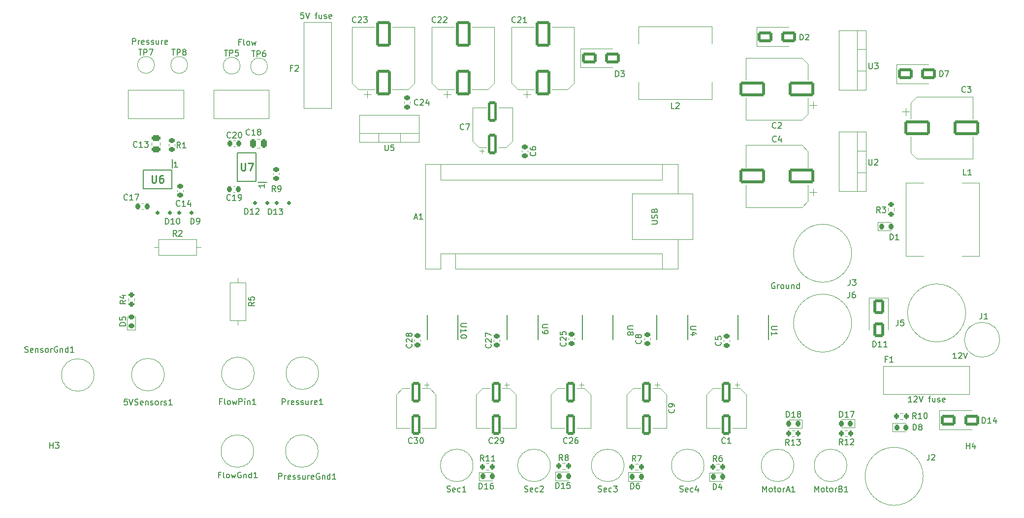
<source format=gbr>
%TF.GenerationSoftware,KiCad,Pcbnew,8.0.6*%
%TF.CreationDate,2025-04-01T16:25:00-06:00*%
%TF.ProjectId,SRX160,53525831-3630-42e6-9b69-6361645f7063,rev?*%
%TF.SameCoordinates,Original*%
%TF.FileFunction,Legend,Top*%
%TF.FilePolarity,Positive*%
%FSLAX46Y46*%
G04 Gerber Fmt 4.6, Leading zero omitted, Abs format (unit mm)*
G04 Created by KiCad (PCBNEW 8.0.6) date 2025-04-01 16:25:00*
%MOMM*%
%LPD*%
G01*
G04 APERTURE LIST*
G04 Aperture macros list*
%AMRoundRect*
0 Rectangle with rounded corners*
0 $1 Rounding radius*
0 $2 $3 $4 $5 $6 $7 $8 $9 X,Y pos of 4 corners*
0 Add a 4 corners polygon primitive as box body*
4,1,4,$2,$3,$4,$5,$6,$7,$8,$9,$2,$3,0*
0 Add four circle primitives for the rounded corners*
1,1,$1+$1,$2,$3*
1,1,$1+$1,$4,$5*
1,1,$1+$1,$6,$7*
1,1,$1+$1,$8,$9*
0 Add four rect primitives between the rounded corners*
20,1,$1+$1,$2,$3,$4,$5,0*
20,1,$1+$1,$4,$5,$6,$7,0*
20,1,$1+$1,$6,$7,$8,$9,0*
20,1,$1+$1,$8,$9,$2,$3,0*%
G04 Aperture macros list end*
%ADD10C,0.150000*%
%ADD11C,0.254000*%
%ADD12C,0.120000*%
%ADD13C,0.152400*%
%ADD14C,0.100000*%
%ADD15C,0.200000*%
%ADD16R,2.000000X1.905000*%
%ADD17O,2.000000X1.905000*%
%ADD18C,5.000000*%
%ADD19RoundRect,0.250000X1.950000X1.000000X-1.950000X1.000000X-1.950000X-1.000000X1.950000X-1.000000X0*%
%ADD20C,9.200000*%
%ADD21R,0.558800X1.460500*%
%ADD22R,3.403600X2.717800*%
%ADD23C,2.000000*%
%ADD24RoundRect,0.200000X0.275000X-0.200000X0.275000X0.200000X-0.275000X0.200000X-0.275000X-0.200000X0*%
%ADD25RoundRect,0.175000X0.175000X0.175000X-0.175000X0.175000X-0.175000X-0.175000X0.175000X-0.175000X0*%
%ADD26RoundRect,0.200000X-0.200000X-0.275000X0.200000X-0.275000X0.200000X0.275000X-0.200000X0.275000X0*%
%ADD27R,5.400000X2.900000*%
%ADD28C,1.600000*%
%ADD29O,1.600000X1.600000*%
%ADD30RoundRect,0.225000X-0.250000X0.225000X-0.250000X-0.225000X0.250000X-0.225000X0.250000X0.225000X0*%
%ADD31R,1.500000X0.650000*%
%ADD32RoundRect,0.225000X0.250000X-0.225000X0.250000X0.225000X-0.250000X0.225000X-0.250000X-0.225000X0*%
%ADD33RoundRect,0.218750X0.218750X0.256250X-0.218750X0.256250X-0.218750X-0.256250X0.218750X-0.256250X0*%
%ADD34C,9.000000*%
%ADD35RoundRect,0.250000X-0.550000X1.500000X-0.550000X-1.500000X0.550000X-1.500000X0.550000X1.500000X0*%
%ADD36R,1.600000X1.600000*%
%ADD37C,2.500000*%
%ADD38RoundRect,0.218750X0.256250X-0.218750X0.256250X0.218750X-0.256250X0.218750X-0.256250X-0.218750X0*%
%ADD39RoundRect,0.218750X-0.218750X-0.256250X0.218750X-0.256250X0.218750X0.256250X-0.218750X0.256250X0*%
%ADD40RoundRect,0.200000X0.200000X0.275000X-0.200000X0.275000X-0.200000X-0.275000X0.200000X-0.275000X0*%
%ADD41RoundRect,0.225000X0.225000X0.250000X-0.225000X0.250000X-0.225000X-0.250000X0.225000X-0.250000X0*%
%ADD42R,1.905000X2.000000*%
%ADD43O,1.905000X2.000000*%
%ADD44RoundRect,0.250000X1.000000X-1.950000X1.000000X1.950000X-1.000000X1.950000X-1.000000X-1.950000X0*%
%ADD45R,3.000000X2.000000*%
%ADD46O,3.000000X2.000000*%
%ADD47RoundRect,0.175000X-0.175000X-0.175000X0.175000X-0.175000X0.175000X0.175000X-0.175000X0.175000X0*%
%ADD48RoundRect,0.250000X-1.950000X-1.000000X1.950000X-1.000000X1.950000X1.000000X-1.950000X1.000000X0*%
%ADD49RoundRect,0.250000X0.550000X-1.500000X0.550000X1.500000X-0.550000X1.500000X-0.550000X-1.500000X0*%
%ADD50RoundRect,0.250000X-1.000000X-0.650000X1.000000X-0.650000X1.000000X0.650000X-1.000000X0.650000X0*%
%ADD51R,2.900000X5.400000*%
%ADD52RoundRect,0.250000X-0.650000X1.000000X-0.650000X-1.000000X0.650000X-1.000000X0.650000X1.000000X0*%
%ADD53RoundRect,0.225000X-0.225000X-0.250000X0.225000X-0.250000X0.225000X0.250000X-0.225000X0.250000X0*%
%ADD54RoundRect,0.250000X0.250000X0.475000X-0.250000X0.475000X-0.250000X-0.475000X0.250000X-0.475000X0*%
%ADD55R,2.000000X3.000000*%
%ADD56O,2.000000X3.000000*%
%ADD57RoundRect,0.250000X0.475000X-0.250000X0.475000X0.250000X-0.475000X0.250000X-0.475000X-0.250000X0*%
%ADD58R,0.650000X1.500000*%
G04 APERTURE END LIST*
D10*
X72316212Y-41894009D02*
X71982879Y-41894009D01*
X71982879Y-42417819D02*
X71982879Y-41417819D01*
X71982879Y-41417819D02*
X72459069Y-41417819D01*
X72982879Y-42417819D02*
X72887641Y-42370200D01*
X72887641Y-42370200D02*
X72840022Y-42274961D01*
X72840022Y-42274961D02*
X72840022Y-41417819D01*
X73506689Y-42417819D02*
X73411451Y-42370200D01*
X73411451Y-42370200D02*
X73363832Y-42322580D01*
X73363832Y-42322580D02*
X73316213Y-42227342D01*
X73316213Y-42227342D02*
X73316213Y-41941628D01*
X73316213Y-41941628D02*
X73363832Y-41846390D01*
X73363832Y-41846390D02*
X73411451Y-41798771D01*
X73411451Y-41798771D02*
X73506689Y-41751152D01*
X73506689Y-41751152D02*
X73649546Y-41751152D01*
X73649546Y-41751152D02*
X73744784Y-41798771D01*
X73744784Y-41798771D02*
X73792403Y-41846390D01*
X73792403Y-41846390D02*
X73840022Y-41941628D01*
X73840022Y-41941628D02*
X73840022Y-42227342D01*
X73840022Y-42227342D02*
X73792403Y-42322580D01*
X73792403Y-42322580D02*
X73744784Y-42370200D01*
X73744784Y-42370200D02*
X73649546Y-42417819D01*
X73649546Y-42417819D02*
X73506689Y-42417819D01*
X74173356Y-41751152D02*
X74363832Y-42417819D01*
X74363832Y-42417819D02*
X74554308Y-41941628D01*
X74554308Y-41941628D02*
X74744784Y-42417819D01*
X74744784Y-42417819D02*
X74935260Y-41751152D01*
X187710588Y-103919819D02*
X187139160Y-103919819D01*
X187424874Y-103919819D02*
X187424874Y-102919819D01*
X187424874Y-102919819D02*
X187329636Y-103062676D01*
X187329636Y-103062676D02*
X187234398Y-103157914D01*
X187234398Y-103157914D02*
X187139160Y-103205533D01*
X188091541Y-103015057D02*
X188139160Y-102967438D01*
X188139160Y-102967438D02*
X188234398Y-102919819D01*
X188234398Y-102919819D02*
X188472493Y-102919819D01*
X188472493Y-102919819D02*
X188567731Y-102967438D01*
X188567731Y-102967438D02*
X188615350Y-103015057D01*
X188615350Y-103015057D02*
X188662969Y-103110295D01*
X188662969Y-103110295D02*
X188662969Y-103205533D01*
X188662969Y-103205533D02*
X188615350Y-103348390D01*
X188615350Y-103348390D02*
X188043922Y-103919819D01*
X188043922Y-103919819D02*
X188662969Y-103919819D01*
X188948684Y-102919819D02*
X189282017Y-103919819D01*
X189282017Y-103919819D02*
X189615350Y-102919819D01*
X190567732Y-103253152D02*
X190948684Y-103253152D01*
X190710589Y-103919819D02*
X190710589Y-103062676D01*
X190710589Y-103062676D02*
X190758208Y-102967438D01*
X190758208Y-102967438D02*
X190853446Y-102919819D01*
X190853446Y-102919819D02*
X190948684Y-102919819D01*
X191710589Y-103253152D02*
X191710589Y-103919819D01*
X191282018Y-103253152D02*
X191282018Y-103776961D01*
X191282018Y-103776961D02*
X191329637Y-103872200D01*
X191329637Y-103872200D02*
X191424875Y-103919819D01*
X191424875Y-103919819D02*
X191567732Y-103919819D01*
X191567732Y-103919819D02*
X191662970Y-103872200D01*
X191662970Y-103872200D02*
X191710589Y-103824580D01*
X192139161Y-103872200D02*
X192234399Y-103919819D01*
X192234399Y-103919819D02*
X192424875Y-103919819D01*
X192424875Y-103919819D02*
X192520113Y-103872200D01*
X192520113Y-103872200D02*
X192567732Y-103776961D01*
X192567732Y-103776961D02*
X192567732Y-103729342D01*
X192567732Y-103729342D02*
X192520113Y-103634104D01*
X192520113Y-103634104D02*
X192424875Y-103586485D01*
X192424875Y-103586485D02*
X192282018Y-103586485D01*
X192282018Y-103586485D02*
X192186780Y-103538866D01*
X192186780Y-103538866D02*
X192139161Y-103443628D01*
X192139161Y-103443628D02*
X192139161Y-103396009D01*
X192139161Y-103396009D02*
X192186780Y-103300771D01*
X192186780Y-103300771D02*
X192282018Y-103253152D01*
X192282018Y-103253152D02*
X192424875Y-103253152D01*
X192424875Y-103253152D02*
X192520113Y-103300771D01*
X193377256Y-103872200D02*
X193282018Y-103919819D01*
X193282018Y-103919819D02*
X193091542Y-103919819D01*
X193091542Y-103919819D02*
X192996304Y-103872200D01*
X192996304Y-103872200D02*
X192948685Y-103776961D01*
X192948685Y-103776961D02*
X192948685Y-103396009D01*
X192948685Y-103396009D02*
X192996304Y-103300771D01*
X192996304Y-103300771D02*
X193091542Y-103253152D01*
X193091542Y-103253152D02*
X193282018Y-103253152D01*
X193282018Y-103253152D02*
X193377256Y-103300771D01*
X193377256Y-103300771D02*
X193424875Y-103396009D01*
X193424875Y-103396009D02*
X193424875Y-103491247D01*
X193424875Y-103491247D02*
X192948685Y-103586485D01*
X83121092Y-36841106D02*
X82644902Y-36841106D01*
X82644902Y-36841106D02*
X82597283Y-37317296D01*
X82597283Y-37317296D02*
X82644902Y-37269677D01*
X82644902Y-37269677D02*
X82740140Y-37222058D01*
X82740140Y-37222058D02*
X82978235Y-37222058D01*
X82978235Y-37222058D02*
X83073473Y-37269677D01*
X83073473Y-37269677D02*
X83121092Y-37317296D01*
X83121092Y-37317296D02*
X83168711Y-37412534D01*
X83168711Y-37412534D02*
X83168711Y-37650629D01*
X83168711Y-37650629D02*
X83121092Y-37745867D01*
X83121092Y-37745867D02*
X83073473Y-37793487D01*
X83073473Y-37793487D02*
X82978235Y-37841106D01*
X82978235Y-37841106D02*
X82740140Y-37841106D01*
X82740140Y-37841106D02*
X82644902Y-37793487D01*
X82644902Y-37793487D02*
X82597283Y-37745867D01*
X83454426Y-36841106D02*
X83787759Y-37841106D01*
X83787759Y-37841106D02*
X84121092Y-36841106D01*
X85073474Y-37174439D02*
X85454426Y-37174439D01*
X85216331Y-37841106D02*
X85216331Y-36983963D01*
X85216331Y-36983963D02*
X85263950Y-36888725D01*
X85263950Y-36888725D02*
X85359188Y-36841106D01*
X85359188Y-36841106D02*
X85454426Y-36841106D01*
X86216331Y-37174439D02*
X86216331Y-37841106D01*
X85787760Y-37174439D02*
X85787760Y-37698248D01*
X85787760Y-37698248D02*
X85835379Y-37793487D01*
X85835379Y-37793487D02*
X85930617Y-37841106D01*
X85930617Y-37841106D02*
X86073474Y-37841106D01*
X86073474Y-37841106D02*
X86168712Y-37793487D01*
X86168712Y-37793487D02*
X86216331Y-37745867D01*
X86644903Y-37793487D02*
X86740141Y-37841106D01*
X86740141Y-37841106D02*
X86930617Y-37841106D01*
X86930617Y-37841106D02*
X87025855Y-37793487D01*
X87025855Y-37793487D02*
X87073474Y-37698248D01*
X87073474Y-37698248D02*
X87073474Y-37650629D01*
X87073474Y-37650629D02*
X87025855Y-37555391D01*
X87025855Y-37555391D02*
X86930617Y-37507772D01*
X86930617Y-37507772D02*
X86787760Y-37507772D01*
X86787760Y-37507772D02*
X86692522Y-37460153D01*
X86692522Y-37460153D02*
X86644903Y-37364915D01*
X86644903Y-37364915D02*
X86644903Y-37317296D01*
X86644903Y-37317296D02*
X86692522Y-37222058D01*
X86692522Y-37222058D02*
X86787760Y-37174439D01*
X86787760Y-37174439D02*
X86930617Y-37174439D01*
X86930617Y-37174439D02*
X87025855Y-37222058D01*
X87882998Y-37793487D02*
X87787760Y-37841106D01*
X87787760Y-37841106D02*
X87597284Y-37841106D01*
X87597284Y-37841106D02*
X87502046Y-37793487D01*
X87502046Y-37793487D02*
X87454427Y-37698248D01*
X87454427Y-37698248D02*
X87454427Y-37317296D01*
X87454427Y-37317296D02*
X87502046Y-37222058D01*
X87502046Y-37222058D02*
X87597284Y-37174439D01*
X87597284Y-37174439D02*
X87787760Y-37174439D01*
X87787760Y-37174439D02*
X87882998Y-37222058D01*
X87882998Y-37222058D02*
X87930617Y-37317296D01*
X87930617Y-37317296D02*
X87930617Y-37412534D01*
X87930617Y-37412534D02*
X87454427Y-37507772D01*
X53658979Y-42287819D02*
X53658979Y-41287819D01*
X53658979Y-41287819D02*
X54039931Y-41287819D01*
X54039931Y-41287819D02*
X54135169Y-41335438D01*
X54135169Y-41335438D02*
X54182788Y-41383057D01*
X54182788Y-41383057D02*
X54230407Y-41478295D01*
X54230407Y-41478295D02*
X54230407Y-41621152D01*
X54230407Y-41621152D02*
X54182788Y-41716390D01*
X54182788Y-41716390D02*
X54135169Y-41764009D01*
X54135169Y-41764009D02*
X54039931Y-41811628D01*
X54039931Y-41811628D02*
X53658979Y-41811628D01*
X54658979Y-42287819D02*
X54658979Y-41621152D01*
X54658979Y-41811628D02*
X54706598Y-41716390D01*
X54706598Y-41716390D02*
X54754217Y-41668771D01*
X54754217Y-41668771D02*
X54849455Y-41621152D01*
X54849455Y-41621152D02*
X54944693Y-41621152D01*
X55658979Y-42240200D02*
X55563741Y-42287819D01*
X55563741Y-42287819D02*
X55373265Y-42287819D01*
X55373265Y-42287819D02*
X55278027Y-42240200D01*
X55278027Y-42240200D02*
X55230408Y-42144961D01*
X55230408Y-42144961D02*
X55230408Y-41764009D01*
X55230408Y-41764009D02*
X55278027Y-41668771D01*
X55278027Y-41668771D02*
X55373265Y-41621152D01*
X55373265Y-41621152D02*
X55563741Y-41621152D01*
X55563741Y-41621152D02*
X55658979Y-41668771D01*
X55658979Y-41668771D02*
X55706598Y-41764009D01*
X55706598Y-41764009D02*
X55706598Y-41859247D01*
X55706598Y-41859247D02*
X55230408Y-41954485D01*
X56087551Y-42240200D02*
X56182789Y-42287819D01*
X56182789Y-42287819D02*
X56373265Y-42287819D01*
X56373265Y-42287819D02*
X56468503Y-42240200D01*
X56468503Y-42240200D02*
X56516122Y-42144961D01*
X56516122Y-42144961D02*
X56516122Y-42097342D01*
X56516122Y-42097342D02*
X56468503Y-42002104D01*
X56468503Y-42002104D02*
X56373265Y-41954485D01*
X56373265Y-41954485D02*
X56230408Y-41954485D01*
X56230408Y-41954485D02*
X56135170Y-41906866D01*
X56135170Y-41906866D02*
X56087551Y-41811628D01*
X56087551Y-41811628D02*
X56087551Y-41764009D01*
X56087551Y-41764009D02*
X56135170Y-41668771D01*
X56135170Y-41668771D02*
X56230408Y-41621152D01*
X56230408Y-41621152D02*
X56373265Y-41621152D01*
X56373265Y-41621152D02*
X56468503Y-41668771D01*
X56897075Y-42240200D02*
X56992313Y-42287819D01*
X56992313Y-42287819D02*
X57182789Y-42287819D01*
X57182789Y-42287819D02*
X57278027Y-42240200D01*
X57278027Y-42240200D02*
X57325646Y-42144961D01*
X57325646Y-42144961D02*
X57325646Y-42097342D01*
X57325646Y-42097342D02*
X57278027Y-42002104D01*
X57278027Y-42002104D02*
X57182789Y-41954485D01*
X57182789Y-41954485D02*
X57039932Y-41954485D01*
X57039932Y-41954485D02*
X56944694Y-41906866D01*
X56944694Y-41906866D02*
X56897075Y-41811628D01*
X56897075Y-41811628D02*
X56897075Y-41764009D01*
X56897075Y-41764009D02*
X56944694Y-41668771D01*
X56944694Y-41668771D02*
X57039932Y-41621152D01*
X57039932Y-41621152D02*
X57182789Y-41621152D01*
X57182789Y-41621152D02*
X57278027Y-41668771D01*
X58182789Y-41621152D02*
X58182789Y-42287819D01*
X57754218Y-41621152D02*
X57754218Y-42144961D01*
X57754218Y-42144961D02*
X57801837Y-42240200D01*
X57801837Y-42240200D02*
X57897075Y-42287819D01*
X57897075Y-42287819D02*
X58039932Y-42287819D01*
X58039932Y-42287819D02*
X58135170Y-42240200D01*
X58135170Y-42240200D02*
X58182789Y-42192580D01*
X58658980Y-42287819D02*
X58658980Y-41621152D01*
X58658980Y-41811628D02*
X58706599Y-41716390D01*
X58706599Y-41716390D02*
X58754218Y-41668771D01*
X58754218Y-41668771D02*
X58849456Y-41621152D01*
X58849456Y-41621152D02*
X58944694Y-41621152D01*
X59658980Y-42240200D02*
X59563742Y-42287819D01*
X59563742Y-42287819D02*
X59373266Y-42287819D01*
X59373266Y-42287819D02*
X59278028Y-42240200D01*
X59278028Y-42240200D02*
X59230409Y-42144961D01*
X59230409Y-42144961D02*
X59230409Y-41764009D01*
X59230409Y-41764009D02*
X59278028Y-41668771D01*
X59278028Y-41668771D02*
X59373266Y-41621152D01*
X59373266Y-41621152D02*
X59563742Y-41621152D01*
X59563742Y-41621152D02*
X59658980Y-41668771D01*
X59658980Y-41668771D02*
X59706599Y-41764009D01*
X59706599Y-41764009D02*
X59706599Y-41859247D01*
X59706599Y-41859247D02*
X59230409Y-41954485D01*
X61425788Y-63486619D02*
X60854360Y-63486619D01*
X61140074Y-63486619D02*
X61140074Y-62486619D01*
X61140074Y-62486619D02*
X61044836Y-62629476D01*
X61044836Y-62629476D02*
X60949598Y-62724714D01*
X60949598Y-62724714D02*
X60854360Y-62772333D01*
X76382219Y-66398611D02*
X76382219Y-66970039D01*
X76382219Y-66684325D02*
X75382219Y-66684325D01*
X75382219Y-66684325D02*
X75525076Y-66779563D01*
X75525076Y-66779563D02*
X75620314Y-66874801D01*
X75620314Y-66874801D02*
X75667933Y-66970039D01*
X164131788Y-83423238D02*
X164036550Y-83375619D01*
X164036550Y-83375619D02*
X163893693Y-83375619D01*
X163893693Y-83375619D02*
X163750836Y-83423238D01*
X163750836Y-83423238D02*
X163655598Y-83518476D01*
X163655598Y-83518476D02*
X163607979Y-83613714D01*
X163607979Y-83613714D02*
X163560360Y-83804190D01*
X163560360Y-83804190D02*
X163560360Y-83947047D01*
X163560360Y-83947047D02*
X163607979Y-84137523D01*
X163607979Y-84137523D02*
X163655598Y-84232761D01*
X163655598Y-84232761D02*
X163750836Y-84328000D01*
X163750836Y-84328000D02*
X163893693Y-84375619D01*
X163893693Y-84375619D02*
X163988931Y-84375619D01*
X163988931Y-84375619D02*
X164131788Y-84328000D01*
X164131788Y-84328000D02*
X164179407Y-84280380D01*
X164179407Y-84280380D02*
X164179407Y-83947047D01*
X164179407Y-83947047D02*
X163988931Y-83947047D01*
X164607979Y-84375619D02*
X164607979Y-83708952D01*
X164607979Y-83899428D02*
X164655598Y-83804190D01*
X164655598Y-83804190D02*
X164703217Y-83756571D01*
X164703217Y-83756571D02*
X164798455Y-83708952D01*
X164798455Y-83708952D02*
X164893693Y-83708952D01*
X165369884Y-84375619D02*
X165274646Y-84328000D01*
X165274646Y-84328000D02*
X165227027Y-84280380D01*
X165227027Y-84280380D02*
X165179408Y-84185142D01*
X165179408Y-84185142D02*
X165179408Y-83899428D01*
X165179408Y-83899428D02*
X165227027Y-83804190D01*
X165227027Y-83804190D02*
X165274646Y-83756571D01*
X165274646Y-83756571D02*
X165369884Y-83708952D01*
X165369884Y-83708952D02*
X165512741Y-83708952D01*
X165512741Y-83708952D02*
X165607979Y-83756571D01*
X165607979Y-83756571D02*
X165655598Y-83804190D01*
X165655598Y-83804190D02*
X165703217Y-83899428D01*
X165703217Y-83899428D02*
X165703217Y-84185142D01*
X165703217Y-84185142D02*
X165655598Y-84280380D01*
X165655598Y-84280380D02*
X165607979Y-84328000D01*
X165607979Y-84328000D02*
X165512741Y-84375619D01*
X165512741Y-84375619D02*
X165369884Y-84375619D01*
X166560360Y-83708952D02*
X166560360Y-84375619D01*
X166131789Y-83708952D02*
X166131789Y-84232761D01*
X166131789Y-84232761D02*
X166179408Y-84328000D01*
X166179408Y-84328000D02*
X166274646Y-84375619D01*
X166274646Y-84375619D02*
X166417503Y-84375619D01*
X166417503Y-84375619D02*
X166512741Y-84328000D01*
X166512741Y-84328000D02*
X166560360Y-84280380D01*
X167036551Y-83708952D02*
X167036551Y-84375619D01*
X167036551Y-83804190D02*
X167084170Y-83756571D01*
X167084170Y-83756571D02*
X167179408Y-83708952D01*
X167179408Y-83708952D02*
X167322265Y-83708952D01*
X167322265Y-83708952D02*
X167417503Y-83756571D01*
X167417503Y-83756571D02*
X167465122Y-83851809D01*
X167465122Y-83851809D02*
X167465122Y-84375619D01*
X168369884Y-84375619D02*
X168369884Y-83375619D01*
X168369884Y-84328000D02*
X168274646Y-84375619D01*
X168274646Y-84375619D02*
X168084170Y-84375619D01*
X168084170Y-84375619D02*
X167988932Y-84328000D01*
X167988932Y-84328000D02*
X167941313Y-84280380D01*
X167941313Y-84280380D02*
X167893694Y-84185142D01*
X167893694Y-84185142D02*
X167893694Y-83899428D01*
X167893694Y-83899428D02*
X167941313Y-83804190D01*
X167941313Y-83804190D02*
X167988932Y-83756571D01*
X167988932Y-83756571D02*
X168084170Y-83708952D01*
X168084170Y-83708952D02*
X168274646Y-83708952D01*
X168274646Y-83708952D02*
X168369884Y-83756571D01*
X195373788Y-96415219D02*
X194802360Y-96415219D01*
X195088074Y-96415219D02*
X195088074Y-95415219D01*
X195088074Y-95415219D02*
X194992836Y-95558076D01*
X194992836Y-95558076D02*
X194897598Y-95653314D01*
X194897598Y-95653314D02*
X194802360Y-95700933D01*
X195754741Y-95510457D02*
X195802360Y-95462838D01*
X195802360Y-95462838D02*
X195897598Y-95415219D01*
X195897598Y-95415219D02*
X196135693Y-95415219D01*
X196135693Y-95415219D02*
X196230931Y-95462838D01*
X196230931Y-95462838D02*
X196278550Y-95510457D01*
X196278550Y-95510457D02*
X196326169Y-95605695D01*
X196326169Y-95605695D02*
X196326169Y-95700933D01*
X196326169Y-95700933D02*
X196278550Y-95843790D01*
X196278550Y-95843790D02*
X195707122Y-96415219D01*
X195707122Y-96415219D02*
X196326169Y-96415219D01*
X196611884Y-95415219D02*
X196945217Y-96415219D01*
X196945217Y-96415219D02*
X197278550Y-95415219D01*
X180288095Y-62104819D02*
X180288095Y-62914342D01*
X180288095Y-62914342D02*
X180335714Y-63009580D01*
X180335714Y-63009580D02*
X180383333Y-63057200D01*
X180383333Y-63057200D02*
X180478571Y-63104819D01*
X180478571Y-63104819D02*
X180669047Y-63104819D01*
X180669047Y-63104819D02*
X180764285Y-63057200D01*
X180764285Y-63057200D02*
X180811904Y-63009580D01*
X180811904Y-63009580D02*
X180859523Y-62914342D01*
X180859523Y-62914342D02*
X180859523Y-62104819D01*
X181288095Y-62200057D02*
X181335714Y-62152438D01*
X181335714Y-62152438D02*
X181430952Y-62104819D01*
X181430952Y-62104819D02*
X181669047Y-62104819D01*
X181669047Y-62104819D02*
X181764285Y-62152438D01*
X181764285Y-62152438D02*
X181811904Y-62200057D01*
X181811904Y-62200057D02*
X181859523Y-62295295D01*
X181859523Y-62295295D02*
X181859523Y-62390533D01*
X181859523Y-62390533D02*
X181811904Y-62533390D01*
X181811904Y-62533390D02*
X181240476Y-63104819D01*
X181240476Y-63104819D02*
X181859523Y-63104819D01*
X199742466Y-88583419D02*
X199742466Y-89297704D01*
X199742466Y-89297704D02*
X199694847Y-89440561D01*
X199694847Y-89440561D02*
X199599609Y-89535800D01*
X199599609Y-89535800D02*
X199456752Y-89583419D01*
X199456752Y-89583419D02*
X199361514Y-89583419D01*
X200742466Y-89583419D02*
X200171038Y-89583419D01*
X200456752Y-89583419D02*
X200456752Y-88583419D01*
X200456752Y-88583419D02*
X200361514Y-88726276D01*
X200361514Y-88726276D02*
X200266276Y-88821514D01*
X200266276Y-88821514D02*
X200171038Y-88869133D01*
X164333333Y-56659580D02*
X164285714Y-56707200D01*
X164285714Y-56707200D02*
X164142857Y-56754819D01*
X164142857Y-56754819D02*
X164047619Y-56754819D01*
X164047619Y-56754819D02*
X163904762Y-56707200D01*
X163904762Y-56707200D02*
X163809524Y-56611961D01*
X163809524Y-56611961D02*
X163761905Y-56516723D01*
X163761905Y-56516723D02*
X163714286Y-56326247D01*
X163714286Y-56326247D02*
X163714286Y-56183390D01*
X163714286Y-56183390D02*
X163761905Y-55992914D01*
X163761905Y-55992914D02*
X163809524Y-55897676D01*
X163809524Y-55897676D02*
X163904762Y-55802438D01*
X163904762Y-55802438D02*
X164047619Y-55754819D01*
X164047619Y-55754819D02*
X164142857Y-55754819D01*
X164142857Y-55754819D02*
X164285714Y-55802438D01*
X164285714Y-55802438D02*
X164333333Y-55850057D01*
X164714286Y-55850057D02*
X164761905Y-55802438D01*
X164761905Y-55802438D02*
X164857143Y-55754819D01*
X164857143Y-55754819D02*
X165095238Y-55754819D01*
X165095238Y-55754819D02*
X165190476Y-55802438D01*
X165190476Y-55802438D02*
X165238095Y-55850057D01*
X165238095Y-55850057D02*
X165285714Y-55945295D01*
X165285714Y-55945295D02*
X165285714Y-56040533D01*
X165285714Y-56040533D02*
X165238095Y-56183390D01*
X165238095Y-56183390D02*
X164666667Y-56754819D01*
X164666667Y-56754819D02*
X165285714Y-56754819D01*
X35162514Y-95298000D02*
X35305371Y-95345619D01*
X35305371Y-95345619D02*
X35543466Y-95345619D01*
X35543466Y-95345619D02*
X35638704Y-95298000D01*
X35638704Y-95298000D02*
X35686323Y-95250380D01*
X35686323Y-95250380D02*
X35733942Y-95155142D01*
X35733942Y-95155142D02*
X35733942Y-95059904D01*
X35733942Y-95059904D02*
X35686323Y-94964666D01*
X35686323Y-94964666D02*
X35638704Y-94917047D01*
X35638704Y-94917047D02*
X35543466Y-94869428D01*
X35543466Y-94869428D02*
X35352990Y-94821809D01*
X35352990Y-94821809D02*
X35257752Y-94774190D01*
X35257752Y-94774190D02*
X35210133Y-94726571D01*
X35210133Y-94726571D02*
X35162514Y-94631333D01*
X35162514Y-94631333D02*
X35162514Y-94536095D01*
X35162514Y-94536095D02*
X35210133Y-94440857D01*
X35210133Y-94440857D02*
X35257752Y-94393238D01*
X35257752Y-94393238D02*
X35352990Y-94345619D01*
X35352990Y-94345619D02*
X35591085Y-94345619D01*
X35591085Y-94345619D02*
X35733942Y-94393238D01*
X36543466Y-95298000D02*
X36448228Y-95345619D01*
X36448228Y-95345619D02*
X36257752Y-95345619D01*
X36257752Y-95345619D02*
X36162514Y-95298000D01*
X36162514Y-95298000D02*
X36114895Y-95202761D01*
X36114895Y-95202761D02*
X36114895Y-94821809D01*
X36114895Y-94821809D02*
X36162514Y-94726571D01*
X36162514Y-94726571D02*
X36257752Y-94678952D01*
X36257752Y-94678952D02*
X36448228Y-94678952D01*
X36448228Y-94678952D02*
X36543466Y-94726571D01*
X36543466Y-94726571D02*
X36591085Y-94821809D01*
X36591085Y-94821809D02*
X36591085Y-94917047D01*
X36591085Y-94917047D02*
X36114895Y-95012285D01*
X37019657Y-94678952D02*
X37019657Y-95345619D01*
X37019657Y-94774190D02*
X37067276Y-94726571D01*
X37067276Y-94726571D02*
X37162514Y-94678952D01*
X37162514Y-94678952D02*
X37305371Y-94678952D01*
X37305371Y-94678952D02*
X37400609Y-94726571D01*
X37400609Y-94726571D02*
X37448228Y-94821809D01*
X37448228Y-94821809D02*
X37448228Y-95345619D01*
X37876800Y-95298000D02*
X37972038Y-95345619D01*
X37972038Y-95345619D02*
X38162514Y-95345619D01*
X38162514Y-95345619D02*
X38257752Y-95298000D01*
X38257752Y-95298000D02*
X38305371Y-95202761D01*
X38305371Y-95202761D02*
X38305371Y-95155142D01*
X38305371Y-95155142D02*
X38257752Y-95059904D01*
X38257752Y-95059904D02*
X38162514Y-95012285D01*
X38162514Y-95012285D02*
X38019657Y-95012285D01*
X38019657Y-95012285D02*
X37924419Y-94964666D01*
X37924419Y-94964666D02*
X37876800Y-94869428D01*
X37876800Y-94869428D02*
X37876800Y-94821809D01*
X37876800Y-94821809D02*
X37924419Y-94726571D01*
X37924419Y-94726571D02*
X38019657Y-94678952D01*
X38019657Y-94678952D02*
X38162514Y-94678952D01*
X38162514Y-94678952D02*
X38257752Y-94726571D01*
X38876800Y-95345619D02*
X38781562Y-95298000D01*
X38781562Y-95298000D02*
X38733943Y-95250380D01*
X38733943Y-95250380D02*
X38686324Y-95155142D01*
X38686324Y-95155142D02*
X38686324Y-94869428D01*
X38686324Y-94869428D02*
X38733943Y-94774190D01*
X38733943Y-94774190D02*
X38781562Y-94726571D01*
X38781562Y-94726571D02*
X38876800Y-94678952D01*
X38876800Y-94678952D02*
X39019657Y-94678952D01*
X39019657Y-94678952D02*
X39114895Y-94726571D01*
X39114895Y-94726571D02*
X39162514Y-94774190D01*
X39162514Y-94774190D02*
X39210133Y-94869428D01*
X39210133Y-94869428D02*
X39210133Y-95155142D01*
X39210133Y-95155142D02*
X39162514Y-95250380D01*
X39162514Y-95250380D02*
X39114895Y-95298000D01*
X39114895Y-95298000D02*
X39019657Y-95345619D01*
X39019657Y-95345619D02*
X38876800Y-95345619D01*
X39638705Y-95345619D02*
X39638705Y-94678952D01*
X39638705Y-94869428D02*
X39686324Y-94774190D01*
X39686324Y-94774190D02*
X39733943Y-94726571D01*
X39733943Y-94726571D02*
X39829181Y-94678952D01*
X39829181Y-94678952D02*
X39924419Y-94678952D01*
X40781562Y-94393238D02*
X40686324Y-94345619D01*
X40686324Y-94345619D02*
X40543467Y-94345619D01*
X40543467Y-94345619D02*
X40400610Y-94393238D01*
X40400610Y-94393238D02*
X40305372Y-94488476D01*
X40305372Y-94488476D02*
X40257753Y-94583714D01*
X40257753Y-94583714D02*
X40210134Y-94774190D01*
X40210134Y-94774190D02*
X40210134Y-94917047D01*
X40210134Y-94917047D02*
X40257753Y-95107523D01*
X40257753Y-95107523D02*
X40305372Y-95202761D01*
X40305372Y-95202761D02*
X40400610Y-95298000D01*
X40400610Y-95298000D02*
X40543467Y-95345619D01*
X40543467Y-95345619D02*
X40638705Y-95345619D01*
X40638705Y-95345619D02*
X40781562Y-95298000D01*
X40781562Y-95298000D02*
X40829181Y-95250380D01*
X40829181Y-95250380D02*
X40829181Y-94917047D01*
X40829181Y-94917047D02*
X40638705Y-94917047D01*
X41257753Y-94678952D02*
X41257753Y-95345619D01*
X41257753Y-94774190D02*
X41305372Y-94726571D01*
X41305372Y-94726571D02*
X41400610Y-94678952D01*
X41400610Y-94678952D02*
X41543467Y-94678952D01*
X41543467Y-94678952D02*
X41638705Y-94726571D01*
X41638705Y-94726571D02*
X41686324Y-94821809D01*
X41686324Y-94821809D02*
X41686324Y-95345619D01*
X42591086Y-95345619D02*
X42591086Y-94345619D01*
X42591086Y-95298000D02*
X42495848Y-95345619D01*
X42495848Y-95345619D02*
X42305372Y-95345619D01*
X42305372Y-95345619D02*
X42210134Y-95298000D01*
X42210134Y-95298000D02*
X42162515Y-95250380D01*
X42162515Y-95250380D02*
X42114896Y-95155142D01*
X42114896Y-95155142D02*
X42114896Y-94869428D01*
X42114896Y-94869428D02*
X42162515Y-94774190D01*
X42162515Y-94774190D02*
X42210134Y-94726571D01*
X42210134Y-94726571D02*
X42305372Y-94678952D01*
X42305372Y-94678952D02*
X42495848Y-94678952D01*
X42495848Y-94678952D02*
X42591086Y-94726571D01*
X43591086Y-95345619D02*
X43019658Y-95345619D01*
X43305372Y-95345619D02*
X43305372Y-94345619D01*
X43305372Y-94345619D02*
X43210134Y-94488476D01*
X43210134Y-94488476D02*
X43114896Y-94583714D01*
X43114896Y-94583714D02*
X43019658Y-94631333D01*
X68993895Y-103814809D02*
X68660562Y-103814809D01*
X68660562Y-104338619D02*
X68660562Y-103338619D01*
X68660562Y-103338619D02*
X69136752Y-103338619D01*
X69660562Y-104338619D02*
X69565324Y-104291000D01*
X69565324Y-104291000D02*
X69517705Y-104195761D01*
X69517705Y-104195761D02*
X69517705Y-103338619D01*
X70184372Y-104338619D02*
X70089134Y-104291000D01*
X70089134Y-104291000D02*
X70041515Y-104243380D01*
X70041515Y-104243380D02*
X69993896Y-104148142D01*
X69993896Y-104148142D02*
X69993896Y-103862428D01*
X69993896Y-103862428D02*
X70041515Y-103767190D01*
X70041515Y-103767190D02*
X70089134Y-103719571D01*
X70089134Y-103719571D02*
X70184372Y-103671952D01*
X70184372Y-103671952D02*
X70327229Y-103671952D01*
X70327229Y-103671952D02*
X70422467Y-103719571D01*
X70422467Y-103719571D02*
X70470086Y-103767190D01*
X70470086Y-103767190D02*
X70517705Y-103862428D01*
X70517705Y-103862428D02*
X70517705Y-104148142D01*
X70517705Y-104148142D02*
X70470086Y-104243380D01*
X70470086Y-104243380D02*
X70422467Y-104291000D01*
X70422467Y-104291000D02*
X70327229Y-104338619D01*
X70327229Y-104338619D02*
X70184372Y-104338619D01*
X70851039Y-103671952D02*
X71041515Y-104338619D01*
X71041515Y-104338619D02*
X71231991Y-103862428D01*
X71231991Y-103862428D02*
X71422467Y-104338619D01*
X71422467Y-104338619D02*
X71612943Y-103671952D01*
X71993896Y-104338619D02*
X71993896Y-103338619D01*
X71993896Y-103338619D02*
X72374848Y-103338619D01*
X72374848Y-103338619D02*
X72470086Y-103386238D01*
X72470086Y-103386238D02*
X72517705Y-103433857D01*
X72517705Y-103433857D02*
X72565324Y-103529095D01*
X72565324Y-103529095D02*
X72565324Y-103671952D01*
X72565324Y-103671952D02*
X72517705Y-103767190D01*
X72517705Y-103767190D02*
X72470086Y-103814809D01*
X72470086Y-103814809D02*
X72374848Y-103862428D01*
X72374848Y-103862428D02*
X71993896Y-103862428D01*
X72993896Y-104338619D02*
X72993896Y-103671952D01*
X72993896Y-103338619D02*
X72946277Y-103386238D01*
X72946277Y-103386238D02*
X72993896Y-103433857D01*
X72993896Y-103433857D02*
X73041515Y-103386238D01*
X73041515Y-103386238D02*
X72993896Y-103338619D01*
X72993896Y-103338619D02*
X72993896Y-103433857D01*
X73470086Y-103671952D02*
X73470086Y-104338619D01*
X73470086Y-103767190D02*
X73517705Y-103719571D01*
X73517705Y-103719571D02*
X73612943Y-103671952D01*
X73612943Y-103671952D02*
X73755800Y-103671952D01*
X73755800Y-103671952D02*
X73851038Y-103719571D01*
X73851038Y-103719571D02*
X73898657Y-103814809D01*
X73898657Y-103814809D02*
X73898657Y-104338619D01*
X74898657Y-104338619D02*
X74327229Y-104338619D01*
X74612943Y-104338619D02*
X74612943Y-103338619D01*
X74612943Y-103338619D02*
X74517705Y-103481476D01*
X74517705Y-103481476D02*
X74422467Y-103576714D01*
X74422467Y-103576714D02*
X74327229Y-103624333D01*
X125163980Y-90578695D02*
X124354457Y-90578695D01*
X124354457Y-90578695D02*
X124259219Y-90626314D01*
X124259219Y-90626314D02*
X124211600Y-90673933D01*
X124211600Y-90673933D02*
X124163980Y-90769171D01*
X124163980Y-90769171D02*
X124163980Y-90959647D01*
X124163980Y-90959647D02*
X124211600Y-91054885D01*
X124211600Y-91054885D02*
X124259219Y-91102504D01*
X124259219Y-91102504D02*
X124354457Y-91150123D01*
X124354457Y-91150123D02*
X125163980Y-91150123D01*
X124163980Y-91673933D02*
X124163980Y-91864409D01*
X124163980Y-91864409D02*
X124211600Y-91959647D01*
X124211600Y-91959647D02*
X124259219Y-92007266D01*
X124259219Y-92007266D02*
X124402076Y-92102504D01*
X124402076Y-92102504D02*
X124592552Y-92150123D01*
X124592552Y-92150123D02*
X124973504Y-92150123D01*
X124973504Y-92150123D02*
X125068742Y-92102504D01*
X125068742Y-92102504D02*
X125116361Y-92054885D01*
X125116361Y-92054885D02*
X125163980Y-91959647D01*
X125163980Y-91959647D02*
X125163980Y-91769171D01*
X125163980Y-91769171D02*
X125116361Y-91673933D01*
X125116361Y-91673933D02*
X125068742Y-91626314D01*
X125068742Y-91626314D02*
X124973504Y-91578695D01*
X124973504Y-91578695D02*
X124735409Y-91578695D01*
X124735409Y-91578695D02*
X124640171Y-91626314D01*
X124640171Y-91626314D02*
X124592552Y-91673933D01*
X124592552Y-91673933D02*
X124544933Y-91769171D01*
X124544933Y-91769171D02*
X124544933Y-91959647D01*
X124544933Y-91959647D02*
X124592552Y-92054885D01*
X124592552Y-92054885D02*
X124640171Y-92102504D01*
X124640171Y-92102504D02*
X124735409Y-92150123D01*
X52517219Y-86425166D02*
X52041028Y-86758499D01*
X52517219Y-86996594D02*
X51517219Y-86996594D01*
X51517219Y-86996594D02*
X51517219Y-86615642D01*
X51517219Y-86615642D02*
X51564838Y-86520404D01*
X51564838Y-86520404D02*
X51612457Y-86472785D01*
X51612457Y-86472785D02*
X51707695Y-86425166D01*
X51707695Y-86425166D02*
X51850552Y-86425166D01*
X51850552Y-86425166D02*
X51945790Y-86472785D01*
X51945790Y-86472785D02*
X51993409Y-86520404D01*
X51993409Y-86520404D02*
X52041028Y-86615642D01*
X52041028Y-86615642D02*
X52041028Y-86996594D01*
X51850552Y-85568023D02*
X52517219Y-85568023D01*
X51469600Y-85806118D02*
X52183885Y-86044213D01*
X52183885Y-86044213D02*
X52183885Y-85425166D01*
X59335714Y-73251219D02*
X59335714Y-72251219D01*
X59335714Y-72251219D02*
X59573809Y-72251219D01*
X59573809Y-72251219D02*
X59716666Y-72298838D01*
X59716666Y-72298838D02*
X59811904Y-72394076D01*
X59811904Y-72394076D02*
X59859523Y-72489314D01*
X59859523Y-72489314D02*
X59907142Y-72679790D01*
X59907142Y-72679790D02*
X59907142Y-72822647D01*
X59907142Y-72822647D02*
X59859523Y-73013123D01*
X59859523Y-73013123D02*
X59811904Y-73108361D01*
X59811904Y-73108361D02*
X59716666Y-73203600D01*
X59716666Y-73203600D02*
X59573809Y-73251219D01*
X59573809Y-73251219D02*
X59335714Y-73251219D01*
X60859523Y-73251219D02*
X60288095Y-73251219D01*
X60573809Y-73251219D02*
X60573809Y-72251219D01*
X60573809Y-72251219D02*
X60478571Y-72394076D01*
X60478571Y-72394076D02*
X60383333Y-72489314D01*
X60383333Y-72489314D02*
X60288095Y-72536933D01*
X61478571Y-72251219D02*
X61573809Y-72251219D01*
X61573809Y-72251219D02*
X61669047Y-72298838D01*
X61669047Y-72298838D02*
X61716666Y-72346457D01*
X61716666Y-72346457D02*
X61764285Y-72441695D01*
X61764285Y-72441695D02*
X61811904Y-72632171D01*
X61811904Y-72632171D02*
X61811904Y-72870266D01*
X61811904Y-72870266D02*
X61764285Y-73060742D01*
X61764285Y-73060742D02*
X61716666Y-73155980D01*
X61716666Y-73155980D02*
X61669047Y-73203600D01*
X61669047Y-73203600D02*
X61573809Y-73251219D01*
X61573809Y-73251219D02*
X61478571Y-73251219D01*
X61478571Y-73251219D02*
X61383333Y-73203600D01*
X61383333Y-73203600D02*
X61335714Y-73155980D01*
X61335714Y-73155980D02*
X61288095Y-73060742D01*
X61288095Y-73060742D02*
X61240476Y-72870266D01*
X61240476Y-72870266D02*
X61240476Y-72632171D01*
X61240476Y-72632171D02*
X61288095Y-72441695D01*
X61288095Y-72441695D02*
X61335714Y-72346457D01*
X61335714Y-72346457D02*
X61383333Y-72298838D01*
X61383333Y-72298838D02*
X61478571Y-72251219D01*
X188457142Y-106754819D02*
X188123809Y-106278628D01*
X187885714Y-106754819D02*
X187885714Y-105754819D01*
X187885714Y-105754819D02*
X188266666Y-105754819D01*
X188266666Y-105754819D02*
X188361904Y-105802438D01*
X188361904Y-105802438D02*
X188409523Y-105850057D01*
X188409523Y-105850057D02*
X188457142Y-105945295D01*
X188457142Y-105945295D02*
X188457142Y-106088152D01*
X188457142Y-106088152D02*
X188409523Y-106183390D01*
X188409523Y-106183390D02*
X188361904Y-106231009D01*
X188361904Y-106231009D02*
X188266666Y-106278628D01*
X188266666Y-106278628D02*
X187885714Y-106278628D01*
X189409523Y-106754819D02*
X188838095Y-106754819D01*
X189123809Y-106754819D02*
X189123809Y-105754819D01*
X189123809Y-105754819D02*
X189028571Y-105897676D01*
X189028571Y-105897676D02*
X188933333Y-105992914D01*
X188933333Y-105992914D02*
X188838095Y-106040533D01*
X190028571Y-105754819D02*
X190123809Y-105754819D01*
X190123809Y-105754819D02*
X190219047Y-105802438D01*
X190219047Y-105802438D02*
X190266666Y-105850057D01*
X190266666Y-105850057D02*
X190314285Y-105945295D01*
X190314285Y-105945295D02*
X190361904Y-106135771D01*
X190361904Y-106135771D02*
X190361904Y-106373866D01*
X190361904Y-106373866D02*
X190314285Y-106564342D01*
X190314285Y-106564342D02*
X190266666Y-106659580D01*
X190266666Y-106659580D02*
X190219047Y-106707200D01*
X190219047Y-106707200D02*
X190123809Y-106754819D01*
X190123809Y-106754819D02*
X190028571Y-106754819D01*
X190028571Y-106754819D02*
X189933333Y-106707200D01*
X189933333Y-106707200D02*
X189885714Y-106659580D01*
X189885714Y-106659580D02*
X189838095Y-106564342D01*
X189838095Y-106564342D02*
X189790476Y-106373866D01*
X189790476Y-106373866D02*
X189790476Y-106135771D01*
X189790476Y-106135771D02*
X189838095Y-105945295D01*
X189838095Y-105945295D02*
X189885714Y-105850057D01*
X189885714Y-105850057D02*
X189933333Y-105802438D01*
X189933333Y-105802438D02*
X190028571Y-105754819D01*
X171026476Y-119388219D02*
X171026476Y-118388219D01*
X171026476Y-118388219D02*
X171359809Y-119102504D01*
X171359809Y-119102504D02*
X171693142Y-118388219D01*
X171693142Y-118388219D02*
X171693142Y-119388219D01*
X172312190Y-119388219D02*
X172216952Y-119340600D01*
X172216952Y-119340600D02*
X172169333Y-119292980D01*
X172169333Y-119292980D02*
X172121714Y-119197742D01*
X172121714Y-119197742D02*
X172121714Y-118912028D01*
X172121714Y-118912028D02*
X172169333Y-118816790D01*
X172169333Y-118816790D02*
X172216952Y-118769171D01*
X172216952Y-118769171D02*
X172312190Y-118721552D01*
X172312190Y-118721552D02*
X172455047Y-118721552D01*
X172455047Y-118721552D02*
X172550285Y-118769171D01*
X172550285Y-118769171D02*
X172597904Y-118816790D01*
X172597904Y-118816790D02*
X172645523Y-118912028D01*
X172645523Y-118912028D02*
X172645523Y-119197742D01*
X172645523Y-119197742D02*
X172597904Y-119292980D01*
X172597904Y-119292980D02*
X172550285Y-119340600D01*
X172550285Y-119340600D02*
X172455047Y-119388219D01*
X172455047Y-119388219D02*
X172312190Y-119388219D01*
X172931238Y-118721552D02*
X173312190Y-118721552D01*
X173074095Y-118388219D02*
X173074095Y-119245361D01*
X173074095Y-119245361D02*
X173121714Y-119340600D01*
X173121714Y-119340600D02*
X173216952Y-119388219D01*
X173216952Y-119388219D02*
X173312190Y-119388219D01*
X173788381Y-119388219D02*
X173693143Y-119340600D01*
X173693143Y-119340600D02*
X173645524Y-119292980D01*
X173645524Y-119292980D02*
X173597905Y-119197742D01*
X173597905Y-119197742D02*
X173597905Y-118912028D01*
X173597905Y-118912028D02*
X173645524Y-118816790D01*
X173645524Y-118816790D02*
X173693143Y-118769171D01*
X173693143Y-118769171D02*
X173788381Y-118721552D01*
X173788381Y-118721552D02*
X173931238Y-118721552D01*
X173931238Y-118721552D02*
X174026476Y-118769171D01*
X174026476Y-118769171D02*
X174074095Y-118816790D01*
X174074095Y-118816790D02*
X174121714Y-118912028D01*
X174121714Y-118912028D02*
X174121714Y-119197742D01*
X174121714Y-119197742D02*
X174074095Y-119292980D01*
X174074095Y-119292980D02*
X174026476Y-119340600D01*
X174026476Y-119340600D02*
X173931238Y-119388219D01*
X173931238Y-119388219D02*
X173788381Y-119388219D01*
X174550286Y-119388219D02*
X174550286Y-118721552D01*
X174550286Y-118912028D02*
X174597905Y-118816790D01*
X174597905Y-118816790D02*
X174645524Y-118769171D01*
X174645524Y-118769171D02*
X174740762Y-118721552D01*
X174740762Y-118721552D02*
X174836000Y-118721552D01*
X175502667Y-118864409D02*
X175645524Y-118912028D01*
X175645524Y-118912028D02*
X175693143Y-118959647D01*
X175693143Y-118959647D02*
X175740762Y-119054885D01*
X175740762Y-119054885D02*
X175740762Y-119197742D01*
X175740762Y-119197742D02*
X175693143Y-119292980D01*
X175693143Y-119292980D02*
X175645524Y-119340600D01*
X175645524Y-119340600D02*
X175550286Y-119388219D01*
X175550286Y-119388219D02*
X175169334Y-119388219D01*
X175169334Y-119388219D02*
X175169334Y-118388219D01*
X175169334Y-118388219D02*
X175502667Y-118388219D01*
X175502667Y-118388219D02*
X175597905Y-118435838D01*
X175597905Y-118435838D02*
X175645524Y-118483457D01*
X175645524Y-118483457D02*
X175693143Y-118578695D01*
X175693143Y-118578695D02*
X175693143Y-118673933D01*
X175693143Y-118673933D02*
X175645524Y-118769171D01*
X175645524Y-118769171D02*
X175597905Y-118816790D01*
X175597905Y-118816790D02*
X175502667Y-118864409D01*
X175502667Y-118864409D02*
X175169334Y-118864409D01*
X176693143Y-119388219D02*
X176121715Y-119388219D01*
X176407429Y-119388219D02*
X176407429Y-118388219D01*
X176407429Y-118388219D02*
X176312191Y-118531076D01*
X176312191Y-118531076D02*
X176216953Y-118626314D01*
X176216953Y-118626314D02*
X176121715Y-118673933D01*
X197083333Y-64804819D02*
X196607143Y-64804819D01*
X196607143Y-64804819D02*
X196607143Y-63804819D01*
X197940476Y-64804819D02*
X197369048Y-64804819D01*
X197654762Y-64804819D02*
X197654762Y-63804819D01*
X197654762Y-63804819D02*
X197559524Y-63947676D01*
X197559524Y-63947676D02*
X197464286Y-64042914D01*
X197464286Y-64042914D02*
X197369048Y-64090533D01*
X61250533Y-75351619D02*
X60917200Y-74875428D01*
X60679105Y-75351619D02*
X60679105Y-74351619D01*
X60679105Y-74351619D02*
X61060057Y-74351619D01*
X61060057Y-74351619D02*
X61155295Y-74399238D01*
X61155295Y-74399238D02*
X61202914Y-74446857D01*
X61202914Y-74446857D02*
X61250533Y-74542095D01*
X61250533Y-74542095D02*
X61250533Y-74684952D01*
X61250533Y-74684952D02*
X61202914Y-74780190D01*
X61202914Y-74780190D02*
X61155295Y-74827809D01*
X61155295Y-74827809D02*
X61060057Y-74875428D01*
X61060057Y-74875428D02*
X60679105Y-74875428D01*
X61631486Y-74446857D02*
X61679105Y-74399238D01*
X61679105Y-74399238D02*
X61774343Y-74351619D01*
X61774343Y-74351619D02*
X62012438Y-74351619D01*
X62012438Y-74351619D02*
X62107676Y-74399238D01*
X62107676Y-74399238D02*
X62155295Y-74446857D01*
X62155295Y-74446857D02*
X62202914Y-74542095D01*
X62202914Y-74542095D02*
X62202914Y-74637333D01*
X62202914Y-74637333D02*
X62155295Y-74780190D01*
X62155295Y-74780190D02*
X61583867Y-75351619D01*
X61583867Y-75351619D02*
X62202914Y-75351619D01*
X39446295Y-111898019D02*
X39446295Y-110898019D01*
X39446295Y-111374209D02*
X40017723Y-111374209D01*
X40017723Y-111898019D02*
X40017723Y-110898019D01*
X40398676Y-110898019D02*
X41017723Y-110898019D01*
X41017723Y-110898019D02*
X40684390Y-111278971D01*
X40684390Y-111278971D02*
X40827247Y-111278971D01*
X40827247Y-111278971D02*
X40922485Y-111326590D01*
X40922485Y-111326590D02*
X40970104Y-111374209D01*
X40970104Y-111374209D02*
X41017723Y-111469447D01*
X41017723Y-111469447D02*
X41017723Y-111707542D01*
X41017723Y-111707542D02*
X40970104Y-111802780D01*
X40970104Y-111802780D02*
X40922485Y-111850400D01*
X40922485Y-111850400D02*
X40827247Y-111898019D01*
X40827247Y-111898019D02*
X40541533Y-111898019D01*
X40541533Y-111898019D02*
X40446295Y-111850400D01*
X40446295Y-111850400D02*
X40398676Y-111802780D01*
X127671533Y-113985219D02*
X127338200Y-113509028D01*
X127100105Y-113985219D02*
X127100105Y-112985219D01*
X127100105Y-112985219D02*
X127481057Y-112985219D01*
X127481057Y-112985219D02*
X127576295Y-113032838D01*
X127576295Y-113032838D02*
X127623914Y-113080457D01*
X127623914Y-113080457D02*
X127671533Y-113175695D01*
X127671533Y-113175695D02*
X127671533Y-113318552D01*
X127671533Y-113318552D02*
X127623914Y-113413790D01*
X127623914Y-113413790D02*
X127576295Y-113461409D01*
X127576295Y-113461409D02*
X127481057Y-113509028D01*
X127481057Y-113509028D02*
X127100105Y-113509028D01*
X128242962Y-113413790D02*
X128147724Y-113366171D01*
X128147724Y-113366171D02*
X128100105Y-113318552D01*
X128100105Y-113318552D02*
X128052486Y-113223314D01*
X128052486Y-113223314D02*
X128052486Y-113175695D01*
X128052486Y-113175695D02*
X128100105Y-113080457D01*
X128100105Y-113080457D02*
X128147724Y-113032838D01*
X128147724Y-113032838D02*
X128242962Y-112985219D01*
X128242962Y-112985219D02*
X128433438Y-112985219D01*
X128433438Y-112985219D02*
X128528676Y-113032838D01*
X128528676Y-113032838D02*
X128576295Y-113080457D01*
X128576295Y-113080457D02*
X128623914Y-113175695D01*
X128623914Y-113175695D02*
X128623914Y-113223314D01*
X128623914Y-113223314D02*
X128576295Y-113318552D01*
X128576295Y-113318552D02*
X128528676Y-113366171D01*
X128528676Y-113366171D02*
X128433438Y-113413790D01*
X128433438Y-113413790D02*
X128242962Y-113413790D01*
X128242962Y-113413790D02*
X128147724Y-113461409D01*
X128147724Y-113461409D02*
X128100105Y-113509028D01*
X128100105Y-113509028D02*
X128052486Y-113604266D01*
X128052486Y-113604266D02*
X128052486Y-113794742D01*
X128052486Y-113794742D02*
X128100105Y-113889980D01*
X128100105Y-113889980D02*
X128147724Y-113937600D01*
X128147724Y-113937600D02*
X128242962Y-113985219D01*
X128242962Y-113985219D02*
X128433438Y-113985219D01*
X128433438Y-113985219D02*
X128528676Y-113937600D01*
X128528676Y-113937600D02*
X128576295Y-113889980D01*
X128576295Y-113889980D02*
X128623914Y-113794742D01*
X128623914Y-113794742D02*
X128623914Y-113604266D01*
X128623914Y-113604266D02*
X128576295Y-113509028D01*
X128576295Y-113509028D02*
X128528676Y-113461409D01*
X128528676Y-113461409D02*
X128433438Y-113413790D01*
X182259737Y-71294280D02*
X181926404Y-70818089D01*
X181688309Y-71294280D02*
X181688309Y-70294280D01*
X181688309Y-70294280D02*
X182069261Y-70294280D01*
X182069261Y-70294280D02*
X182164499Y-70341899D01*
X182164499Y-70341899D02*
X182212118Y-70389518D01*
X182212118Y-70389518D02*
X182259737Y-70484756D01*
X182259737Y-70484756D02*
X182259737Y-70627613D01*
X182259737Y-70627613D02*
X182212118Y-70722851D01*
X182212118Y-70722851D02*
X182164499Y-70770470D01*
X182164499Y-70770470D02*
X182069261Y-70818089D01*
X182069261Y-70818089D02*
X181688309Y-70818089D01*
X182593071Y-70294280D02*
X183212118Y-70294280D01*
X183212118Y-70294280D02*
X182878785Y-70675232D01*
X182878785Y-70675232D02*
X183021642Y-70675232D01*
X183021642Y-70675232D02*
X183116880Y-70722851D01*
X183116880Y-70722851D02*
X183164499Y-70770470D01*
X183164499Y-70770470D02*
X183212118Y-70865708D01*
X183212118Y-70865708D02*
X183212118Y-71103803D01*
X183212118Y-71103803D02*
X183164499Y-71199041D01*
X183164499Y-71199041D02*
X183116880Y-71246661D01*
X183116880Y-71246661D02*
X183021642Y-71294280D01*
X183021642Y-71294280D02*
X182735928Y-71294280D01*
X182735928Y-71294280D02*
X182640690Y-71246661D01*
X182640690Y-71246661D02*
X182593071Y-71199041D01*
X78837447Y-117218619D02*
X78837447Y-116218619D01*
X78837447Y-116218619D02*
X79218399Y-116218619D01*
X79218399Y-116218619D02*
X79313637Y-116266238D01*
X79313637Y-116266238D02*
X79361256Y-116313857D01*
X79361256Y-116313857D02*
X79408875Y-116409095D01*
X79408875Y-116409095D02*
X79408875Y-116551952D01*
X79408875Y-116551952D02*
X79361256Y-116647190D01*
X79361256Y-116647190D02*
X79313637Y-116694809D01*
X79313637Y-116694809D02*
X79218399Y-116742428D01*
X79218399Y-116742428D02*
X78837447Y-116742428D01*
X79837447Y-117218619D02*
X79837447Y-116551952D01*
X79837447Y-116742428D02*
X79885066Y-116647190D01*
X79885066Y-116647190D02*
X79932685Y-116599571D01*
X79932685Y-116599571D02*
X80027923Y-116551952D01*
X80027923Y-116551952D02*
X80123161Y-116551952D01*
X80837447Y-117171000D02*
X80742209Y-117218619D01*
X80742209Y-117218619D02*
X80551733Y-117218619D01*
X80551733Y-117218619D02*
X80456495Y-117171000D01*
X80456495Y-117171000D02*
X80408876Y-117075761D01*
X80408876Y-117075761D02*
X80408876Y-116694809D01*
X80408876Y-116694809D02*
X80456495Y-116599571D01*
X80456495Y-116599571D02*
X80551733Y-116551952D01*
X80551733Y-116551952D02*
X80742209Y-116551952D01*
X80742209Y-116551952D02*
X80837447Y-116599571D01*
X80837447Y-116599571D02*
X80885066Y-116694809D01*
X80885066Y-116694809D02*
X80885066Y-116790047D01*
X80885066Y-116790047D02*
X80408876Y-116885285D01*
X81266019Y-117171000D02*
X81361257Y-117218619D01*
X81361257Y-117218619D02*
X81551733Y-117218619D01*
X81551733Y-117218619D02*
X81646971Y-117171000D01*
X81646971Y-117171000D02*
X81694590Y-117075761D01*
X81694590Y-117075761D02*
X81694590Y-117028142D01*
X81694590Y-117028142D02*
X81646971Y-116932904D01*
X81646971Y-116932904D02*
X81551733Y-116885285D01*
X81551733Y-116885285D02*
X81408876Y-116885285D01*
X81408876Y-116885285D02*
X81313638Y-116837666D01*
X81313638Y-116837666D02*
X81266019Y-116742428D01*
X81266019Y-116742428D02*
X81266019Y-116694809D01*
X81266019Y-116694809D02*
X81313638Y-116599571D01*
X81313638Y-116599571D02*
X81408876Y-116551952D01*
X81408876Y-116551952D02*
X81551733Y-116551952D01*
X81551733Y-116551952D02*
X81646971Y-116599571D01*
X82075543Y-117171000D02*
X82170781Y-117218619D01*
X82170781Y-117218619D02*
X82361257Y-117218619D01*
X82361257Y-117218619D02*
X82456495Y-117171000D01*
X82456495Y-117171000D02*
X82504114Y-117075761D01*
X82504114Y-117075761D02*
X82504114Y-117028142D01*
X82504114Y-117028142D02*
X82456495Y-116932904D01*
X82456495Y-116932904D02*
X82361257Y-116885285D01*
X82361257Y-116885285D02*
X82218400Y-116885285D01*
X82218400Y-116885285D02*
X82123162Y-116837666D01*
X82123162Y-116837666D02*
X82075543Y-116742428D01*
X82075543Y-116742428D02*
X82075543Y-116694809D01*
X82075543Y-116694809D02*
X82123162Y-116599571D01*
X82123162Y-116599571D02*
X82218400Y-116551952D01*
X82218400Y-116551952D02*
X82361257Y-116551952D01*
X82361257Y-116551952D02*
X82456495Y-116599571D01*
X83361257Y-116551952D02*
X83361257Y-117218619D01*
X82932686Y-116551952D02*
X82932686Y-117075761D01*
X82932686Y-117075761D02*
X82980305Y-117171000D01*
X82980305Y-117171000D02*
X83075543Y-117218619D01*
X83075543Y-117218619D02*
X83218400Y-117218619D01*
X83218400Y-117218619D02*
X83313638Y-117171000D01*
X83313638Y-117171000D02*
X83361257Y-117123380D01*
X83837448Y-117218619D02*
X83837448Y-116551952D01*
X83837448Y-116742428D02*
X83885067Y-116647190D01*
X83885067Y-116647190D02*
X83932686Y-116599571D01*
X83932686Y-116599571D02*
X84027924Y-116551952D01*
X84027924Y-116551952D02*
X84123162Y-116551952D01*
X84837448Y-117171000D02*
X84742210Y-117218619D01*
X84742210Y-117218619D02*
X84551734Y-117218619D01*
X84551734Y-117218619D02*
X84456496Y-117171000D01*
X84456496Y-117171000D02*
X84408877Y-117075761D01*
X84408877Y-117075761D02*
X84408877Y-116694809D01*
X84408877Y-116694809D02*
X84456496Y-116599571D01*
X84456496Y-116599571D02*
X84551734Y-116551952D01*
X84551734Y-116551952D02*
X84742210Y-116551952D01*
X84742210Y-116551952D02*
X84837448Y-116599571D01*
X84837448Y-116599571D02*
X84885067Y-116694809D01*
X84885067Y-116694809D02*
X84885067Y-116790047D01*
X84885067Y-116790047D02*
X84408877Y-116885285D01*
X85837448Y-116266238D02*
X85742210Y-116218619D01*
X85742210Y-116218619D02*
X85599353Y-116218619D01*
X85599353Y-116218619D02*
X85456496Y-116266238D01*
X85456496Y-116266238D02*
X85361258Y-116361476D01*
X85361258Y-116361476D02*
X85313639Y-116456714D01*
X85313639Y-116456714D02*
X85266020Y-116647190D01*
X85266020Y-116647190D02*
X85266020Y-116790047D01*
X85266020Y-116790047D02*
X85313639Y-116980523D01*
X85313639Y-116980523D02*
X85361258Y-117075761D01*
X85361258Y-117075761D02*
X85456496Y-117171000D01*
X85456496Y-117171000D02*
X85599353Y-117218619D01*
X85599353Y-117218619D02*
X85694591Y-117218619D01*
X85694591Y-117218619D02*
X85837448Y-117171000D01*
X85837448Y-117171000D02*
X85885067Y-117123380D01*
X85885067Y-117123380D02*
X85885067Y-116790047D01*
X85885067Y-116790047D02*
X85694591Y-116790047D01*
X86313639Y-116551952D02*
X86313639Y-117218619D01*
X86313639Y-116647190D02*
X86361258Y-116599571D01*
X86361258Y-116599571D02*
X86456496Y-116551952D01*
X86456496Y-116551952D02*
X86599353Y-116551952D01*
X86599353Y-116551952D02*
X86694591Y-116599571D01*
X86694591Y-116599571D02*
X86742210Y-116694809D01*
X86742210Y-116694809D02*
X86742210Y-117218619D01*
X87646972Y-117218619D02*
X87646972Y-116218619D01*
X87646972Y-117171000D02*
X87551734Y-117218619D01*
X87551734Y-117218619D02*
X87361258Y-117218619D01*
X87361258Y-117218619D02*
X87266020Y-117171000D01*
X87266020Y-117171000D02*
X87218401Y-117123380D01*
X87218401Y-117123380D02*
X87170782Y-117028142D01*
X87170782Y-117028142D02*
X87170782Y-116742428D01*
X87170782Y-116742428D02*
X87218401Y-116647190D01*
X87218401Y-116647190D02*
X87266020Y-116599571D01*
X87266020Y-116599571D02*
X87361258Y-116551952D01*
X87361258Y-116551952D02*
X87551734Y-116551952D01*
X87551734Y-116551952D02*
X87646972Y-116599571D01*
X88646972Y-117218619D02*
X88075544Y-117218619D01*
X88361258Y-117218619D02*
X88361258Y-116218619D01*
X88361258Y-116218619D02*
X88266020Y-116361476D01*
X88266020Y-116361476D02*
X88170782Y-116456714D01*
X88170782Y-116456714D02*
X88075544Y-116504333D01*
X61831542Y-70087380D02*
X61783923Y-70135000D01*
X61783923Y-70135000D02*
X61641066Y-70182619D01*
X61641066Y-70182619D02*
X61545828Y-70182619D01*
X61545828Y-70182619D02*
X61402971Y-70135000D01*
X61402971Y-70135000D02*
X61307733Y-70039761D01*
X61307733Y-70039761D02*
X61260114Y-69944523D01*
X61260114Y-69944523D02*
X61212495Y-69754047D01*
X61212495Y-69754047D02*
X61212495Y-69611190D01*
X61212495Y-69611190D02*
X61260114Y-69420714D01*
X61260114Y-69420714D02*
X61307733Y-69325476D01*
X61307733Y-69325476D02*
X61402971Y-69230238D01*
X61402971Y-69230238D02*
X61545828Y-69182619D01*
X61545828Y-69182619D02*
X61641066Y-69182619D01*
X61641066Y-69182619D02*
X61783923Y-69230238D01*
X61783923Y-69230238D02*
X61831542Y-69277857D01*
X62783923Y-70182619D02*
X62212495Y-70182619D01*
X62498209Y-70182619D02*
X62498209Y-69182619D01*
X62498209Y-69182619D02*
X62402971Y-69325476D01*
X62402971Y-69325476D02*
X62307733Y-69420714D01*
X62307733Y-69420714D02*
X62212495Y-69468333D01*
X63641066Y-69515952D02*
X63641066Y-70182619D01*
X63402971Y-69135000D02*
X63164876Y-69849285D01*
X63164876Y-69849285D02*
X63783923Y-69849285D01*
D11*
X72369780Y-62753518D02*
X72369780Y-63781613D01*
X72369780Y-63781613D02*
X72430257Y-63902565D01*
X72430257Y-63902565D02*
X72490733Y-63963042D01*
X72490733Y-63963042D02*
X72611685Y-64023518D01*
X72611685Y-64023518D02*
X72853590Y-64023518D01*
X72853590Y-64023518D02*
X72974542Y-63963042D01*
X72974542Y-63963042D02*
X73035019Y-63902565D01*
X73035019Y-63902565D02*
X73095495Y-63781613D01*
X73095495Y-63781613D02*
X73095495Y-62753518D01*
X73579304Y-62753518D02*
X74425971Y-62753518D01*
X74425971Y-62753518D02*
X73881685Y-64023518D01*
D10*
X147805152Y-119340600D02*
X147948009Y-119388219D01*
X147948009Y-119388219D02*
X148186104Y-119388219D01*
X148186104Y-119388219D02*
X148281342Y-119340600D01*
X148281342Y-119340600D02*
X148328961Y-119292980D01*
X148328961Y-119292980D02*
X148376580Y-119197742D01*
X148376580Y-119197742D02*
X148376580Y-119102504D01*
X148376580Y-119102504D02*
X148328961Y-119007266D01*
X148328961Y-119007266D02*
X148281342Y-118959647D01*
X148281342Y-118959647D02*
X148186104Y-118912028D01*
X148186104Y-118912028D02*
X147995628Y-118864409D01*
X147995628Y-118864409D02*
X147900390Y-118816790D01*
X147900390Y-118816790D02*
X147852771Y-118769171D01*
X147852771Y-118769171D02*
X147805152Y-118673933D01*
X147805152Y-118673933D02*
X147805152Y-118578695D01*
X147805152Y-118578695D02*
X147852771Y-118483457D01*
X147852771Y-118483457D02*
X147900390Y-118435838D01*
X147900390Y-118435838D02*
X147995628Y-118388219D01*
X147995628Y-118388219D02*
X148233723Y-118388219D01*
X148233723Y-118388219D02*
X148376580Y-118435838D01*
X149186104Y-119340600D02*
X149090866Y-119388219D01*
X149090866Y-119388219D02*
X148900390Y-119388219D01*
X148900390Y-119388219D02*
X148805152Y-119340600D01*
X148805152Y-119340600D02*
X148757533Y-119245361D01*
X148757533Y-119245361D02*
X148757533Y-118864409D01*
X148757533Y-118864409D02*
X148805152Y-118769171D01*
X148805152Y-118769171D02*
X148900390Y-118721552D01*
X148900390Y-118721552D02*
X149090866Y-118721552D01*
X149090866Y-118721552D02*
X149186104Y-118769171D01*
X149186104Y-118769171D02*
X149233723Y-118864409D01*
X149233723Y-118864409D02*
X149233723Y-118959647D01*
X149233723Y-118959647D02*
X148757533Y-119054885D01*
X150090866Y-119340600D02*
X149995628Y-119388219D01*
X149995628Y-119388219D02*
X149805152Y-119388219D01*
X149805152Y-119388219D02*
X149709914Y-119340600D01*
X149709914Y-119340600D02*
X149662295Y-119292980D01*
X149662295Y-119292980D02*
X149614676Y-119197742D01*
X149614676Y-119197742D02*
X149614676Y-118912028D01*
X149614676Y-118912028D02*
X149662295Y-118816790D01*
X149662295Y-118816790D02*
X149709914Y-118769171D01*
X149709914Y-118769171D02*
X149805152Y-118721552D01*
X149805152Y-118721552D02*
X149995628Y-118721552D01*
X149995628Y-118721552D02*
X150090866Y-118769171D01*
X150948009Y-118721552D02*
X150948009Y-119388219D01*
X150709914Y-118340600D02*
X150471819Y-119054885D01*
X150471819Y-119054885D02*
X151090866Y-119054885D01*
X79404009Y-104363219D02*
X79404009Y-103363219D01*
X79404009Y-103363219D02*
X79784961Y-103363219D01*
X79784961Y-103363219D02*
X79880199Y-103410838D01*
X79880199Y-103410838D02*
X79927818Y-103458457D01*
X79927818Y-103458457D02*
X79975437Y-103553695D01*
X79975437Y-103553695D02*
X79975437Y-103696552D01*
X79975437Y-103696552D02*
X79927818Y-103791790D01*
X79927818Y-103791790D02*
X79880199Y-103839409D01*
X79880199Y-103839409D02*
X79784961Y-103887028D01*
X79784961Y-103887028D02*
X79404009Y-103887028D01*
X80404009Y-104363219D02*
X80404009Y-103696552D01*
X80404009Y-103887028D02*
X80451628Y-103791790D01*
X80451628Y-103791790D02*
X80499247Y-103744171D01*
X80499247Y-103744171D02*
X80594485Y-103696552D01*
X80594485Y-103696552D02*
X80689723Y-103696552D01*
X81404009Y-104315600D02*
X81308771Y-104363219D01*
X81308771Y-104363219D02*
X81118295Y-104363219D01*
X81118295Y-104363219D02*
X81023057Y-104315600D01*
X81023057Y-104315600D02*
X80975438Y-104220361D01*
X80975438Y-104220361D02*
X80975438Y-103839409D01*
X80975438Y-103839409D02*
X81023057Y-103744171D01*
X81023057Y-103744171D02*
X81118295Y-103696552D01*
X81118295Y-103696552D02*
X81308771Y-103696552D01*
X81308771Y-103696552D02*
X81404009Y-103744171D01*
X81404009Y-103744171D02*
X81451628Y-103839409D01*
X81451628Y-103839409D02*
X81451628Y-103934647D01*
X81451628Y-103934647D02*
X80975438Y-104029885D01*
X81832581Y-104315600D02*
X81927819Y-104363219D01*
X81927819Y-104363219D02*
X82118295Y-104363219D01*
X82118295Y-104363219D02*
X82213533Y-104315600D01*
X82213533Y-104315600D02*
X82261152Y-104220361D01*
X82261152Y-104220361D02*
X82261152Y-104172742D01*
X82261152Y-104172742D02*
X82213533Y-104077504D01*
X82213533Y-104077504D02*
X82118295Y-104029885D01*
X82118295Y-104029885D02*
X81975438Y-104029885D01*
X81975438Y-104029885D02*
X81880200Y-103982266D01*
X81880200Y-103982266D02*
X81832581Y-103887028D01*
X81832581Y-103887028D02*
X81832581Y-103839409D01*
X81832581Y-103839409D02*
X81880200Y-103744171D01*
X81880200Y-103744171D02*
X81975438Y-103696552D01*
X81975438Y-103696552D02*
X82118295Y-103696552D01*
X82118295Y-103696552D02*
X82213533Y-103744171D01*
X82642105Y-104315600D02*
X82737343Y-104363219D01*
X82737343Y-104363219D02*
X82927819Y-104363219D01*
X82927819Y-104363219D02*
X83023057Y-104315600D01*
X83023057Y-104315600D02*
X83070676Y-104220361D01*
X83070676Y-104220361D02*
X83070676Y-104172742D01*
X83070676Y-104172742D02*
X83023057Y-104077504D01*
X83023057Y-104077504D02*
X82927819Y-104029885D01*
X82927819Y-104029885D02*
X82784962Y-104029885D01*
X82784962Y-104029885D02*
X82689724Y-103982266D01*
X82689724Y-103982266D02*
X82642105Y-103887028D01*
X82642105Y-103887028D02*
X82642105Y-103839409D01*
X82642105Y-103839409D02*
X82689724Y-103744171D01*
X82689724Y-103744171D02*
X82784962Y-103696552D01*
X82784962Y-103696552D02*
X82927819Y-103696552D01*
X82927819Y-103696552D02*
X83023057Y-103744171D01*
X83927819Y-103696552D02*
X83927819Y-104363219D01*
X83499248Y-103696552D02*
X83499248Y-104220361D01*
X83499248Y-104220361D02*
X83546867Y-104315600D01*
X83546867Y-104315600D02*
X83642105Y-104363219D01*
X83642105Y-104363219D02*
X83784962Y-104363219D01*
X83784962Y-104363219D02*
X83880200Y-104315600D01*
X83880200Y-104315600D02*
X83927819Y-104267980D01*
X84404010Y-104363219D02*
X84404010Y-103696552D01*
X84404010Y-103887028D02*
X84451629Y-103791790D01*
X84451629Y-103791790D02*
X84499248Y-103744171D01*
X84499248Y-103744171D02*
X84594486Y-103696552D01*
X84594486Y-103696552D02*
X84689724Y-103696552D01*
X85404010Y-104315600D02*
X85308772Y-104363219D01*
X85308772Y-104363219D02*
X85118296Y-104363219D01*
X85118296Y-104363219D02*
X85023058Y-104315600D01*
X85023058Y-104315600D02*
X84975439Y-104220361D01*
X84975439Y-104220361D02*
X84975439Y-103839409D01*
X84975439Y-103839409D02*
X85023058Y-103744171D01*
X85023058Y-103744171D02*
X85118296Y-103696552D01*
X85118296Y-103696552D02*
X85308772Y-103696552D01*
X85308772Y-103696552D02*
X85404010Y-103744171D01*
X85404010Y-103744171D02*
X85451629Y-103839409D01*
X85451629Y-103839409D02*
X85451629Y-103934647D01*
X85451629Y-103934647D02*
X84975439Y-104029885D01*
X86404010Y-104363219D02*
X85832582Y-104363219D01*
X86118296Y-104363219D02*
X86118296Y-103363219D01*
X86118296Y-103363219D02*
X86023058Y-103506076D01*
X86023058Y-103506076D02*
X85927820Y-103601314D01*
X85927820Y-103601314D02*
X85832582Y-103648933D01*
X115281180Y-93968507D02*
X115328800Y-94016126D01*
X115328800Y-94016126D02*
X115376419Y-94158983D01*
X115376419Y-94158983D02*
X115376419Y-94254221D01*
X115376419Y-94254221D02*
X115328800Y-94397078D01*
X115328800Y-94397078D02*
X115233561Y-94492316D01*
X115233561Y-94492316D02*
X115138323Y-94539935D01*
X115138323Y-94539935D02*
X114947847Y-94587554D01*
X114947847Y-94587554D02*
X114804990Y-94587554D01*
X114804990Y-94587554D02*
X114614514Y-94539935D01*
X114614514Y-94539935D02*
X114519276Y-94492316D01*
X114519276Y-94492316D02*
X114424038Y-94397078D01*
X114424038Y-94397078D02*
X114376419Y-94254221D01*
X114376419Y-94254221D02*
X114376419Y-94158983D01*
X114376419Y-94158983D02*
X114424038Y-94016126D01*
X114424038Y-94016126D02*
X114471657Y-93968507D01*
X114471657Y-93587554D02*
X114424038Y-93539935D01*
X114424038Y-93539935D02*
X114376419Y-93444697D01*
X114376419Y-93444697D02*
X114376419Y-93206602D01*
X114376419Y-93206602D02*
X114424038Y-93111364D01*
X114424038Y-93111364D02*
X114471657Y-93063745D01*
X114471657Y-93063745D02*
X114566895Y-93016126D01*
X114566895Y-93016126D02*
X114662133Y-93016126D01*
X114662133Y-93016126D02*
X114804990Y-93063745D01*
X114804990Y-93063745D02*
X115376419Y-93635173D01*
X115376419Y-93635173D02*
X115376419Y-93016126D01*
X114376419Y-92682792D02*
X114376419Y-92016126D01*
X114376419Y-92016126D02*
X115376419Y-92444697D01*
X102789142Y-52679580D02*
X102741523Y-52727200D01*
X102741523Y-52727200D02*
X102598666Y-52774819D01*
X102598666Y-52774819D02*
X102503428Y-52774819D01*
X102503428Y-52774819D02*
X102360571Y-52727200D01*
X102360571Y-52727200D02*
X102265333Y-52631961D01*
X102265333Y-52631961D02*
X102217714Y-52536723D01*
X102217714Y-52536723D02*
X102170095Y-52346247D01*
X102170095Y-52346247D02*
X102170095Y-52203390D01*
X102170095Y-52203390D02*
X102217714Y-52012914D01*
X102217714Y-52012914D02*
X102265333Y-51917676D01*
X102265333Y-51917676D02*
X102360571Y-51822438D01*
X102360571Y-51822438D02*
X102503428Y-51774819D01*
X102503428Y-51774819D02*
X102598666Y-51774819D01*
X102598666Y-51774819D02*
X102741523Y-51822438D01*
X102741523Y-51822438D02*
X102789142Y-51870057D01*
X103170095Y-51870057D02*
X103217714Y-51822438D01*
X103217714Y-51822438D02*
X103312952Y-51774819D01*
X103312952Y-51774819D02*
X103551047Y-51774819D01*
X103551047Y-51774819D02*
X103646285Y-51822438D01*
X103646285Y-51822438D02*
X103693904Y-51870057D01*
X103693904Y-51870057D02*
X103741523Y-51965295D01*
X103741523Y-51965295D02*
X103741523Y-52060533D01*
X103741523Y-52060533D02*
X103693904Y-52203390D01*
X103693904Y-52203390D02*
X103122476Y-52774819D01*
X103122476Y-52774819D02*
X103741523Y-52774819D01*
X104598666Y-52108152D02*
X104598666Y-52774819D01*
X104360571Y-51727200D02*
X104122476Y-52441485D01*
X104122476Y-52441485D02*
X104741523Y-52441485D01*
X166125114Y-106543619D02*
X166125114Y-105543619D01*
X166125114Y-105543619D02*
X166363209Y-105543619D01*
X166363209Y-105543619D02*
X166506066Y-105591238D01*
X166506066Y-105591238D02*
X166601304Y-105686476D01*
X166601304Y-105686476D02*
X166648923Y-105781714D01*
X166648923Y-105781714D02*
X166696542Y-105972190D01*
X166696542Y-105972190D02*
X166696542Y-106115047D01*
X166696542Y-106115047D02*
X166648923Y-106305523D01*
X166648923Y-106305523D02*
X166601304Y-106400761D01*
X166601304Y-106400761D02*
X166506066Y-106496000D01*
X166506066Y-106496000D02*
X166363209Y-106543619D01*
X166363209Y-106543619D02*
X166125114Y-106543619D01*
X167648923Y-106543619D02*
X167077495Y-106543619D01*
X167363209Y-106543619D02*
X167363209Y-105543619D01*
X167363209Y-105543619D02*
X167267971Y-105686476D01*
X167267971Y-105686476D02*
X167172733Y-105781714D01*
X167172733Y-105781714D02*
X167077495Y-105829333D01*
X168220352Y-105972190D02*
X168125114Y-105924571D01*
X168125114Y-105924571D02*
X168077495Y-105876952D01*
X168077495Y-105876952D02*
X168029876Y-105781714D01*
X168029876Y-105781714D02*
X168029876Y-105734095D01*
X168029876Y-105734095D02*
X168077495Y-105638857D01*
X168077495Y-105638857D02*
X168125114Y-105591238D01*
X168125114Y-105591238D02*
X168220352Y-105543619D01*
X168220352Y-105543619D02*
X168410828Y-105543619D01*
X168410828Y-105543619D02*
X168506066Y-105591238D01*
X168506066Y-105591238D02*
X168553685Y-105638857D01*
X168553685Y-105638857D02*
X168601304Y-105734095D01*
X168601304Y-105734095D02*
X168601304Y-105781714D01*
X168601304Y-105781714D02*
X168553685Y-105876952D01*
X168553685Y-105876952D02*
X168506066Y-105924571D01*
X168506066Y-105924571D02*
X168410828Y-105972190D01*
X168410828Y-105972190D02*
X168220352Y-105972190D01*
X168220352Y-105972190D02*
X168125114Y-106019809D01*
X168125114Y-106019809D02*
X168077495Y-106067428D01*
X168077495Y-106067428D02*
X168029876Y-106162666D01*
X168029876Y-106162666D02*
X168029876Y-106353142D01*
X168029876Y-106353142D02*
X168077495Y-106448380D01*
X168077495Y-106448380D02*
X168125114Y-106496000D01*
X168125114Y-106496000D02*
X168220352Y-106543619D01*
X168220352Y-106543619D02*
X168410828Y-106543619D01*
X168410828Y-106543619D02*
X168506066Y-106496000D01*
X168506066Y-106496000D02*
X168553685Y-106448380D01*
X168553685Y-106448380D02*
X168601304Y-106353142D01*
X168601304Y-106353142D02*
X168601304Y-106162666D01*
X168601304Y-106162666D02*
X168553685Y-106067428D01*
X168553685Y-106067428D02*
X168506066Y-106019809D01*
X168506066Y-106019809D02*
X168410828Y-105972190D01*
X177085666Y-82817619D02*
X177085666Y-83531904D01*
X177085666Y-83531904D02*
X177038047Y-83674761D01*
X177038047Y-83674761D02*
X176942809Y-83770000D01*
X176942809Y-83770000D02*
X176799952Y-83817619D01*
X176799952Y-83817619D02*
X176704714Y-83817619D01*
X177466619Y-82817619D02*
X178085666Y-82817619D01*
X178085666Y-82817619D02*
X177752333Y-83198571D01*
X177752333Y-83198571D02*
X177895190Y-83198571D01*
X177895190Y-83198571D02*
X177990428Y-83246190D01*
X177990428Y-83246190D02*
X178038047Y-83293809D01*
X178038047Y-83293809D02*
X178085666Y-83389047D01*
X178085666Y-83389047D02*
X178085666Y-83627142D01*
X178085666Y-83627142D02*
X178038047Y-83722380D01*
X178038047Y-83722380D02*
X177990428Y-83770000D01*
X177990428Y-83770000D02*
X177895190Y-83817619D01*
X177895190Y-83817619D02*
X177609476Y-83817619D01*
X177609476Y-83817619D02*
X177514238Y-83770000D01*
X177514238Y-83770000D02*
X177466619Y-83722380D01*
X146790780Y-105164266D02*
X146838400Y-105211885D01*
X146838400Y-105211885D02*
X146886019Y-105354742D01*
X146886019Y-105354742D02*
X146886019Y-105449980D01*
X146886019Y-105449980D02*
X146838400Y-105592837D01*
X146838400Y-105592837D02*
X146743161Y-105688075D01*
X146743161Y-105688075D02*
X146647923Y-105735694D01*
X146647923Y-105735694D02*
X146457447Y-105783313D01*
X146457447Y-105783313D02*
X146314590Y-105783313D01*
X146314590Y-105783313D02*
X146124114Y-105735694D01*
X146124114Y-105735694D02*
X146028876Y-105688075D01*
X146028876Y-105688075D02*
X145933638Y-105592837D01*
X145933638Y-105592837D02*
X145886019Y-105449980D01*
X145886019Y-105449980D02*
X145886019Y-105354742D01*
X145886019Y-105354742D02*
X145933638Y-105211885D01*
X145933638Y-105211885D02*
X145981257Y-105164266D01*
X146886019Y-104688075D02*
X146886019Y-104497599D01*
X146886019Y-104497599D02*
X146838400Y-104402361D01*
X146838400Y-104402361D02*
X146790780Y-104354742D01*
X146790780Y-104354742D02*
X146647923Y-104259504D01*
X146647923Y-104259504D02*
X146457447Y-104211885D01*
X146457447Y-104211885D02*
X146076495Y-104211885D01*
X146076495Y-104211885D02*
X145981257Y-104259504D01*
X145981257Y-104259504D02*
X145933638Y-104307123D01*
X145933638Y-104307123D02*
X145886019Y-104402361D01*
X145886019Y-104402361D02*
X145886019Y-104592837D01*
X145886019Y-104592837D02*
X145933638Y-104688075D01*
X145933638Y-104688075D02*
X145981257Y-104735694D01*
X145981257Y-104735694D02*
X146076495Y-104783313D01*
X146076495Y-104783313D02*
X146314590Y-104783313D01*
X146314590Y-104783313D02*
X146409828Y-104735694D01*
X146409828Y-104735694D02*
X146457447Y-104688075D01*
X146457447Y-104688075D02*
X146505066Y-104592837D01*
X146505066Y-104592837D02*
X146505066Y-104402361D01*
X146505066Y-104402361D02*
X146457447Y-104307123D01*
X146457447Y-104307123D02*
X146409828Y-104259504D01*
X146409828Y-104259504D02*
X146314590Y-104211885D01*
X102155714Y-72142704D02*
X102631904Y-72142704D01*
X102060476Y-72428419D02*
X102393809Y-71428419D01*
X102393809Y-71428419D02*
X102727142Y-72428419D01*
X103584285Y-72428419D02*
X103012857Y-72428419D01*
X103298571Y-72428419D02*
X103298571Y-71428419D01*
X103298571Y-71428419D02*
X103203333Y-71571276D01*
X103203333Y-71571276D02*
X103108095Y-71666514D01*
X103108095Y-71666514D02*
X103012857Y-71714133D01*
X142964819Y-73235504D02*
X143774342Y-73235504D01*
X143774342Y-73235504D02*
X143869580Y-73187885D01*
X143869580Y-73187885D02*
X143917200Y-73140266D01*
X143917200Y-73140266D02*
X143964819Y-73045028D01*
X143964819Y-73045028D02*
X143964819Y-72854552D01*
X143964819Y-72854552D02*
X143917200Y-72759314D01*
X143917200Y-72759314D02*
X143869580Y-72711695D01*
X143869580Y-72711695D02*
X143774342Y-72664076D01*
X143774342Y-72664076D02*
X142964819Y-72664076D01*
X143917200Y-72235504D02*
X143964819Y-72092647D01*
X143964819Y-72092647D02*
X143964819Y-71854552D01*
X143964819Y-71854552D02*
X143917200Y-71759314D01*
X143917200Y-71759314D02*
X143869580Y-71711695D01*
X143869580Y-71711695D02*
X143774342Y-71664076D01*
X143774342Y-71664076D02*
X143679104Y-71664076D01*
X143679104Y-71664076D02*
X143583866Y-71711695D01*
X143583866Y-71711695D02*
X143536247Y-71759314D01*
X143536247Y-71759314D02*
X143488628Y-71854552D01*
X143488628Y-71854552D02*
X143441009Y-72045028D01*
X143441009Y-72045028D02*
X143393390Y-72140266D01*
X143393390Y-72140266D02*
X143345771Y-72187885D01*
X143345771Y-72187885D02*
X143250533Y-72235504D01*
X143250533Y-72235504D02*
X143155295Y-72235504D01*
X143155295Y-72235504D02*
X143060057Y-72187885D01*
X143060057Y-72187885D02*
X143012438Y-72140266D01*
X143012438Y-72140266D02*
X142964819Y-72045028D01*
X142964819Y-72045028D02*
X142964819Y-71806933D01*
X142964819Y-71806933D02*
X143012438Y-71664076D01*
X143441009Y-70902171D02*
X143488628Y-70759314D01*
X143488628Y-70759314D02*
X143536247Y-70711695D01*
X143536247Y-70711695D02*
X143631485Y-70664076D01*
X143631485Y-70664076D02*
X143774342Y-70664076D01*
X143774342Y-70664076D02*
X143869580Y-70711695D01*
X143869580Y-70711695D02*
X143917200Y-70759314D01*
X143917200Y-70759314D02*
X143964819Y-70854552D01*
X143964819Y-70854552D02*
X143964819Y-71235504D01*
X143964819Y-71235504D02*
X142964819Y-71235504D01*
X142964819Y-71235504D02*
X142964819Y-70902171D01*
X142964819Y-70902171D02*
X143012438Y-70806933D01*
X143012438Y-70806933D02*
X143060057Y-70759314D01*
X143060057Y-70759314D02*
X143155295Y-70711695D01*
X143155295Y-70711695D02*
X143250533Y-70711695D01*
X143250533Y-70711695D02*
X143345771Y-70759314D01*
X143345771Y-70759314D02*
X143393390Y-70806933D01*
X143393390Y-70806933D02*
X143441009Y-70902171D01*
X143441009Y-70902171D02*
X143441009Y-71235504D01*
X128133580Y-93688257D02*
X128181200Y-93735876D01*
X128181200Y-93735876D02*
X128228819Y-93878733D01*
X128228819Y-93878733D02*
X128228819Y-93973971D01*
X128228819Y-93973971D02*
X128181200Y-94116828D01*
X128181200Y-94116828D02*
X128085961Y-94212066D01*
X128085961Y-94212066D02*
X127990723Y-94259685D01*
X127990723Y-94259685D02*
X127800247Y-94307304D01*
X127800247Y-94307304D02*
X127657390Y-94307304D01*
X127657390Y-94307304D02*
X127466914Y-94259685D01*
X127466914Y-94259685D02*
X127371676Y-94212066D01*
X127371676Y-94212066D02*
X127276438Y-94116828D01*
X127276438Y-94116828D02*
X127228819Y-93973971D01*
X127228819Y-93973971D02*
X127228819Y-93878733D01*
X127228819Y-93878733D02*
X127276438Y-93735876D01*
X127276438Y-93735876D02*
X127324057Y-93688257D01*
X127324057Y-93307304D02*
X127276438Y-93259685D01*
X127276438Y-93259685D02*
X127228819Y-93164447D01*
X127228819Y-93164447D02*
X127228819Y-92926352D01*
X127228819Y-92926352D02*
X127276438Y-92831114D01*
X127276438Y-92831114D02*
X127324057Y-92783495D01*
X127324057Y-92783495D02*
X127419295Y-92735876D01*
X127419295Y-92735876D02*
X127514533Y-92735876D01*
X127514533Y-92735876D02*
X127657390Y-92783495D01*
X127657390Y-92783495D02*
X128228819Y-93354923D01*
X128228819Y-93354923D02*
X128228819Y-92735876D01*
X127228819Y-91831114D02*
X127228819Y-92307304D01*
X127228819Y-92307304D02*
X127705009Y-92354923D01*
X127705009Y-92354923D02*
X127657390Y-92307304D01*
X127657390Y-92307304D02*
X127609771Y-92212066D01*
X127609771Y-92212066D02*
X127609771Y-91973971D01*
X127609771Y-91973971D02*
X127657390Y-91878733D01*
X127657390Y-91878733D02*
X127705009Y-91831114D01*
X127705009Y-91831114D02*
X127800247Y-91783495D01*
X127800247Y-91783495D02*
X128038342Y-91783495D01*
X128038342Y-91783495D02*
X128133580Y-91831114D01*
X128133580Y-91831114D02*
X128181200Y-91878733D01*
X128181200Y-91878733D02*
X128228819Y-91973971D01*
X128228819Y-91973971D02*
X128228819Y-92212066D01*
X128228819Y-92212066D02*
X128181200Y-92307304D01*
X128181200Y-92307304D02*
X128133580Y-92354923D01*
X74181195Y-43407819D02*
X74752623Y-43407819D01*
X74466909Y-44407819D02*
X74466909Y-43407819D01*
X75085957Y-44407819D02*
X75085957Y-43407819D01*
X75085957Y-43407819D02*
X75466909Y-43407819D01*
X75466909Y-43407819D02*
X75562147Y-43455438D01*
X75562147Y-43455438D02*
X75609766Y-43503057D01*
X75609766Y-43503057D02*
X75657385Y-43598295D01*
X75657385Y-43598295D02*
X75657385Y-43741152D01*
X75657385Y-43741152D02*
X75609766Y-43836390D01*
X75609766Y-43836390D02*
X75562147Y-43884009D01*
X75562147Y-43884009D02*
X75466909Y-43931628D01*
X75466909Y-43931628D02*
X75085957Y-43931628D01*
X76514528Y-43407819D02*
X76324052Y-43407819D01*
X76324052Y-43407819D02*
X76228814Y-43455438D01*
X76228814Y-43455438D02*
X76181195Y-43503057D01*
X76181195Y-43503057D02*
X76085957Y-43645914D01*
X76085957Y-43645914D02*
X76038338Y-43836390D01*
X76038338Y-43836390D02*
X76038338Y-44217342D01*
X76038338Y-44217342D02*
X76085957Y-44312580D01*
X76085957Y-44312580D02*
X76133576Y-44360200D01*
X76133576Y-44360200D02*
X76228814Y-44407819D01*
X76228814Y-44407819D02*
X76419290Y-44407819D01*
X76419290Y-44407819D02*
X76514528Y-44360200D01*
X76514528Y-44360200D02*
X76562147Y-44312580D01*
X76562147Y-44312580D02*
X76609766Y-44217342D01*
X76609766Y-44217342D02*
X76609766Y-43979247D01*
X76609766Y-43979247D02*
X76562147Y-43884009D01*
X76562147Y-43884009D02*
X76514528Y-43836390D01*
X76514528Y-43836390D02*
X76419290Y-43788771D01*
X76419290Y-43788771D02*
X76228814Y-43788771D01*
X76228814Y-43788771D02*
X76133576Y-43836390D01*
X76133576Y-43836390D02*
X76085957Y-43884009D01*
X76085957Y-43884009D02*
X76038338Y-43979247D01*
X155641533Y-110957180D02*
X155593914Y-111004800D01*
X155593914Y-111004800D02*
X155451057Y-111052419D01*
X155451057Y-111052419D02*
X155355819Y-111052419D01*
X155355819Y-111052419D02*
X155212962Y-111004800D01*
X155212962Y-111004800D02*
X155117724Y-110909561D01*
X155117724Y-110909561D02*
X155070105Y-110814323D01*
X155070105Y-110814323D02*
X155022486Y-110623847D01*
X155022486Y-110623847D02*
X155022486Y-110480990D01*
X155022486Y-110480990D02*
X155070105Y-110290514D01*
X155070105Y-110290514D02*
X155117724Y-110195276D01*
X155117724Y-110195276D02*
X155212962Y-110100038D01*
X155212962Y-110100038D02*
X155355819Y-110052419D01*
X155355819Y-110052419D02*
X155451057Y-110052419D01*
X155451057Y-110052419D02*
X155593914Y-110100038D01*
X155593914Y-110100038D02*
X155641533Y-110147657D01*
X156593914Y-111052419D02*
X156022486Y-111052419D01*
X156308200Y-111052419D02*
X156308200Y-110052419D01*
X156308200Y-110052419D02*
X156212962Y-110195276D01*
X156212962Y-110195276D02*
X156117724Y-110290514D01*
X156117724Y-110290514D02*
X156022486Y-110338133D01*
X52491819Y-90755794D02*
X51491819Y-90755794D01*
X51491819Y-90755794D02*
X51491819Y-90517699D01*
X51491819Y-90517699D02*
X51539438Y-90374842D01*
X51539438Y-90374842D02*
X51634676Y-90279604D01*
X51634676Y-90279604D02*
X51729914Y-90231985D01*
X51729914Y-90231985D02*
X51920390Y-90184366D01*
X51920390Y-90184366D02*
X52063247Y-90184366D01*
X52063247Y-90184366D02*
X52253723Y-90231985D01*
X52253723Y-90231985D02*
X52348961Y-90279604D01*
X52348961Y-90279604D02*
X52444200Y-90374842D01*
X52444200Y-90374842D02*
X52491819Y-90517699D01*
X52491819Y-90517699D02*
X52491819Y-90755794D01*
X51491819Y-89279604D02*
X51491819Y-89755794D01*
X51491819Y-89755794D02*
X51968009Y-89803413D01*
X51968009Y-89803413D02*
X51920390Y-89755794D01*
X51920390Y-89755794D02*
X51872771Y-89660556D01*
X51872771Y-89660556D02*
X51872771Y-89422461D01*
X51872771Y-89422461D02*
X51920390Y-89327223D01*
X51920390Y-89327223D02*
X51968009Y-89279604D01*
X51968009Y-89279604D02*
X52063247Y-89231985D01*
X52063247Y-89231985D02*
X52301342Y-89231985D01*
X52301342Y-89231985D02*
X52396580Y-89279604D01*
X52396580Y-89279604D02*
X52444200Y-89327223D01*
X52444200Y-89327223D02*
X52491819Y-89422461D01*
X52491819Y-89422461D02*
X52491819Y-89660556D01*
X52491819Y-89660556D02*
X52444200Y-89755794D01*
X52444200Y-89755794D02*
X52396580Y-89803413D01*
X185347866Y-89756819D02*
X185347866Y-90471104D01*
X185347866Y-90471104D02*
X185300247Y-90613961D01*
X185300247Y-90613961D02*
X185205009Y-90709200D01*
X185205009Y-90709200D02*
X185062152Y-90756819D01*
X185062152Y-90756819D02*
X184966914Y-90756819D01*
X186300247Y-89756819D02*
X185824057Y-89756819D01*
X185824057Y-89756819D02*
X185776438Y-90233009D01*
X185776438Y-90233009D02*
X185824057Y-90185390D01*
X185824057Y-90185390D02*
X185919295Y-90137771D01*
X185919295Y-90137771D02*
X186157390Y-90137771D01*
X186157390Y-90137771D02*
X186252628Y-90185390D01*
X186252628Y-90185390D02*
X186300247Y-90233009D01*
X186300247Y-90233009D02*
X186347866Y-90328247D01*
X186347866Y-90328247D02*
X186347866Y-90566342D01*
X186347866Y-90566342D02*
X186300247Y-90661580D01*
X186300247Y-90661580D02*
X186252628Y-90709200D01*
X186252628Y-90709200D02*
X186157390Y-90756819D01*
X186157390Y-90756819D02*
X185919295Y-90756819D01*
X185919295Y-90756819D02*
X185824057Y-90709200D01*
X185824057Y-90709200D02*
X185776438Y-90661580D01*
X113276714Y-118895019D02*
X113276714Y-117895019D01*
X113276714Y-117895019D02*
X113514809Y-117895019D01*
X113514809Y-117895019D02*
X113657666Y-117942638D01*
X113657666Y-117942638D02*
X113752904Y-118037876D01*
X113752904Y-118037876D02*
X113800523Y-118133114D01*
X113800523Y-118133114D02*
X113848142Y-118323590D01*
X113848142Y-118323590D02*
X113848142Y-118466447D01*
X113848142Y-118466447D02*
X113800523Y-118656923D01*
X113800523Y-118656923D02*
X113752904Y-118752161D01*
X113752904Y-118752161D02*
X113657666Y-118847400D01*
X113657666Y-118847400D02*
X113514809Y-118895019D01*
X113514809Y-118895019D02*
X113276714Y-118895019D01*
X114800523Y-118895019D02*
X114229095Y-118895019D01*
X114514809Y-118895019D02*
X114514809Y-117895019D01*
X114514809Y-117895019D02*
X114419571Y-118037876D01*
X114419571Y-118037876D02*
X114324333Y-118133114D01*
X114324333Y-118133114D02*
X114229095Y-118180733D01*
X115657666Y-117895019D02*
X115467190Y-117895019D01*
X115467190Y-117895019D02*
X115371952Y-117942638D01*
X115371952Y-117942638D02*
X115324333Y-117990257D01*
X115324333Y-117990257D02*
X115229095Y-118133114D01*
X115229095Y-118133114D02*
X115181476Y-118323590D01*
X115181476Y-118323590D02*
X115181476Y-118704542D01*
X115181476Y-118704542D02*
X115229095Y-118799780D01*
X115229095Y-118799780D02*
X115276714Y-118847400D01*
X115276714Y-118847400D02*
X115371952Y-118895019D01*
X115371952Y-118895019D02*
X115562428Y-118895019D01*
X115562428Y-118895019D02*
X115657666Y-118847400D01*
X115657666Y-118847400D02*
X115705285Y-118799780D01*
X115705285Y-118799780D02*
X115752904Y-118704542D01*
X115752904Y-118704542D02*
X115752904Y-118466447D01*
X115752904Y-118466447D02*
X115705285Y-118371209D01*
X115705285Y-118371209D02*
X115657666Y-118323590D01*
X115657666Y-118323590D02*
X115562428Y-118275971D01*
X115562428Y-118275971D02*
X115371952Y-118275971D01*
X115371952Y-118275971D02*
X115276714Y-118323590D01*
X115276714Y-118323590D02*
X115229095Y-118371209D01*
X115229095Y-118371209D02*
X115181476Y-118466447D01*
X63711905Y-73254819D02*
X63711905Y-72254819D01*
X63711905Y-72254819D02*
X63950000Y-72254819D01*
X63950000Y-72254819D02*
X64092857Y-72302438D01*
X64092857Y-72302438D02*
X64188095Y-72397676D01*
X64188095Y-72397676D02*
X64235714Y-72492914D01*
X64235714Y-72492914D02*
X64283333Y-72683390D01*
X64283333Y-72683390D02*
X64283333Y-72826247D01*
X64283333Y-72826247D02*
X64235714Y-73016723D01*
X64235714Y-73016723D02*
X64188095Y-73111961D01*
X64188095Y-73111961D02*
X64092857Y-73207200D01*
X64092857Y-73207200D02*
X63950000Y-73254819D01*
X63950000Y-73254819D02*
X63711905Y-73254819D01*
X64759524Y-73254819D02*
X64950000Y-73254819D01*
X64950000Y-73254819D02*
X65045238Y-73207200D01*
X65045238Y-73207200D02*
X65092857Y-73159580D01*
X65092857Y-73159580D02*
X65188095Y-73016723D01*
X65188095Y-73016723D02*
X65235714Y-72826247D01*
X65235714Y-72826247D02*
X65235714Y-72445295D01*
X65235714Y-72445295D02*
X65188095Y-72350057D01*
X65188095Y-72350057D02*
X65140476Y-72302438D01*
X65140476Y-72302438D02*
X65045238Y-72254819D01*
X65045238Y-72254819D02*
X64854762Y-72254819D01*
X64854762Y-72254819D02*
X64759524Y-72302438D01*
X64759524Y-72302438D02*
X64711905Y-72350057D01*
X64711905Y-72350057D02*
X64664286Y-72445295D01*
X64664286Y-72445295D02*
X64664286Y-72683390D01*
X64664286Y-72683390D02*
X64711905Y-72778628D01*
X64711905Y-72778628D02*
X64759524Y-72826247D01*
X64759524Y-72826247D02*
X64854762Y-72873866D01*
X64854762Y-72873866D02*
X65045238Y-72873866D01*
X65045238Y-72873866D02*
X65140476Y-72826247D01*
X65140476Y-72826247D02*
X65188095Y-72778628D01*
X65188095Y-72778628D02*
X65235714Y-72683390D01*
X60442295Y-43153819D02*
X61013723Y-43153819D01*
X60728009Y-44153819D02*
X60728009Y-43153819D01*
X61347057Y-44153819D02*
X61347057Y-43153819D01*
X61347057Y-43153819D02*
X61728009Y-43153819D01*
X61728009Y-43153819D02*
X61823247Y-43201438D01*
X61823247Y-43201438D02*
X61870866Y-43249057D01*
X61870866Y-43249057D02*
X61918485Y-43344295D01*
X61918485Y-43344295D02*
X61918485Y-43487152D01*
X61918485Y-43487152D02*
X61870866Y-43582390D01*
X61870866Y-43582390D02*
X61823247Y-43630009D01*
X61823247Y-43630009D02*
X61728009Y-43677628D01*
X61728009Y-43677628D02*
X61347057Y-43677628D01*
X62489914Y-43582390D02*
X62394676Y-43534771D01*
X62394676Y-43534771D02*
X62347057Y-43487152D01*
X62347057Y-43487152D02*
X62299438Y-43391914D01*
X62299438Y-43391914D02*
X62299438Y-43344295D01*
X62299438Y-43344295D02*
X62347057Y-43249057D01*
X62347057Y-43249057D02*
X62394676Y-43201438D01*
X62394676Y-43201438D02*
X62489914Y-43153819D01*
X62489914Y-43153819D02*
X62680390Y-43153819D01*
X62680390Y-43153819D02*
X62775628Y-43201438D01*
X62775628Y-43201438D02*
X62823247Y-43249057D01*
X62823247Y-43249057D02*
X62870866Y-43344295D01*
X62870866Y-43344295D02*
X62870866Y-43391914D01*
X62870866Y-43391914D02*
X62823247Y-43487152D01*
X62823247Y-43487152D02*
X62775628Y-43534771D01*
X62775628Y-43534771D02*
X62680390Y-43582390D01*
X62680390Y-43582390D02*
X62489914Y-43582390D01*
X62489914Y-43582390D02*
X62394676Y-43630009D01*
X62394676Y-43630009D02*
X62347057Y-43677628D01*
X62347057Y-43677628D02*
X62299438Y-43772866D01*
X62299438Y-43772866D02*
X62299438Y-43963342D01*
X62299438Y-43963342D02*
X62347057Y-44058580D01*
X62347057Y-44058580D02*
X62394676Y-44106200D01*
X62394676Y-44106200D02*
X62489914Y-44153819D01*
X62489914Y-44153819D02*
X62680390Y-44153819D01*
X62680390Y-44153819D02*
X62775628Y-44106200D01*
X62775628Y-44106200D02*
X62823247Y-44058580D01*
X62823247Y-44058580D02*
X62870866Y-43963342D01*
X62870866Y-43963342D02*
X62870866Y-43772866D01*
X62870866Y-43772866D02*
X62823247Y-43677628D01*
X62823247Y-43677628D02*
X62775628Y-43630009D01*
X62775628Y-43630009D02*
X62680390Y-43582390D01*
X187927805Y-108754819D02*
X187927805Y-107754819D01*
X187927805Y-107754819D02*
X188165900Y-107754819D01*
X188165900Y-107754819D02*
X188308757Y-107802438D01*
X188308757Y-107802438D02*
X188403995Y-107897676D01*
X188403995Y-107897676D02*
X188451614Y-107992914D01*
X188451614Y-107992914D02*
X188499233Y-108183390D01*
X188499233Y-108183390D02*
X188499233Y-108326247D01*
X188499233Y-108326247D02*
X188451614Y-108516723D01*
X188451614Y-108516723D02*
X188403995Y-108611961D01*
X188403995Y-108611961D02*
X188308757Y-108707200D01*
X188308757Y-108707200D02*
X188165900Y-108754819D01*
X188165900Y-108754819D02*
X187927805Y-108754819D01*
X189070662Y-108183390D02*
X188975424Y-108135771D01*
X188975424Y-108135771D02*
X188927805Y-108088152D01*
X188927805Y-108088152D02*
X188880186Y-107992914D01*
X188880186Y-107992914D02*
X188880186Y-107945295D01*
X188880186Y-107945295D02*
X188927805Y-107850057D01*
X188927805Y-107850057D02*
X188975424Y-107802438D01*
X188975424Y-107802438D02*
X189070662Y-107754819D01*
X189070662Y-107754819D02*
X189261138Y-107754819D01*
X189261138Y-107754819D02*
X189356376Y-107802438D01*
X189356376Y-107802438D02*
X189403995Y-107850057D01*
X189403995Y-107850057D02*
X189451614Y-107945295D01*
X189451614Y-107945295D02*
X189451614Y-107992914D01*
X189451614Y-107992914D02*
X189403995Y-108088152D01*
X189403995Y-108088152D02*
X189356376Y-108135771D01*
X189356376Y-108135771D02*
X189261138Y-108183390D01*
X189261138Y-108183390D02*
X189070662Y-108183390D01*
X189070662Y-108183390D02*
X188975424Y-108231009D01*
X188975424Y-108231009D02*
X188927805Y-108278628D01*
X188927805Y-108278628D02*
X188880186Y-108373866D01*
X188880186Y-108373866D02*
X188880186Y-108564342D01*
X188880186Y-108564342D02*
X188927805Y-108659580D01*
X188927805Y-108659580D02*
X188975424Y-108707200D01*
X188975424Y-108707200D02*
X189070662Y-108754819D01*
X189070662Y-108754819D02*
X189261138Y-108754819D01*
X189261138Y-108754819D02*
X189356376Y-108707200D01*
X189356376Y-108707200D02*
X189403995Y-108659580D01*
X189403995Y-108659580D02*
X189451614Y-108564342D01*
X189451614Y-108564342D02*
X189451614Y-108373866D01*
X189451614Y-108373866D02*
X189403995Y-108278628D01*
X189403995Y-108278628D02*
X189356376Y-108231009D01*
X189356376Y-108231009D02*
X189261138Y-108183390D01*
X78270733Y-67676619D02*
X77937400Y-67200428D01*
X77699305Y-67676619D02*
X77699305Y-66676619D01*
X77699305Y-66676619D02*
X78080257Y-66676619D01*
X78080257Y-66676619D02*
X78175495Y-66724238D01*
X78175495Y-66724238D02*
X78223114Y-66771857D01*
X78223114Y-66771857D02*
X78270733Y-66867095D01*
X78270733Y-66867095D02*
X78270733Y-67009952D01*
X78270733Y-67009952D02*
X78223114Y-67105190D01*
X78223114Y-67105190D02*
X78175495Y-67152809D01*
X78175495Y-67152809D02*
X78080257Y-67200428D01*
X78080257Y-67200428D02*
X77699305Y-67200428D01*
X78746924Y-67676619D02*
X78937400Y-67676619D01*
X78937400Y-67676619D02*
X79032638Y-67629000D01*
X79032638Y-67629000D02*
X79080257Y-67581380D01*
X79080257Y-67581380D02*
X79175495Y-67438523D01*
X79175495Y-67438523D02*
X79223114Y-67248047D01*
X79223114Y-67248047D02*
X79223114Y-66867095D01*
X79223114Y-66867095D02*
X79175495Y-66771857D01*
X79175495Y-66771857D02*
X79127876Y-66724238D01*
X79127876Y-66724238D02*
X79032638Y-66676619D01*
X79032638Y-66676619D02*
X78842162Y-66676619D01*
X78842162Y-66676619D02*
X78746924Y-66724238D01*
X78746924Y-66724238D02*
X78699305Y-66771857D01*
X78699305Y-66771857D02*
X78651686Y-66867095D01*
X78651686Y-66867095D02*
X78651686Y-67105190D01*
X78651686Y-67105190D02*
X78699305Y-67200428D01*
X78699305Y-67200428D02*
X78746924Y-67248047D01*
X78746924Y-67248047D02*
X78842162Y-67295666D01*
X78842162Y-67295666D02*
X79032638Y-67295666D01*
X79032638Y-67295666D02*
X79127876Y-67248047D01*
X79127876Y-67248047D02*
X79175495Y-67200428D01*
X79175495Y-67200428D02*
X79223114Y-67105190D01*
X54727295Y-43153819D02*
X55298723Y-43153819D01*
X55013009Y-44153819D02*
X55013009Y-43153819D01*
X55632057Y-44153819D02*
X55632057Y-43153819D01*
X55632057Y-43153819D02*
X56013009Y-43153819D01*
X56013009Y-43153819D02*
X56108247Y-43201438D01*
X56108247Y-43201438D02*
X56155866Y-43249057D01*
X56155866Y-43249057D02*
X56203485Y-43344295D01*
X56203485Y-43344295D02*
X56203485Y-43487152D01*
X56203485Y-43487152D02*
X56155866Y-43582390D01*
X56155866Y-43582390D02*
X56108247Y-43630009D01*
X56108247Y-43630009D02*
X56013009Y-43677628D01*
X56013009Y-43677628D02*
X55632057Y-43677628D01*
X56536819Y-43153819D02*
X57203485Y-43153819D01*
X57203485Y-43153819D02*
X56774914Y-44153819D01*
X175810942Y-111275019D02*
X175477609Y-110798828D01*
X175239514Y-111275019D02*
X175239514Y-110275019D01*
X175239514Y-110275019D02*
X175620466Y-110275019D01*
X175620466Y-110275019D02*
X175715704Y-110322638D01*
X175715704Y-110322638D02*
X175763323Y-110370257D01*
X175763323Y-110370257D02*
X175810942Y-110465495D01*
X175810942Y-110465495D02*
X175810942Y-110608352D01*
X175810942Y-110608352D02*
X175763323Y-110703590D01*
X175763323Y-110703590D02*
X175715704Y-110751209D01*
X175715704Y-110751209D02*
X175620466Y-110798828D01*
X175620466Y-110798828D02*
X175239514Y-110798828D01*
X176763323Y-111275019D02*
X176191895Y-111275019D01*
X176477609Y-111275019D02*
X176477609Y-110275019D01*
X176477609Y-110275019D02*
X176382371Y-110417876D01*
X176382371Y-110417876D02*
X176287133Y-110513114D01*
X176287133Y-110513114D02*
X176191895Y-110560733D01*
X177144276Y-110370257D02*
X177191895Y-110322638D01*
X177191895Y-110322638D02*
X177287133Y-110275019D01*
X177287133Y-110275019D02*
X177525228Y-110275019D01*
X177525228Y-110275019D02*
X177620466Y-110322638D01*
X177620466Y-110322638D02*
X177668085Y-110370257D01*
X177668085Y-110370257D02*
X177715704Y-110465495D01*
X177715704Y-110465495D02*
X177715704Y-110560733D01*
X177715704Y-110560733D02*
X177668085Y-110703590D01*
X177668085Y-110703590D02*
X177096657Y-111275019D01*
X177096657Y-111275019D02*
X177715704Y-111275019D01*
X70505042Y-69066580D02*
X70457423Y-69114200D01*
X70457423Y-69114200D02*
X70314566Y-69161819D01*
X70314566Y-69161819D02*
X70219328Y-69161819D01*
X70219328Y-69161819D02*
X70076471Y-69114200D01*
X70076471Y-69114200D02*
X69981233Y-69018961D01*
X69981233Y-69018961D02*
X69933614Y-68923723D01*
X69933614Y-68923723D02*
X69885995Y-68733247D01*
X69885995Y-68733247D02*
X69885995Y-68590390D01*
X69885995Y-68590390D02*
X69933614Y-68399914D01*
X69933614Y-68399914D02*
X69981233Y-68304676D01*
X69981233Y-68304676D02*
X70076471Y-68209438D01*
X70076471Y-68209438D02*
X70219328Y-68161819D01*
X70219328Y-68161819D02*
X70314566Y-68161819D01*
X70314566Y-68161819D02*
X70457423Y-68209438D01*
X70457423Y-68209438D02*
X70505042Y-68257057D01*
X71457423Y-69161819D02*
X70885995Y-69161819D01*
X71171709Y-69161819D02*
X71171709Y-68161819D01*
X71171709Y-68161819D02*
X71076471Y-68304676D01*
X71076471Y-68304676D02*
X70981233Y-68399914D01*
X70981233Y-68399914D02*
X70885995Y-68447533D01*
X71933614Y-69161819D02*
X72124090Y-69161819D01*
X72124090Y-69161819D02*
X72219328Y-69114200D01*
X72219328Y-69114200D02*
X72266947Y-69066580D01*
X72266947Y-69066580D02*
X72362185Y-68923723D01*
X72362185Y-68923723D02*
X72409804Y-68733247D01*
X72409804Y-68733247D02*
X72409804Y-68352295D01*
X72409804Y-68352295D02*
X72362185Y-68257057D01*
X72362185Y-68257057D02*
X72314566Y-68209438D01*
X72314566Y-68209438D02*
X72219328Y-68161819D01*
X72219328Y-68161819D02*
X72028852Y-68161819D01*
X72028852Y-68161819D02*
X71933614Y-68209438D01*
X71933614Y-68209438D02*
X71885995Y-68257057D01*
X71885995Y-68257057D02*
X71838376Y-68352295D01*
X71838376Y-68352295D02*
X71838376Y-68590390D01*
X71838376Y-68590390D02*
X71885995Y-68685628D01*
X71885995Y-68685628D02*
X71933614Y-68733247D01*
X71933614Y-68733247D02*
X72028852Y-68780866D01*
X72028852Y-68780866D02*
X72219328Y-68780866D01*
X72219328Y-68780866D02*
X72314566Y-68733247D01*
X72314566Y-68733247D02*
X72362185Y-68685628D01*
X72362185Y-68685628D02*
X72409804Y-68590390D01*
X97082095Y-59600819D02*
X97082095Y-60410342D01*
X97082095Y-60410342D02*
X97129714Y-60505580D01*
X97129714Y-60505580D02*
X97177333Y-60553200D01*
X97177333Y-60553200D02*
X97272571Y-60600819D01*
X97272571Y-60600819D02*
X97463047Y-60600819D01*
X97463047Y-60600819D02*
X97558285Y-60553200D01*
X97558285Y-60553200D02*
X97605904Y-60505580D01*
X97605904Y-60505580D02*
X97653523Y-60410342D01*
X97653523Y-60410342D02*
X97653523Y-59600819D01*
X98605904Y-59600819D02*
X98129714Y-59600819D01*
X98129714Y-59600819D02*
X98082095Y-60077009D01*
X98082095Y-60077009D02*
X98129714Y-60029390D01*
X98129714Y-60029390D02*
X98224952Y-59981771D01*
X98224952Y-59981771D02*
X98463047Y-59981771D01*
X98463047Y-59981771D02*
X98558285Y-60029390D01*
X98558285Y-60029390D02*
X98605904Y-60077009D01*
X98605904Y-60077009D02*
X98653523Y-60172247D01*
X98653523Y-60172247D02*
X98653523Y-60410342D01*
X98653523Y-60410342D02*
X98605904Y-60505580D01*
X98605904Y-60505580D02*
X98558285Y-60553200D01*
X98558285Y-60553200D02*
X98463047Y-60600819D01*
X98463047Y-60600819D02*
X98224952Y-60600819D01*
X98224952Y-60600819D02*
X98129714Y-60553200D01*
X98129714Y-60553200D02*
X98082095Y-60505580D01*
X114088942Y-114086819D02*
X113755609Y-113610628D01*
X113517514Y-114086819D02*
X113517514Y-113086819D01*
X113517514Y-113086819D02*
X113898466Y-113086819D01*
X113898466Y-113086819D02*
X113993704Y-113134438D01*
X113993704Y-113134438D02*
X114041323Y-113182057D01*
X114041323Y-113182057D02*
X114088942Y-113277295D01*
X114088942Y-113277295D02*
X114088942Y-113420152D01*
X114088942Y-113420152D02*
X114041323Y-113515390D01*
X114041323Y-113515390D02*
X113993704Y-113563009D01*
X113993704Y-113563009D02*
X113898466Y-113610628D01*
X113898466Y-113610628D02*
X113517514Y-113610628D01*
X115041323Y-114086819D02*
X114469895Y-114086819D01*
X114755609Y-114086819D02*
X114755609Y-113086819D01*
X114755609Y-113086819D02*
X114660371Y-113229676D01*
X114660371Y-113229676D02*
X114565133Y-113324914D01*
X114565133Y-113324914D02*
X114469895Y-113372533D01*
X115993704Y-114086819D02*
X115422276Y-114086819D01*
X115707990Y-114086819D02*
X115707990Y-113086819D01*
X115707990Y-113086819D02*
X115612752Y-113229676D01*
X115612752Y-113229676D02*
X115517514Y-113324914D01*
X115517514Y-113324914D02*
X115422276Y-113372533D01*
X139368305Y-118869619D02*
X139368305Y-117869619D01*
X139368305Y-117869619D02*
X139606400Y-117869619D01*
X139606400Y-117869619D02*
X139749257Y-117917238D01*
X139749257Y-117917238D02*
X139844495Y-118012476D01*
X139844495Y-118012476D02*
X139892114Y-118107714D01*
X139892114Y-118107714D02*
X139939733Y-118298190D01*
X139939733Y-118298190D02*
X139939733Y-118441047D01*
X139939733Y-118441047D02*
X139892114Y-118631523D01*
X139892114Y-118631523D02*
X139844495Y-118726761D01*
X139844495Y-118726761D02*
X139749257Y-118822000D01*
X139749257Y-118822000D02*
X139606400Y-118869619D01*
X139606400Y-118869619D02*
X139368305Y-118869619D01*
X140796876Y-117869619D02*
X140606400Y-117869619D01*
X140606400Y-117869619D02*
X140511162Y-117917238D01*
X140511162Y-117917238D02*
X140463543Y-117964857D01*
X140463543Y-117964857D02*
X140368305Y-118107714D01*
X140368305Y-118107714D02*
X140320686Y-118298190D01*
X140320686Y-118298190D02*
X140320686Y-118679142D01*
X140320686Y-118679142D02*
X140368305Y-118774380D01*
X140368305Y-118774380D02*
X140415924Y-118822000D01*
X140415924Y-118822000D02*
X140511162Y-118869619D01*
X140511162Y-118869619D02*
X140701638Y-118869619D01*
X140701638Y-118869619D02*
X140796876Y-118822000D01*
X140796876Y-118822000D02*
X140844495Y-118774380D01*
X140844495Y-118774380D02*
X140892114Y-118679142D01*
X140892114Y-118679142D02*
X140892114Y-118441047D01*
X140892114Y-118441047D02*
X140844495Y-118345809D01*
X140844495Y-118345809D02*
X140796876Y-118298190D01*
X140796876Y-118298190D02*
X140701638Y-118250571D01*
X140701638Y-118250571D02*
X140511162Y-118250571D01*
X140511162Y-118250571D02*
X140415924Y-118298190D01*
X140415924Y-118298190D02*
X140368305Y-118345809D01*
X140368305Y-118345809D02*
X140320686Y-118441047D01*
X133788352Y-119340600D02*
X133931209Y-119388219D01*
X133931209Y-119388219D02*
X134169304Y-119388219D01*
X134169304Y-119388219D02*
X134264542Y-119340600D01*
X134264542Y-119340600D02*
X134312161Y-119292980D01*
X134312161Y-119292980D02*
X134359780Y-119197742D01*
X134359780Y-119197742D02*
X134359780Y-119102504D01*
X134359780Y-119102504D02*
X134312161Y-119007266D01*
X134312161Y-119007266D02*
X134264542Y-118959647D01*
X134264542Y-118959647D02*
X134169304Y-118912028D01*
X134169304Y-118912028D02*
X133978828Y-118864409D01*
X133978828Y-118864409D02*
X133883590Y-118816790D01*
X133883590Y-118816790D02*
X133835971Y-118769171D01*
X133835971Y-118769171D02*
X133788352Y-118673933D01*
X133788352Y-118673933D02*
X133788352Y-118578695D01*
X133788352Y-118578695D02*
X133835971Y-118483457D01*
X133835971Y-118483457D02*
X133883590Y-118435838D01*
X133883590Y-118435838D02*
X133978828Y-118388219D01*
X133978828Y-118388219D02*
X134216923Y-118388219D01*
X134216923Y-118388219D02*
X134359780Y-118435838D01*
X135169304Y-119340600D02*
X135074066Y-119388219D01*
X135074066Y-119388219D02*
X134883590Y-119388219D01*
X134883590Y-119388219D02*
X134788352Y-119340600D01*
X134788352Y-119340600D02*
X134740733Y-119245361D01*
X134740733Y-119245361D02*
X134740733Y-118864409D01*
X134740733Y-118864409D02*
X134788352Y-118769171D01*
X134788352Y-118769171D02*
X134883590Y-118721552D01*
X134883590Y-118721552D02*
X135074066Y-118721552D01*
X135074066Y-118721552D02*
X135169304Y-118769171D01*
X135169304Y-118769171D02*
X135216923Y-118864409D01*
X135216923Y-118864409D02*
X135216923Y-118959647D01*
X135216923Y-118959647D02*
X134740733Y-119054885D01*
X136074066Y-119340600D02*
X135978828Y-119388219D01*
X135978828Y-119388219D02*
X135788352Y-119388219D01*
X135788352Y-119388219D02*
X135693114Y-119340600D01*
X135693114Y-119340600D02*
X135645495Y-119292980D01*
X135645495Y-119292980D02*
X135597876Y-119197742D01*
X135597876Y-119197742D02*
X135597876Y-118912028D01*
X135597876Y-118912028D02*
X135645495Y-118816790D01*
X135645495Y-118816790D02*
X135693114Y-118769171D01*
X135693114Y-118769171D02*
X135788352Y-118721552D01*
X135788352Y-118721552D02*
X135978828Y-118721552D01*
X135978828Y-118721552D02*
X136074066Y-118769171D01*
X136407400Y-118388219D02*
X137026447Y-118388219D01*
X137026447Y-118388219D02*
X136693114Y-118769171D01*
X136693114Y-118769171D02*
X136835971Y-118769171D01*
X136835971Y-118769171D02*
X136931209Y-118816790D01*
X136931209Y-118816790D02*
X136978828Y-118864409D01*
X136978828Y-118864409D02*
X137026447Y-118959647D01*
X137026447Y-118959647D02*
X137026447Y-119197742D01*
X137026447Y-119197742D02*
X136978828Y-119292980D01*
X136978828Y-119292980D02*
X136931209Y-119340600D01*
X136931209Y-119340600D02*
X136835971Y-119388219D01*
X136835971Y-119388219D02*
X136550257Y-119388219D01*
X136550257Y-119388219D02*
X136455019Y-119340600D01*
X136455019Y-119340600D02*
X136407400Y-119292980D01*
X121113752Y-119340600D02*
X121256609Y-119388219D01*
X121256609Y-119388219D02*
X121494704Y-119388219D01*
X121494704Y-119388219D02*
X121589942Y-119340600D01*
X121589942Y-119340600D02*
X121637561Y-119292980D01*
X121637561Y-119292980D02*
X121685180Y-119197742D01*
X121685180Y-119197742D02*
X121685180Y-119102504D01*
X121685180Y-119102504D02*
X121637561Y-119007266D01*
X121637561Y-119007266D02*
X121589942Y-118959647D01*
X121589942Y-118959647D02*
X121494704Y-118912028D01*
X121494704Y-118912028D02*
X121304228Y-118864409D01*
X121304228Y-118864409D02*
X121208990Y-118816790D01*
X121208990Y-118816790D02*
X121161371Y-118769171D01*
X121161371Y-118769171D02*
X121113752Y-118673933D01*
X121113752Y-118673933D02*
X121113752Y-118578695D01*
X121113752Y-118578695D02*
X121161371Y-118483457D01*
X121161371Y-118483457D02*
X121208990Y-118435838D01*
X121208990Y-118435838D02*
X121304228Y-118388219D01*
X121304228Y-118388219D02*
X121542323Y-118388219D01*
X121542323Y-118388219D02*
X121685180Y-118435838D01*
X122494704Y-119340600D02*
X122399466Y-119388219D01*
X122399466Y-119388219D02*
X122208990Y-119388219D01*
X122208990Y-119388219D02*
X122113752Y-119340600D01*
X122113752Y-119340600D02*
X122066133Y-119245361D01*
X122066133Y-119245361D02*
X122066133Y-118864409D01*
X122066133Y-118864409D02*
X122113752Y-118769171D01*
X122113752Y-118769171D02*
X122208990Y-118721552D01*
X122208990Y-118721552D02*
X122399466Y-118721552D01*
X122399466Y-118721552D02*
X122494704Y-118769171D01*
X122494704Y-118769171D02*
X122542323Y-118864409D01*
X122542323Y-118864409D02*
X122542323Y-118959647D01*
X122542323Y-118959647D02*
X122066133Y-119054885D01*
X123399466Y-119340600D02*
X123304228Y-119388219D01*
X123304228Y-119388219D02*
X123113752Y-119388219D01*
X123113752Y-119388219D02*
X123018514Y-119340600D01*
X123018514Y-119340600D02*
X122970895Y-119292980D01*
X122970895Y-119292980D02*
X122923276Y-119197742D01*
X122923276Y-119197742D02*
X122923276Y-118912028D01*
X122923276Y-118912028D02*
X122970895Y-118816790D01*
X122970895Y-118816790D02*
X123018514Y-118769171D01*
X123018514Y-118769171D02*
X123113752Y-118721552D01*
X123113752Y-118721552D02*
X123304228Y-118721552D01*
X123304228Y-118721552D02*
X123399466Y-118769171D01*
X123780419Y-118483457D02*
X123828038Y-118435838D01*
X123828038Y-118435838D02*
X123923276Y-118388219D01*
X123923276Y-118388219D02*
X124161371Y-118388219D01*
X124161371Y-118388219D02*
X124256609Y-118435838D01*
X124256609Y-118435838D02*
X124304228Y-118483457D01*
X124304228Y-118483457D02*
X124351847Y-118578695D01*
X124351847Y-118578695D02*
X124351847Y-118673933D01*
X124351847Y-118673933D02*
X124304228Y-118816790D01*
X124304228Y-118816790D02*
X123732800Y-119388219D01*
X123732800Y-119388219D02*
X124351847Y-119388219D01*
X197078695Y-111974219D02*
X197078695Y-110974219D01*
X197078695Y-111450409D02*
X197650123Y-111450409D01*
X197650123Y-111974219D02*
X197650123Y-110974219D01*
X198554885Y-111307552D02*
X198554885Y-111974219D01*
X198316790Y-110926600D02*
X198078695Y-111640885D01*
X198078695Y-111640885D02*
X198697742Y-111640885D01*
X153541505Y-118996619D02*
X153541505Y-117996619D01*
X153541505Y-117996619D02*
X153779600Y-117996619D01*
X153779600Y-117996619D02*
X153922457Y-118044238D01*
X153922457Y-118044238D02*
X154017695Y-118139476D01*
X154017695Y-118139476D02*
X154065314Y-118234714D01*
X154065314Y-118234714D02*
X154112933Y-118425190D01*
X154112933Y-118425190D02*
X154112933Y-118568047D01*
X154112933Y-118568047D02*
X154065314Y-118758523D01*
X154065314Y-118758523D02*
X154017695Y-118853761D01*
X154017695Y-118853761D02*
X153922457Y-118949000D01*
X153922457Y-118949000D02*
X153779600Y-118996619D01*
X153779600Y-118996619D02*
X153541505Y-118996619D01*
X154970076Y-118329952D02*
X154970076Y-118996619D01*
X154731981Y-117949000D02*
X154493886Y-118663285D01*
X154493886Y-118663285D02*
X155112933Y-118663285D01*
X92121142Y-38455580D02*
X92073523Y-38503200D01*
X92073523Y-38503200D02*
X91930666Y-38550819D01*
X91930666Y-38550819D02*
X91835428Y-38550819D01*
X91835428Y-38550819D02*
X91692571Y-38503200D01*
X91692571Y-38503200D02*
X91597333Y-38407961D01*
X91597333Y-38407961D02*
X91549714Y-38312723D01*
X91549714Y-38312723D02*
X91502095Y-38122247D01*
X91502095Y-38122247D02*
X91502095Y-37979390D01*
X91502095Y-37979390D02*
X91549714Y-37788914D01*
X91549714Y-37788914D02*
X91597333Y-37693676D01*
X91597333Y-37693676D02*
X91692571Y-37598438D01*
X91692571Y-37598438D02*
X91835428Y-37550819D01*
X91835428Y-37550819D02*
X91930666Y-37550819D01*
X91930666Y-37550819D02*
X92073523Y-37598438D01*
X92073523Y-37598438D02*
X92121142Y-37646057D01*
X92502095Y-37646057D02*
X92549714Y-37598438D01*
X92549714Y-37598438D02*
X92644952Y-37550819D01*
X92644952Y-37550819D02*
X92883047Y-37550819D01*
X92883047Y-37550819D02*
X92978285Y-37598438D01*
X92978285Y-37598438D02*
X93025904Y-37646057D01*
X93025904Y-37646057D02*
X93073523Y-37741295D01*
X93073523Y-37741295D02*
X93073523Y-37836533D01*
X93073523Y-37836533D02*
X93025904Y-37979390D01*
X93025904Y-37979390D02*
X92454476Y-38550819D01*
X92454476Y-38550819D02*
X93073523Y-38550819D01*
X93406857Y-37550819D02*
X94025904Y-37550819D01*
X94025904Y-37550819D02*
X93692571Y-37931771D01*
X93692571Y-37931771D02*
X93835428Y-37931771D01*
X93835428Y-37931771D02*
X93930666Y-37979390D01*
X93930666Y-37979390D02*
X93978285Y-38027009D01*
X93978285Y-38027009D02*
X94025904Y-38122247D01*
X94025904Y-38122247D02*
X94025904Y-38360342D01*
X94025904Y-38360342D02*
X93978285Y-38455580D01*
X93978285Y-38455580D02*
X93930666Y-38503200D01*
X93930666Y-38503200D02*
X93835428Y-38550819D01*
X93835428Y-38550819D02*
X93549714Y-38550819D01*
X93549714Y-38550819D02*
X93454476Y-38503200D01*
X93454476Y-38503200D02*
X93406857Y-38455580D01*
X183949005Y-75964819D02*
X183949005Y-74964819D01*
X183949005Y-74964819D02*
X184187100Y-74964819D01*
X184187100Y-74964819D02*
X184329957Y-75012438D01*
X184329957Y-75012438D02*
X184425195Y-75107676D01*
X184425195Y-75107676D02*
X184472814Y-75202914D01*
X184472814Y-75202914D02*
X184520433Y-75393390D01*
X184520433Y-75393390D02*
X184520433Y-75536247D01*
X184520433Y-75536247D02*
X184472814Y-75726723D01*
X184472814Y-75726723D02*
X184425195Y-75821961D01*
X184425195Y-75821961D02*
X184329957Y-75917200D01*
X184329957Y-75917200D02*
X184187100Y-75964819D01*
X184187100Y-75964819D02*
X183949005Y-75964819D01*
X185472814Y-75964819D02*
X184901386Y-75964819D01*
X185187100Y-75964819D02*
X185187100Y-74964819D01*
X185187100Y-74964819D02*
X185091862Y-75107676D01*
X185091862Y-75107676D02*
X184996624Y-75202914D01*
X184996624Y-75202914D02*
X184901386Y-75250533D01*
X180338095Y-45504819D02*
X180338095Y-46314342D01*
X180338095Y-46314342D02*
X180385714Y-46409580D01*
X180385714Y-46409580D02*
X180433333Y-46457200D01*
X180433333Y-46457200D02*
X180528571Y-46504819D01*
X180528571Y-46504819D02*
X180719047Y-46504819D01*
X180719047Y-46504819D02*
X180814285Y-46457200D01*
X180814285Y-46457200D02*
X180861904Y-46409580D01*
X180861904Y-46409580D02*
X180909523Y-46314342D01*
X180909523Y-46314342D02*
X180909523Y-45504819D01*
X181290476Y-45504819D02*
X181909523Y-45504819D01*
X181909523Y-45504819D02*
X181576190Y-45885771D01*
X181576190Y-45885771D02*
X181719047Y-45885771D01*
X181719047Y-45885771D02*
X181814285Y-45933390D01*
X181814285Y-45933390D02*
X181861904Y-45981009D01*
X181861904Y-45981009D02*
X181909523Y-46076247D01*
X181909523Y-46076247D02*
X181909523Y-46314342D01*
X181909523Y-46314342D02*
X181861904Y-46409580D01*
X181861904Y-46409580D02*
X181814285Y-46457200D01*
X181814285Y-46457200D02*
X181719047Y-46504819D01*
X181719047Y-46504819D02*
X181433333Y-46504819D01*
X181433333Y-46504819D02*
X181338095Y-46457200D01*
X181338095Y-46457200D02*
X181290476Y-46409580D01*
X164374533Y-59008180D02*
X164326914Y-59055800D01*
X164326914Y-59055800D02*
X164184057Y-59103419D01*
X164184057Y-59103419D02*
X164088819Y-59103419D01*
X164088819Y-59103419D02*
X163945962Y-59055800D01*
X163945962Y-59055800D02*
X163850724Y-58960561D01*
X163850724Y-58960561D02*
X163803105Y-58865323D01*
X163803105Y-58865323D02*
X163755486Y-58674847D01*
X163755486Y-58674847D02*
X163755486Y-58531990D01*
X163755486Y-58531990D02*
X163803105Y-58341514D01*
X163803105Y-58341514D02*
X163850724Y-58246276D01*
X163850724Y-58246276D02*
X163945962Y-58151038D01*
X163945962Y-58151038D02*
X164088819Y-58103419D01*
X164088819Y-58103419D02*
X164184057Y-58103419D01*
X164184057Y-58103419D02*
X164326914Y-58151038D01*
X164326914Y-58151038D02*
X164374533Y-58198657D01*
X165231676Y-58436752D02*
X165231676Y-59103419D01*
X164993581Y-58055800D02*
X164755486Y-58770085D01*
X164755486Y-58770085D02*
X165374533Y-58770085D01*
X107779552Y-119340600D02*
X107922409Y-119388219D01*
X107922409Y-119388219D02*
X108160504Y-119388219D01*
X108160504Y-119388219D02*
X108255742Y-119340600D01*
X108255742Y-119340600D02*
X108303361Y-119292980D01*
X108303361Y-119292980D02*
X108350980Y-119197742D01*
X108350980Y-119197742D02*
X108350980Y-119102504D01*
X108350980Y-119102504D02*
X108303361Y-119007266D01*
X108303361Y-119007266D02*
X108255742Y-118959647D01*
X108255742Y-118959647D02*
X108160504Y-118912028D01*
X108160504Y-118912028D02*
X107970028Y-118864409D01*
X107970028Y-118864409D02*
X107874790Y-118816790D01*
X107874790Y-118816790D02*
X107827171Y-118769171D01*
X107827171Y-118769171D02*
X107779552Y-118673933D01*
X107779552Y-118673933D02*
X107779552Y-118578695D01*
X107779552Y-118578695D02*
X107827171Y-118483457D01*
X107827171Y-118483457D02*
X107874790Y-118435838D01*
X107874790Y-118435838D02*
X107970028Y-118388219D01*
X107970028Y-118388219D02*
X108208123Y-118388219D01*
X108208123Y-118388219D02*
X108350980Y-118435838D01*
X109160504Y-119340600D02*
X109065266Y-119388219D01*
X109065266Y-119388219D02*
X108874790Y-119388219D01*
X108874790Y-119388219D02*
X108779552Y-119340600D01*
X108779552Y-119340600D02*
X108731933Y-119245361D01*
X108731933Y-119245361D02*
X108731933Y-118864409D01*
X108731933Y-118864409D02*
X108779552Y-118769171D01*
X108779552Y-118769171D02*
X108874790Y-118721552D01*
X108874790Y-118721552D02*
X109065266Y-118721552D01*
X109065266Y-118721552D02*
X109160504Y-118769171D01*
X109160504Y-118769171D02*
X109208123Y-118864409D01*
X109208123Y-118864409D02*
X109208123Y-118959647D01*
X109208123Y-118959647D02*
X108731933Y-119054885D01*
X110065266Y-119340600D02*
X109970028Y-119388219D01*
X109970028Y-119388219D02*
X109779552Y-119388219D01*
X109779552Y-119388219D02*
X109684314Y-119340600D01*
X109684314Y-119340600D02*
X109636695Y-119292980D01*
X109636695Y-119292980D02*
X109589076Y-119197742D01*
X109589076Y-119197742D02*
X109589076Y-118912028D01*
X109589076Y-118912028D02*
X109636695Y-118816790D01*
X109636695Y-118816790D02*
X109684314Y-118769171D01*
X109684314Y-118769171D02*
X109779552Y-118721552D01*
X109779552Y-118721552D02*
X109970028Y-118721552D01*
X109970028Y-118721552D02*
X110065266Y-118769171D01*
X111017647Y-119388219D02*
X110446219Y-119388219D01*
X110731933Y-119388219D02*
X110731933Y-118388219D01*
X110731933Y-118388219D02*
X110636695Y-118531076D01*
X110636695Y-118531076D02*
X110541457Y-118626314D01*
X110541457Y-118626314D02*
X110446219Y-118673933D01*
X81162166Y-46374009D02*
X80828833Y-46374009D01*
X80828833Y-46897819D02*
X80828833Y-45897819D01*
X80828833Y-45897819D02*
X81305023Y-45897819D01*
X81638357Y-45993057D02*
X81685976Y-45945438D01*
X81685976Y-45945438D02*
X81781214Y-45897819D01*
X81781214Y-45897819D02*
X82019309Y-45897819D01*
X82019309Y-45897819D02*
X82114547Y-45945438D01*
X82114547Y-45945438D02*
X82162166Y-45993057D01*
X82162166Y-45993057D02*
X82209785Y-46088295D01*
X82209785Y-46088295D02*
X82209785Y-46183533D01*
X82209785Y-46183533D02*
X82162166Y-46326390D01*
X82162166Y-46326390D02*
X81590738Y-46897819D01*
X81590738Y-46897819D02*
X82209785Y-46897819D01*
X72985714Y-71554819D02*
X72985714Y-70554819D01*
X72985714Y-70554819D02*
X73223809Y-70554819D01*
X73223809Y-70554819D02*
X73366666Y-70602438D01*
X73366666Y-70602438D02*
X73461904Y-70697676D01*
X73461904Y-70697676D02*
X73509523Y-70792914D01*
X73509523Y-70792914D02*
X73557142Y-70983390D01*
X73557142Y-70983390D02*
X73557142Y-71126247D01*
X73557142Y-71126247D02*
X73509523Y-71316723D01*
X73509523Y-71316723D02*
X73461904Y-71411961D01*
X73461904Y-71411961D02*
X73366666Y-71507200D01*
X73366666Y-71507200D02*
X73223809Y-71554819D01*
X73223809Y-71554819D02*
X72985714Y-71554819D01*
X74509523Y-71554819D02*
X73938095Y-71554819D01*
X74223809Y-71554819D02*
X74223809Y-70554819D01*
X74223809Y-70554819D02*
X74128571Y-70697676D01*
X74128571Y-70697676D02*
X74033333Y-70792914D01*
X74033333Y-70792914D02*
X73938095Y-70840533D01*
X74890476Y-70650057D02*
X74938095Y-70602438D01*
X74938095Y-70602438D02*
X75033333Y-70554819D01*
X75033333Y-70554819D02*
X75271428Y-70554819D01*
X75271428Y-70554819D02*
X75366666Y-70602438D01*
X75366666Y-70602438D02*
X75414285Y-70650057D01*
X75414285Y-70650057D02*
X75461904Y-70745295D01*
X75461904Y-70745295D02*
X75461904Y-70840533D01*
X75461904Y-70840533D02*
X75414285Y-70983390D01*
X75414285Y-70983390D02*
X74842857Y-71554819D01*
X74842857Y-71554819D02*
X75461904Y-71554819D01*
X196933333Y-50459580D02*
X196885714Y-50507200D01*
X196885714Y-50507200D02*
X196742857Y-50554819D01*
X196742857Y-50554819D02*
X196647619Y-50554819D01*
X196647619Y-50554819D02*
X196504762Y-50507200D01*
X196504762Y-50507200D02*
X196409524Y-50411961D01*
X196409524Y-50411961D02*
X196361905Y-50316723D01*
X196361905Y-50316723D02*
X196314286Y-50126247D01*
X196314286Y-50126247D02*
X196314286Y-49983390D01*
X196314286Y-49983390D02*
X196361905Y-49792914D01*
X196361905Y-49792914D02*
X196409524Y-49697676D01*
X196409524Y-49697676D02*
X196504762Y-49602438D01*
X196504762Y-49602438D02*
X196647619Y-49554819D01*
X196647619Y-49554819D02*
X196742857Y-49554819D01*
X196742857Y-49554819D02*
X196885714Y-49602438D01*
X196885714Y-49602438D02*
X196933333Y-49650057D01*
X197266667Y-49554819D02*
X197885714Y-49554819D01*
X197885714Y-49554819D02*
X197552381Y-49935771D01*
X197552381Y-49935771D02*
X197695238Y-49935771D01*
X197695238Y-49935771D02*
X197790476Y-49983390D01*
X197790476Y-49983390D02*
X197838095Y-50031009D01*
X197838095Y-50031009D02*
X197885714Y-50126247D01*
X197885714Y-50126247D02*
X197885714Y-50364342D01*
X197885714Y-50364342D02*
X197838095Y-50459580D01*
X197838095Y-50459580D02*
X197790476Y-50507200D01*
X197790476Y-50507200D02*
X197695238Y-50554819D01*
X197695238Y-50554819D02*
X197409524Y-50554819D01*
X197409524Y-50554819D02*
X197314286Y-50507200D01*
X197314286Y-50507200D02*
X197266667Y-50459580D01*
X101777542Y-110957180D02*
X101729923Y-111004800D01*
X101729923Y-111004800D02*
X101587066Y-111052419D01*
X101587066Y-111052419D02*
X101491828Y-111052419D01*
X101491828Y-111052419D02*
X101348971Y-111004800D01*
X101348971Y-111004800D02*
X101253733Y-110909561D01*
X101253733Y-110909561D02*
X101206114Y-110814323D01*
X101206114Y-110814323D02*
X101158495Y-110623847D01*
X101158495Y-110623847D02*
X101158495Y-110480990D01*
X101158495Y-110480990D02*
X101206114Y-110290514D01*
X101206114Y-110290514D02*
X101253733Y-110195276D01*
X101253733Y-110195276D02*
X101348971Y-110100038D01*
X101348971Y-110100038D02*
X101491828Y-110052419D01*
X101491828Y-110052419D02*
X101587066Y-110052419D01*
X101587066Y-110052419D02*
X101729923Y-110100038D01*
X101729923Y-110100038D02*
X101777542Y-110147657D01*
X102110876Y-110052419D02*
X102729923Y-110052419D01*
X102729923Y-110052419D02*
X102396590Y-110433371D01*
X102396590Y-110433371D02*
X102539447Y-110433371D01*
X102539447Y-110433371D02*
X102634685Y-110480990D01*
X102634685Y-110480990D02*
X102682304Y-110528609D01*
X102682304Y-110528609D02*
X102729923Y-110623847D01*
X102729923Y-110623847D02*
X102729923Y-110861942D01*
X102729923Y-110861942D02*
X102682304Y-110957180D01*
X102682304Y-110957180D02*
X102634685Y-111004800D01*
X102634685Y-111004800D02*
X102539447Y-111052419D01*
X102539447Y-111052419D02*
X102253733Y-111052419D01*
X102253733Y-111052419D02*
X102158495Y-111004800D01*
X102158495Y-111004800D02*
X102110876Y-110957180D01*
X103348971Y-110052419D02*
X103444209Y-110052419D01*
X103444209Y-110052419D02*
X103539447Y-110100038D01*
X103539447Y-110100038D02*
X103587066Y-110147657D01*
X103587066Y-110147657D02*
X103634685Y-110242895D01*
X103634685Y-110242895D02*
X103682304Y-110433371D01*
X103682304Y-110433371D02*
X103682304Y-110671466D01*
X103682304Y-110671466D02*
X103634685Y-110861942D01*
X103634685Y-110861942D02*
X103587066Y-110957180D01*
X103587066Y-110957180D02*
X103539447Y-111004800D01*
X103539447Y-111004800D02*
X103444209Y-111052419D01*
X103444209Y-111052419D02*
X103348971Y-111052419D01*
X103348971Y-111052419D02*
X103253733Y-111004800D01*
X103253733Y-111004800D02*
X103206114Y-110957180D01*
X103206114Y-110957180D02*
X103158495Y-110861942D01*
X103158495Y-110861942D02*
X103110876Y-110671466D01*
X103110876Y-110671466D02*
X103110876Y-110433371D01*
X103110876Y-110433371D02*
X103158495Y-110242895D01*
X103158495Y-110242895D02*
X103206114Y-110147657D01*
X103206114Y-110147657D02*
X103253733Y-110100038D01*
X103253733Y-110100038D02*
X103348971Y-110052419D01*
X101646580Y-93944707D02*
X101694200Y-93992326D01*
X101694200Y-93992326D02*
X101741819Y-94135183D01*
X101741819Y-94135183D02*
X101741819Y-94230421D01*
X101741819Y-94230421D02*
X101694200Y-94373278D01*
X101694200Y-94373278D02*
X101598961Y-94468516D01*
X101598961Y-94468516D02*
X101503723Y-94516135D01*
X101503723Y-94516135D02*
X101313247Y-94563754D01*
X101313247Y-94563754D02*
X101170390Y-94563754D01*
X101170390Y-94563754D02*
X100979914Y-94516135D01*
X100979914Y-94516135D02*
X100884676Y-94468516D01*
X100884676Y-94468516D02*
X100789438Y-94373278D01*
X100789438Y-94373278D02*
X100741819Y-94230421D01*
X100741819Y-94230421D02*
X100741819Y-94135183D01*
X100741819Y-94135183D02*
X100789438Y-93992326D01*
X100789438Y-93992326D02*
X100837057Y-93944707D01*
X100837057Y-93563754D02*
X100789438Y-93516135D01*
X100789438Y-93516135D02*
X100741819Y-93420897D01*
X100741819Y-93420897D02*
X100741819Y-93182802D01*
X100741819Y-93182802D02*
X100789438Y-93087564D01*
X100789438Y-93087564D02*
X100837057Y-93039945D01*
X100837057Y-93039945D02*
X100932295Y-92992326D01*
X100932295Y-92992326D02*
X101027533Y-92992326D01*
X101027533Y-92992326D02*
X101170390Y-93039945D01*
X101170390Y-93039945D02*
X101741819Y-93611373D01*
X101741819Y-93611373D02*
X101741819Y-92992326D01*
X101170390Y-92420897D02*
X101122771Y-92516135D01*
X101122771Y-92516135D02*
X101075152Y-92563754D01*
X101075152Y-92563754D02*
X100979914Y-92611373D01*
X100979914Y-92611373D02*
X100932295Y-92611373D01*
X100932295Y-92611373D02*
X100837057Y-92563754D01*
X100837057Y-92563754D02*
X100789438Y-92516135D01*
X100789438Y-92516135D02*
X100741819Y-92420897D01*
X100741819Y-92420897D02*
X100741819Y-92230421D01*
X100741819Y-92230421D02*
X100789438Y-92135183D01*
X100789438Y-92135183D02*
X100837057Y-92087564D01*
X100837057Y-92087564D02*
X100932295Y-92039945D01*
X100932295Y-92039945D02*
X100979914Y-92039945D01*
X100979914Y-92039945D02*
X101075152Y-92087564D01*
X101075152Y-92087564D02*
X101122771Y-92135183D01*
X101122771Y-92135183D02*
X101170390Y-92230421D01*
X101170390Y-92230421D02*
X101170390Y-92420897D01*
X101170390Y-92420897D02*
X101218009Y-92516135D01*
X101218009Y-92516135D02*
X101265628Y-92563754D01*
X101265628Y-92563754D02*
X101360866Y-92611373D01*
X101360866Y-92611373D02*
X101551342Y-92611373D01*
X101551342Y-92611373D02*
X101646580Y-92563754D01*
X101646580Y-92563754D02*
X101694200Y-92516135D01*
X101694200Y-92516135D02*
X101741819Y-92420897D01*
X101741819Y-92420897D02*
X101741819Y-92230421D01*
X101741819Y-92230421D02*
X101694200Y-92135183D01*
X101694200Y-92135183D02*
X101646580Y-92087564D01*
X101646580Y-92087564D02*
X101551342Y-92039945D01*
X101551342Y-92039945D02*
X101360866Y-92039945D01*
X101360866Y-92039945D02*
X101265628Y-92087564D01*
X101265628Y-92087564D02*
X101218009Y-92135183D01*
X101218009Y-92135183D02*
X101170390Y-92230421D01*
X105837142Y-38455580D02*
X105789523Y-38503200D01*
X105789523Y-38503200D02*
X105646666Y-38550819D01*
X105646666Y-38550819D02*
X105551428Y-38550819D01*
X105551428Y-38550819D02*
X105408571Y-38503200D01*
X105408571Y-38503200D02*
X105313333Y-38407961D01*
X105313333Y-38407961D02*
X105265714Y-38312723D01*
X105265714Y-38312723D02*
X105218095Y-38122247D01*
X105218095Y-38122247D02*
X105218095Y-37979390D01*
X105218095Y-37979390D02*
X105265714Y-37788914D01*
X105265714Y-37788914D02*
X105313333Y-37693676D01*
X105313333Y-37693676D02*
X105408571Y-37598438D01*
X105408571Y-37598438D02*
X105551428Y-37550819D01*
X105551428Y-37550819D02*
X105646666Y-37550819D01*
X105646666Y-37550819D02*
X105789523Y-37598438D01*
X105789523Y-37598438D02*
X105837142Y-37646057D01*
X106218095Y-37646057D02*
X106265714Y-37598438D01*
X106265714Y-37598438D02*
X106360952Y-37550819D01*
X106360952Y-37550819D02*
X106599047Y-37550819D01*
X106599047Y-37550819D02*
X106694285Y-37598438D01*
X106694285Y-37598438D02*
X106741904Y-37646057D01*
X106741904Y-37646057D02*
X106789523Y-37741295D01*
X106789523Y-37741295D02*
X106789523Y-37836533D01*
X106789523Y-37836533D02*
X106741904Y-37979390D01*
X106741904Y-37979390D02*
X106170476Y-38550819D01*
X106170476Y-38550819D02*
X106789523Y-38550819D01*
X107170476Y-37646057D02*
X107218095Y-37598438D01*
X107218095Y-37598438D02*
X107313333Y-37550819D01*
X107313333Y-37550819D02*
X107551428Y-37550819D01*
X107551428Y-37550819D02*
X107646666Y-37598438D01*
X107646666Y-37598438D02*
X107694285Y-37646057D01*
X107694285Y-37646057D02*
X107741904Y-37741295D01*
X107741904Y-37741295D02*
X107741904Y-37836533D01*
X107741904Y-37836533D02*
X107694285Y-37979390D01*
X107694285Y-37979390D02*
X107122857Y-38550819D01*
X107122857Y-38550819D02*
X107741904Y-38550819D01*
X110633333Y-56909580D02*
X110585714Y-56957200D01*
X110585714Y-56957200D02*
X110442857Y-57004819D01*
X110442857Y-57004819D02*
X110347619Y-57004819D01*
X110347619Y-57004819D02*
X110204762Y-56957200D01*
X110204762Y-56957200D02*
X110109524Y-56861961D01*
X110109524Y-56861961D02*
X110061905Y-56766723D01*
X110061905Y-56766723D02*
X110014286Y-56576247D01*
X110014286Y-56576247D02*
X110014286Y-56433390D01*
X110014286Y-56433390D02*
X110061905Y-56242914D01*
X110061905Y-56242914D02*
X110109524Y-56147676D01*
X110109524Y-56147676D02*
X110204762Y-56052438D01*
X110204762Y-56052438D02*
X110347619Y-56004819D01*
X110347619Y-56004819D02*
X110442857Y-56004819D01*
X110442857Y-56004819D02*
X110585714Y-56052438D01*
X110585714Y-56052438D02*
X110633333Y-56100057D01*
X110966667Y-56004819D02*
X111633333Y-56004819D01*
X111633333Y-56004819D02*
X111204762Y-57004819D01*
X128414542Y-110957180D02*
X128366923Y-111004800D01*
X128366923Y-111004800D02*
X128224066Y-111052419D01*
X128224066Y-111052419D02*
X128128828Y-111052419D01*
X128128828Y-111052419D02*
X127985971Y-111004800D01*
X127985971Y-111004800D02*
X127890733Y-110909561D01*
X127890733Y-110909561D02*
X127843114Y-110814323D01*
X127843114Y-110814323D02*
X127795495Y-110623847D01*
X127795495Y-110623847D02*
X127795495Y-110480990D01*
X127795495Y-110480990D02*
X127843114Y-110290514D01*
X127843114Y-110290514D02*
X127890733Y-110195276D01*
X127890733Y-110195276D02*
X127985971Y-110100038D01*
X127985971Y-110100038D02*
X128128828Y-110052419D01*
X128128828Y-110052419D02*
X128224066Y-110052419D01*
X128224066Y-110052419D02*
X128366923Y-110100038D01*
X128366923Y-110100038D02*
X128414542Y-110147657D01*
X128795495Y-110147657D02*
X128843114Y-110100038D01*
X128843114Y-110100038D02*
X128938352Y-110052419D01*
X128938352Y-110052419D02*
X129176447Y-110052419D01*
X129176447Y-110052419D02*
X129271685Y-110100038D01*
X129271685Y-110100038D02*
X129319304Y-110147657D01*
X129319304Y-110147657D02*
X129366923Y-110242895D01*
X129366923Y-110242895D02*
X129366923Y-110338133D01*
X129366923Y-110338133D02*
X129319304Y-110480990D01*
X129319304Y-110480990D02*
X128747876Y-111052419D01*
X128747876Y-111052419D02*
X129366923Y-111052419D01*
X130224066Y-110052419D02*
X130033590Y-110052419D01*
X130033590Y-110052419D02*
X129938352Y-110100038D01*
X129938352Y-110100038D02*
X129890733Y-110147657D01*
X129890733Y-110147657D02*
X129795495Y-110290514D01*
X129795495Y-110290514D02*
X129747876Y-110480990D01*
X129747876Y-110480990D02*
X129747876Y-110861942D01*
X129747876Y-110861942D02*
X129795495Y-110957180D01*
X129795495Y-110957180D02*
X129843114Y-111004800D01*
X129843114Y-111004800D02*
X129938352Y-111052419D01*
X129938352Y-111052419D02*
X130128828Y-111052419D01*
X130128828Y-111052419D02*
X130224066Y-111004800D01*
X130224066Y-111004800D02*
X130271685Y-110957180D01*
X130271685Y-110957180D02*
X130319304Y-110861942D01*
X130319304Y-110861942D02*
X130319304Y-110623847D01*
X130319304Y-110623847D02*
X130271685Y-110528609D01*
X130271685Y-110528609D02*
X130224066Y-110480990D01*
X130224066Y-110480990D02*
X130128828Y-110433371D01*
X130128828Y-110433371D02*
X129938352Y-110433371D01*
X129938352Y-110433371D02*
X129843114Y-110480990D01*
X129843114Y-110480990D02*
X129795495Y-110528609D01*
X129795495Y-110528609D02*
X129747876Y-110623847D01*
X69482195Y-43280819D02*
X70053623Y-43280819D01*
X69767909Y-44280819D02*
X69767909Y-43280819D01*
X70386957Y-44280819D02*
X70386957Y-43280819D01*
X70386957Y-43280819D02*
X70767909Y-43280819D01*
X70767909Y-43280819D02*
X70863147Y-43328438D01*
X70863147Y-43328438D02*
X70910766Y-43376057D01*
X70910766Y-43376057D02*
X70958385Y-43471295D01*
X70958385Y-43471295D02*
X70958385Y-43614152D01*
X70958385Y-43614152D02*
X70910766Y-43709390D01*
X70910766Y-43709390D02*
X70863147Y-43757009D01*
X70863147Y-43757009D02*
X70767909Y-43804628D01*
X70767909Y-43804628D02*
X70386957Y-43804628D01*
X71863147Y-43280819D02*
X71386957Y-43280819D01*
X71386957Y-43280819D02*
X71339338Y-43757009D01*
X71339338Y-43757009D02*
X71386957Y-43709390D01*
X71386957Y-43709390D02*
X71482195Y-43661771D01*
X71482195Y-43661771D02*
X71720290Y-43661771D01*
X71720290Y-43661771D02*
X71815528Y-43709390D01*
X71815528Y-43709390D02*
X71863147Y-43757009D01*
X71863147Y-43757009D02*
X71910766Y-43852247D01*
X71910766Y-43852247D02*
X71910766Y-44090342D01*
X71910766Y-44090342D02*
X71863147Y-44185580D01*
X71863147Y-44185580D02*
X71815528Y-44233200D01*
X71815528Y-44233200D02*
X71720290Y-44280819D01*
X71720290Y-44280819D02*
X71482195Y-44280819D01*
X71482195Y-44280819D02*
X71386957Y-44233200D01*
X71386957Y-44233200D02*
X71339338Y-44185580D01*
X177009466Y-84976619D02*
X177009466Y-85690904D01*
X177009466Y-85690904D02*
X176961847Y-85833761D01*
X176961847Y-85833761D02*
X176866609Y-85929000D01*
X176866609Y-85929000D02*
X176723752Y-85976619D01*
X176723752Y-85976619D02*
X176628514Y-85976619D01*
X177914228Y-84976619D02*
X177723752Y-84976619D01*
X177723752Y-84976619D02*
X177628514Y-85024238D01*
X177628514Y-85024238D02*
X177580895Y-85071857D01*
X177580895Y-85071857D02*
X177485657Y-85214714D01*
X177485657Y-85214714D02*
X177438038Y-85405190D01*
X177438038Y-85405190D02*
X177438038Y-85786142D01*
X177438038Y-85786142D02*
X177485657Y-85881380D01*
X177485657Y-85881380D02*
X177533276Y-85929000D01*
X177533276Y-85929000D02*
X177628514Y-85976619D01*
X177628514Y-85976619D02*
X177818990Y-85976619D01*
X177818990Y-85976619D02*
X177914228Y-85929000D01*
X177914228Y-85929000D02*
X177961847Y-85881380D01*
X177961847Y-85881380D02*
X178009466Y-85786142D01*
X178009466Y-85786142D02*
X178009466Y-85548047D01*
X178009466Y-85548047D02*
X177961847Y-85452809D01*
X177961847Y-85452809D02*
X177914228Y-85405190D01*
X177914228Y-85405190D02*
X177818990Y-85357571D01*
X177818990Y-85357571D02*
X177628514Y-85357571D01*
X177628514Y-85357571D02*
X177533276Y-85405190D01*
X177533276Y-85405190D02*
X177485657Y-85452809D01*
X177485657Y-85452809D02*
X177438038Y-85548047D01*
X168461905Y-41554819D02*
X168461905Y-40554819D01*
X168461905Y-40554819D02*
X168700000Y-40554819D01*
X168700000Y-40554819D02*
X168842857Y-40602438D01*
X168842857Y-40602438D02*
X168938095Y-40697676D01*
X168938095Y-40697676D02*
X168985714Y-40792914D01*
X168985714Y-40792914D02*
X169033333Y-40983390D01*
X169033333Y-40983390D02*
X169033333Y-41126247D01*
X169033333Y-41126247D02*
X168985714Y-41316723D01*
X168985714Y-41316723D02*
X168938095Y-41411961D01*
X168938095Y-41411961D02*
X168842857Y-41507200D01*
X168842857Y-41507200D02*
X168700000Y-41554819D01*
X168700000Y-41554819D02*
X168461905Y-41554819D01*
X169414286Y-40650057D02*
X169461905Y-40602438D01*
X169461905Y-40602438D02*
X169557143Y-40554819D01*
X169557143Y-40554819D02*
X169795238Y-40554819D01*
X169795238Y-40554819D02*
X169890476Y-40602438D01*
X169890476Y-40602438D02*
X169938095Y-40650057D01*
X169938095Y-40650057D02*
X169985714Y-40745295D01*
X169985714Y-40745295D02*
X169985714Y-40840533D01*
X169985714Y-40840533D02*
X169938095Y-40983390D01*
X169938095Y-40983390D02*
X169366667Y-41554819D01*
X169366667Y-41554819D02*
X169985714Y-41554819D01*
X154163733Y-114137619D02*
X153830400Y-113661428D01*
X153592305Y-114137619D02*
X153592305Y-113137619D01*
X153592305Y-113137619D02*
X153973257Y-113137619D01*
X153973257Y-113137619D02*
X154068495Y-113185238D01*
X154068495Y-113185238D02*
X154116114Y-113232857D01*
X154116114Y-113232857D02*
X154163733Y-113328095D01*
X154163733Y-113328095D02*
X154163733Y-113470952D01*
X154163733Y-113470952D02*
X154116114Y-113566190D01*
X154116114Y-113566190D02*
X154068495Y-113613809D01*
X154068495Y-113613809D02*
X153973257Y-113661428D01*
X153973257Y-113661428D02*
X153592305Y-113661428D01*
X155020876Y-113137619D02*
X154830400Y-113137619D01*
X154830400Y-113137619D02*
X154735162Y-113185238D01*
X154735162Y-113185238D02*
X154687543Y-113232857D01*
X154687543Y-113232857D02*
X154592305Y-113375714D01*
X154592305Y-113375714D02*
X154544686Y-113566190D01*
X154544686Y-113566190D02*
X154544686Y-113947142D01*
X154544686Y-113947142D02*
X154592305Y-114042380D01*
X154592305Y-114042380D02*
X154639924Y-114090000D01*
X154639924Y-114090000D02*
X154735162Y-114137619D01*
X154735162Y-114137619D02*
X154925638Y-114137619D01*
X154925638Y-114137619D02*
X155020876Y-114090000D01*
X155020876Y-114090000D02*
X155068495Y-114042380D01*
X155068495Y-114042380D02*
X155116114Y-113947142D01*
X155116114Y-113947142D02*
X155116114Y-113709047D01*
X155116114Y-113709047D02*
X155068495Y-113613809D01*
X155068495Y-113613809D02*
X155020876Y-113566190D01*
X155020876Y-113566190D02*
X154925638Y-113518571D01*
X154925638Y-113518571D02*
X154735162Y-113518571D01*
X154735162Y-113518571D02*
X154639924Y-113566190D01*
X154639924Y-113566190D02*
X154592305Y-113613809D01*
X154592305Y-113613809D02*
X154544686Y-113709047D01*
X74630619Y-86750466D02*
X74154428Y-87083799D01*
X74630619Y-87321894D02*
X73630619Y-87321894D01*
X73630619Y-87321894D02*
X73630619Y-86940942D01*
X73630619Y-86940942D02*
X73678238Y-86845704D01*
X73678238Y-86845704D02*
X73725857Y-86798085D01*
X73725857Y-86798085D02*
X73821095Y-86750466D01*
X73821095Y-86750466D02*
X73963952Y-86750466D01*
X73963952Y-86750466D02*
X74059190Y-86798085D01*
X74059190Y-86798085D02*
X74106809Y-86845704D01*
X74106809Y-86845704D02*
X74154428Y-86940942D01*
X74154428Y-86940942D02*
X74154428Y-87321894D01*
X73630619Y-85845704D02*
X73630619Y-86321894D01*
X73630619Y-86321894D02*
X74106809Y-86369513D01*
X74106809Y-86369513D02*
X74059190Y-86321894D01*
X74059190Y-86321894D02*
X74011571Y-86226656D01*
X74011571Y-86226656D02*
X74011571Y-85988561D01*
X74011571Y-85988561D02*
X74059190Y-85893323D01*
X74059190Y-85893323D02*
X74106809Y-85845704D01*
X74106809Y-85845704D02*
X74202047Y-85798085D01*
X74202047Y-85798085D02*
X74440142Y-85798085D01*
X74440142Y-85798085D02*
X74535380Y-85845704D01*
X74535380Y-85845704D02*
X74583000Y-85893323D01*
X74583000Y-85893323D02*
X74630619Y-85988561D01*
X74630619Y-85988561D02*
X74630619Y-86226656D01*
X74630619Y-86226656D02*
X74583000Y-86321894D01*
X74583000Y-86321894D02*
X74535380Y-86369513D01*
X115612142Y-110957180D02*
X115564523Y-111004800D01*
X115564523Y-111004800D02*
X115421666Y-111052419D01*
X115421666Y-111052419D02*
X115326428Y-111052419D01*
X115326428Y-111052419D02*
X115183571Y-111004800D01*
X115183571Y-111004800D02*
X115088333Y-110909561D01*
X115088333Y-110909561D02*
X115040714Y-110814323D01*
X115040714Y-110814323D02*
X114993095Y-110623847D01*
X114993095Y-110623847D02*
X114993095Y-110480990D01*
X114993095Y-110480990D02*
X115040714Y-110290514D01*
X115040714Y-110290514D02*
X115088333Y-110195276D01*
X115088333Y-110195276D02*
X115183571Y-110100038D01*
X115183571Y-110100038D02*
X115326428Y-110052419D01*
X115326428Y-110052419D02*
X115421666Y-110052419D01*
X115421666Y-110052419D02*
X115564523Y-110100038D01*
X115564523Y-110100038D02*
X115612142Y-110147657D01*
X115993095Y-110147657D02*
X116040714Y-110100038D01*
X116040714Y-110100038D02*
X116135952Y-110052419D01*
X116135952Y-110052419D02*
X116374047Y-110052419D01*
X116374047Y-110052419D02*
X116469285Y-110100038D01*
X116469285Y-110100038D02*
X116516904Y-110147657D01*
X116516904Y-110147657D02*
X116564523Y-110242895D01*
X116564523Y-110242895D02*
X116564523Y-110338133D01*
X116564523Y-110338133D02*
X116516904Y-110480990D01*
X116516904Y-110480990D02*
X115945476Y-111052419D01*
X115945476Y-111052419D02*
X116564523Y-111052419D01*
X117040714Y-111052419D02*
X117231190Y-111052419D01*
X117231190Y-111052419D02*
X117326428Y-111004800D01*
X117326428Y-111004800D02*
X117374047Y-110957180D01*
X117374047Y-110957180D02*
X117469285Y-110814323D01*
X117469285Y-110814323D02*
X117516904Y-110623847D01*
X117516904Y-110623847D02*
X117516904Y-110242895D01*
X117516904Y-110242895D02*
X117469285Y-110147657D01*
X117469285Y-110147657D02*
X117421666Y-110100038D01*
X117421666Y-110100038D02*
X117326428Y-110052419D01*
X117326428Y-110052419D02*
X117135952Y-110052419D01*
X117135952Y-110052419D02*
X117040714Y-110100038D01*
X117040714Y-110100038D02*
X116993095Y-110147657D01*
X116993095Y-110147657D02*
X116945476Y-110242895D01*
X116945476Y-110242895D02*
X116945476Y-110480990D01*
X116945476Y-110480990D02*
X116993095Y-110576228D01*
X116993095Y-110576228D02*
X117040714Y-110623847D01*
X117040714Y-110623847D02*
X117135952Y-110671466D01*
X117135952Y-110671466D02*
X117326428Y-110671466D01*
X117326428Y-110671466D02*
X117421666Y-110623847D01*
X117421666Y-110623847D02*
X117469285Y-110576228D01*
X117469285Y-110576228D02*
X117516904Y-110480990D01*
X146833333Y-53354819D02*
X146357143Y-53354819D01*
X146357143Y-53354819D02*
X146357143Y-52354819D01*
X147119048Y-52450057D02*
X147166667Y-52402438D01*
X147166667Y-52402438D02*
X147261905Y-52354819D01*
X147261905Y-52354819D02*
X147500000Y-52354819D01*
X147500000Y-52354819D02*
X147595238Y-52402438D01*
X147595238Y-52402438D02*
X147642857Y-52450057D01*
X147642857Y-52450057D02*
X147690476Y-52545295D01*
X147690476Y-52545295D02*
X147690476Y-52640533D01*
X147690476Y-52640533D02*
X147642857Y-52783390D01*
X147642857Y-52783390D02*
X147071429Y-53354819D01*
X147071429Y-53354819D02*
X147690476Y-53354819D01*
X140219133Y-114112219D02*
X139885800Y-113636028D01*
X139647705Y-114112219D02*
X139647705Y-113112219D01*
X139647705Y-113112219D02*
X140028657Y-113112219D01*
X140028657Y-113112219D02*
X140123895Y-113159838D01*
X140123895Y-113159838D02*
X140171514Y-113207457D01*
X140171514Y-113207457D02*
X140219133Y-113302695D01*
X140219133Y-113302695D02*
X140219133Y-113445552D01*
X140219133Y-113445552D02*
X140171514Y-113540790D01*
X140171514Y-113540790D02*
X140123895Y-113588409D01*
X140123895Y-113588409D02*
X140028657Y-113636028D01*
X140028657Y-113636028D02*
X139647705Y-113636028D01*
X140552467Y-113112219D02*
X141219133Y-113112219D01*
X141219133Y-113112219D02*
X140790562Y-114112219D01*
X77035714Y-71604819D02*
X77035714Y-70604819D01*
X77035714Y-70604819D02*
X77273809Y-70604819D01*
X77273809Y-70604819D02*
X77416666Y-70652438D01*
X77416666Y-70652438D02*
X77511904Y-70747676D01*
X77511904Y-70747676D02*
X77559523Y-70842914D01*
X77559523Y-70842914D02*
X77607142Y-71033390D01*
X77607142Y-71033390D02*
X77607142Y-71176247D01*
X77607142Y-71176247D02*
X77559523Y-71366723D01*
X77559523Y-71366723D02*
X77511904Y-71461961D01*
X77511904Y-71461961D02*
X77416666Y-71557200D01*
X77416666Y-71557200D02*
X77273809Y-71604819D01*
X77273809Y-71604819D02*
X77035714Y-71604819D01*
X78559523Y-71604819D02*
X77988095Y-71604819D01*
X78273809Y-71604819D02*
X78273809Y-70604819D01*
X78273809Y-70604819D02*
X78178571Y-70747676D01*
X78178571Y-70747676D02*
X78083333Y-70842914D01*
X78083333Y-70842914D02*
X77988095Y-70890533D01*
X78892857Y-70604819D02*
X79511904Y-70604819D01*
X79511904Y-70604819D02*
X79178571Y-70985771D01*
X79178571Y-70985771D02*
X79321428Y-70985771D01*
X79321428Y-70985771D02*
X79416666Y-71033390D01*
X79416666Y-71033390D02*
X79464285Y-71081009D01*
X79464285Y-71081009D02*
X79511904Y-71176247D01*
X79511904Y-71176247D02*
X79511904Y-71414342D01*
X79511904Y-71414342D02*
X79464285Y-71509580D01*
X79464285Y-71509580D02*
X79416666Y-71557200D01*
X79416666Y-71557200D02*
X79321428Y-71604819D01*
X79321428Y-71604819D02*
X79035714Y-71604819D01*
X79035714Y-71604819D02*
X78940476Y-71557200D01*
X78940476Y-71557200D02*
X78892857Y-71509580D01*
X136761905Y-47854819D02*
X136761905Y-46854819D01*
X136761905Y-46854819D02*
X137000000Y-46854819D01*
X137000000Y-46854819D02*
X137142857Y-46902438D01*
X137142857Y-46902438D02*
X137238095Y-46997676D01*
X137238095Y-46997676D02*
X137285714Y-47092914D01*
X137285714Y-47092914D02*
X137333333Y-47283390D01*
X137333333Y-47283390D02*
X137333333Y-47426247D01*
X137333333Y-47426247D02*
X137285714Y-47616723D01*
X137285714Y-47616723D02*
X137238095Y-47711961D01*
X137238095Y-47711961D02*
X137142857Y-47807200D01*
X137142857Y-47807200D02*
X137000000Y-47854819D01*
X137000000Y-47854819D02*
X136761905Y-47854819D01*
X137666667Y-46854819D02*
X138285714Y-46854819D01*
X138285714Y-46854819D02*
X137952381Y-47235771D01*
X137952381Y-47235771D02*
X138095238Y-47235771D01*
X138095238Y-47235771D02*
X138190476Y-47283390D01*
X138190476Y-47283390D02*
X138238095Y-47331009D01*
X138238095Y-47331009D02*
X138285714Y-47426247D01*
X138285714Y-47426247D02*
X138285714Y-47664342D01*
X138285714Y-47664342D02*
X138238095Y-47759580D01*
X138238095Y-47759580D02*
X138190476Y-47807200D01*
X138190476Y-47807200D02*
X138095238Y-47854819D01*
X138095238Y-47854819D02*
X137809524Y-47854819D01*
X137809524Y-47854819D02*
X137714286Y-47807200D01*
X137714286Y-47807200D02*
X137666667Y-47759580D01*
X180985714Y-94404819D02*
X180985714Y-93404819D01*
X180985714Y-93404819D02*
X181223809Y-93404819D01*
X181223809Y-93404819D02*
X181366666Y-93452438D01*
X181366666Y-93452438D02*
X181461904Y-93547676D01*
X181461904Y-93547676D02*
X181509523Y-93642914D01*
X181509523Y-93642914D02*
X181557142Y-93833390D01*
X181557142Y-93833390D02*
X181557142Y-93976247D01*
X181557142Y-93976247D02*
X181509523Y-94166723D01*
X181509523Y-94166723D02*
X181461904Y-94261961D01*
X181461904Y-94261961D02*
X181366666Y-94357200D01*
X181366666Y-94357200D02*
X181223809Y-94404819D01*
X181223809Y-94404819D02*
X180985714Y-94404819D01*
X182509523Y-94404819D02*
X181938095Y-94404819D01*
X182223809Y-94404819D02*
X182223809Y-93404819D01*
X182223809Y-93404819D02*
X182128571Y-93547676D01*
X182128571Y-93547676D02*
X182033333Y-93642914D01*
X182033333Y-93642914D02*
X181938095Y-93690533D01*
X183461904Y-94404819D02*
X182890476Y-94404819D01*
X183176190Y-94404819D02*
X183176190Y-93404819D01*
X183176190Y-93404819D02*
X183080952Y-93547676D01*
X183080952Y-93547676D02*
X182985714Y-93642914D01*
X182985714Y-93642914D02*
X182890476Y-93690533D01*
X139804980Y-90820895D02*
X138995457Y-90820895D01*
X138995457Y-90820895D02*
X138900219Y-90868514D01*
X138900219Y-90868514D02*
X138852600Y-90916133D01*
X138852600Y-90916133D02*
X138804980Y-91011371D01*
X138804980Y-91011371D02*
X138804980Y-91201847D01*
X138804980Y-91201847D02*
X138852600Y-91297085D01*
X138852600Y-91297085D02*
X138900219Y-91344704D01*
X138900219Y-91344704D02*
X138995457Y-91392323D01*
X138995457Y-91392323D02*
X139804980Y-91392323D01*
X139376409Y-92011371D02*
X139424028Y-91916133D01*
X139424028Y-91916133D02*
X139471647Y-91868514D01*
X139471647Y-91868514D02*
X139566885Y-91820895D01*
X139566885Y-91820895D02*
X139614504Y-91820895D01*
X139614504Y-91820895D02*
X139709742Y-91868514D01*
X139709742Y-91868514D02*
X139757361Y-91916133D01*
X139757361Y-91916133D02*
X139804980Y-92011371D01*
X139804980Y-92011371D02*
X139804980Y-92201847D01*
X139804980Y-92201847D02*
X139757361Y-92297085D01*
X139757361Y-92297085D02*
X139709742Y-92344704D01*
X139709742Y-92344704D02*
X139614504Y-92392323D01*
X139614504Y-92392323D02*
X139566885Y-92392323D01*
X139566885Y-92392323D02*
X139471647Y-92344704D01*
X139471647Y-92344704D02*
X139424028Y-92297085D01*
X139424028Y-92297085D02*
X139376409Y-92201847D01*
X139376409Y-92201847D02*
X139376409Y-92011371D01*
X139376409Y-92011371D02*
X139328790Y-91916133D01*
X139328790Y-91916133D02*
X139281171Y-91868514D01*
X139281171Y-91868514D02*
X139185933Y-91820895D01*
X139185933Y-91820895D02*
X138995457Y-91820895D01*
X138995457Y-91820895D02*
X138900219Y-91868514D01*
X138900219Y-91868514D02*
X138852600Y-91916133D01*
X138852600Y-91916133D02*
X138804980Y-92011371D01*
X138804980Y-92011371D02*
X138804980Y-92201847D01*
X138804980Y-92201847D02*
X138852600Y-92297085D01*
X138852600Y-92297085D02*
X138900219Y-92344704D01*
X138900219Y-92344704D02*
X138995457Y-92392323D01*
X138995457Y-92392323D02*
X139185933Y-92392323D01*
X139185933Y-92392323D02*
X139281171Y-92344704D01*
X139281171Y-92344704D02*
X139328790Y-92297085D01*
X139328790Y-92297085D02*
X139376409Y-92201847D01*
X162079304Y-119388219D02*
X162079304Y-118388219D01*
X162079304Y-118388219D02*
X162412637Y-119102504D01*
X162412637Y-119102504D02*
X162745970Y-118388219D01*
X162745970Y-118388219D02*
X162745970Y-119388219D01*
X163365018Y-119388219D02*
X163269780Y-119340600D01*
X163269780Y-119340600D02*
X163222161Y-119292980D01*
X163222161Y-119292980D02*
X163174542Y-119197742D01*
X163174542Y-119197742D02*
X163174542Y-118912028D01*
X163174542Y-118912028D02*
X163222161Y-118816790D01*
X163222161Y-118816790D02*
X163269780Y-118769171D01*
X163269780Y-118769171D02*
X163365018Y-118721552D01*
X163365018Y-118721552D02*
X163507875Y-118721552D01*
X163507875Y-118721552D02*
X163603113Y-118769171D01*
X163603113Y-118769171D02*
X163650732Y-118816790D01*
X163650732Y-118816790D02*
X163698351Y-118912028D01*
X163698351Y-118912028D02*
X163698351Y-119197742D01*
X163698351Y-119197742D02*
X163650732Y-119292980D01*
X163650732Y-119292980D02*
X163603113Y-119340600D01*
X163603113Y-119340600D02*
X163507875Y-119388219D01*
X163507875Y-119388219D02*
X163365018Y-119388219D01*
X163984066Y-118721552D02*
X164365018Y-118721552D01*
X164126923Y-118388219D02*
X164126923Y-119245361D01*
X164126923Y-119245361D02*
X164174542Y-119340600D01*
X164174542Y-119340600D02*
X164269780Y-119388219D01*
X164269780Y-119388219D02*
X164365018Y-119388219D01*
X164841209Y-119388219D02*
X164745971Y-119340600D01*
X164745971Y-119340600D02*
X164698352Y-119292980D01*
X164698352Y-119292980D02*
X164650733Y-119197742D01*
X164650733Y-119197742D02*
X164650733Y-118912028D01*
X164650733Y-118912028D02*
X164698352Y-118816790D01*
X164698352Y-118816790D02*
X164745971Y-118769171D01*
X164745971Y-118769171D02*
X164841209Y-118721552D01*
X164841209Y-118721552D02*
X164984066Y-118721552D01*
X164984066Y-118721552D02*
X165079304Y-118769171D01*
X165079304Y-118769171D02*
X165126923Y-118816790D01*
X165126923Y-118816790D02*
X165174542Y-118912028D01*
X165174542Y-118912028D02*
X165174542Y-119197742D01*
X165174542Y-119197742D02*
X165126923Y-119292980D01*
X165126923Y-119292980D02*
X165079304Y-119340600D01*
X165079304Y-119340600D02*
X164984066Y-119388219D01*
X164984066Y-119388219D02*
X164841209Y-119388219D01*
X165603114Y-119388219D02*
X165603114Y-118721552D01*
X165603114Y-118912028D02*
X165650733Y-118816790D01*
X165650733Y-118816790D02*
X165698352Y-118769171D01*
X165698352Y-118769171D02*
X165793590Y-118721552D01*
X165793590Y-118721552D02*
X165888828Y-118721552D01*
X166174543Y-119102504D02*
X166650733Y-119102504D01*
X166079305Y-119388219D02*
X166412638Y-118388219D01*
X166412638Y-118388219D02*
X166745971Y-119388219D01*
X167603114Y-119388219D02*
X167031686Y-119388219D01*
X167317400Y-119388219D02*
X167317400Y-118388219D01*
X167317400Y-118388219D02*
X167222162Y-118531076D01*
X167222162Y-118531076D02*
X167126924Y-118626314D01*
X167126924Y-118626314D02*
X167031686Y-118673933D01*
X192505105Y-47825819D02*
X192505105Y-46825819D01*
X192505105Y-46825819D02*
X192743200Y-46825819D01*
X192743200Y-46825819D02*
X192886057Y-46873438D01*
X192886057Y-46873438D02*
X192981295Y-46968676D01*
X192981295Y-46968676D02*
X193028914Y-47063914D01*
X193028914Y-47063914D02*
X193076533Y-47254390D01*
X193076533Y-47254390D02*
X193076533Y-47397247D01*
X193076533Y-47397247D02*
X193028914Y-47587723D01*
X193028914Y-47587723D02*
X192981295Y-47682961D01*
X192981295Y-47682961D02*
X192886057Y-47778200D01*
X192886057Y-47778200D02*
X192743200Y-47825819D01*
X192743200Y-47825819D02*
X192505105Y-47825819D01*
X193409867Y-46825819D02*
X194076533Y-46825819D01*
X194076533Y-46825819D02*
X193647962Y-47825819D01*
X52783961Y-103409219D02*
X52307771Y-103409219D01*
X52307771Y-103409219D02*
X52260152Y-103885409D01*
X52260152Y-103885409D02*
X52307771Y-103837790D01*
X52307771Y-103837790D02*
X52403009Y-103790171D01*
X52403009Y-103790171D02*
X52641104Y-103790171D01*
X52641104Y-103790171D02*
X52736342Y-103837790D01*
X52736342Y-103837790D02*
X52783961Y-103885409D01*
X52783961Y-103885409D02*
X52831580Y-103980647D01*
X52831580Y-103980647D02*
X52831580Y-104218742D01*
X52831580Y-104218742D02*
X52783961Y-104313980D01*
X52783961Y-104313980D02*
X52736342Y-104361600D01*
X52736342Y-104361600D02*
X52641104Y-104409219D01*
X52641104Y-104409219D02*
X52403009Y-104409219D01*
X52403009Y-104409219D02*
X52307771Y-104361600D01*
X52307771Y-104361600D02*
X52260152Y-104313980D01*
X53117295Y-103409219D02*
X53450628Y-104409219D01*
X53450628Y-104409219D02*
X53783961Y-103409219D01*
X54069676Y-104361600D02*
X54212533Y-104409219D01*
X54212533Y-104409219D02*
X54450628Y-104409219D01*
X54450628Y-104409219D02*
X54545866Y-104361600D01*
X54545866Y-104361600D02*
X54593485Y-104313980D01*
X54593485Y-104313980D02*
X54641104Y-104218742D01*
X54641104Y-104218742D02*
X54641104Y-104123504D01*
X54641104Y-104123504D02*
X54593485Y-104028266D01*
X54593485Y-104028266D02*
X54545866Y-103980647D01*
X54545866Y-103980647D02*
X54450628Y-103933028D01*
X54450628Y-103933028D02*
X54260152Y-103885409D01*
X54260152Y-103885409D02*
X54164914Y-103837790D01*
X54164914Y-103837790D02*
X54117295Y-103790171D01*
X54117295Y-103790171D02*
X54069676Y-103694933D01*
X54069676Y-103694933D02*
X54069676Y-103599695D01*
X54069676Y-103599695D02*
X54117295Y-103504457D01*
X54117295Y-103504457D02*
X54164914Y-103456838D01*
X54164914Y-103456838D02*
X54260152Y-103409219D01*
X54260152Y-103409219D02*
X54498247Y-103409219D01*
X54498247Y-103409219D02*
X54641104Y-103456838D01*
X55450628Y-104361600D02*
X55355390Y-104409219D01*
X55355390Y-104409219D02*
X55164914Y-104409219D01*
X55164914Y-104409219D02*
X55069676Y-104361600D01*
X55069676Y-104361600D02*
X55022057Y-104266361D01*
X55022057Y-104266361D02*
X55022057Y-103885409D01*
X55022057Y-103885409D02*
X55069676Y-103790171D01*
X55069676Y-103790171D02*
X55164914Y-103742552D01*
X55164914Y-103742552D02*
X55355390Y-103742552D01*
X55355390Y-103742552D02*
X55450628Y-103790171D01*
X55450628Y-103790171D02*
X55498247Y-103885409D01*
X55498247Y-103885409D02*
X55498247Y-103980647D01*
X55498247Y-103980647D02*
X55022057Y-104075885D01*
X55926819Y-103742552D02*
X55926819Y-104409219D01*
X55926819Y-103837790D02*
X55974438Y-103790171D01*
X55974438Y-103790171D02*
X56069676Y-103742552D01*
X56069676Y-103742552D02*
X56212533Y-103742552D01*
X56212533Y-103742552D02*
X56307771Y-103790171D01*
X56307771Y-103790171D02*
X56355390Y-103885409D01*
X56355390Y-103885409D02*
X56355390Y-104409219D01*
X56783962Y-104361600D02*
X56879200Y-104409219D01*
X56879200Y-104409219D02*
X57069676Y-104409219D01*
X57069676Y-104409219D02*
X57164914Y-104361600D01*
X57164914Y-104361600D02*
X57212533Y-104266361D01*
X57212533Y-104266361D02*
X57212533Y-104218742D01*
X57212533Y-104218742D02*
X57164914Y-104123504D01*
X57164914Y-104123504D02*
X57069676Y-104075885D01*
X57069676Y-104075885D02*
X56926819Y-104075885D01*
X56926819Y-104075885D02*
X56831581Y-104028266D01*
X56831581Y-104028266D02*
X56783962Y-103933028D01*
X56783962Y-103933028D02*
X56783962Y-103885409D01*
X56783962Y-103885409D02*
X56831581Y-103790171D01*
X56831581Y-103790171D02*
X56926819Y-103742552D01*
X56926819Y-103742552D02*
X57069676Y-103742552D01*
X57069676Y-103742552D02*
X57164914Y-103790171D01*
X57783962Y-104409219D02*
X57688724Y-104361600D01*
X57688724Y-104361600D02*
X57641105Y-104313980D01*
X57641105Y-104313980D02*
X57593486Y-104218742D01*
X57593486Y-104218742D02*
X57593486Y-103933028D01*
X57593486Y-103933028D02*
X57641105Y-103837790D01*
X57641105Y-103837790D02*
X57688724Y-103790171D01*
X57688724Y-103790171D02*
X57783962Y-103742552D01*
X57783962Y-103742552D02*
X57926819Y-103742552D01*
X57926819Y-103742552D02*
X58022057Y-103790171D01*
X58022057Y-103790171D02*
X58069676Y-103837790D01*
X58069676Y-103837790D02*
X58117295Y-103933028D01*
X58117295Y-103933028D02*
X58117295Y-104218742D01*
X58117295Y-104218742D02*
X58069676Y-104313980D01*
X58069676Y-104313980D02*
X58022057Y-104361600D01*
X58022057Y-104361600D02*
X57926819Y-104409219D01*
X57926819Y-104409219D02*
X57783962Y-104409219D01*
X58545867Y-104409219D02*
X58545867Y-103742552D01*
X58545867Y-103933028D02*
X58593486Y-103837790D01*
X58593486Y-103837790D02*
X58641105Y-103790171D01*
X58641105Y-103790171D02*
X58736343Y-103742552D01*
X58736343Y-103742552D02*
X58831581Y-103742552D01*
X59117296Y-104361600D02*
X59212534Y-104409219D01*
X59212534Y-104409219D02*
X59403010Y-104409219D01*
X59403010Y-104409219D02*
X59498248Y-104361600D01*
X59498248Y-104361600D02*
X59545867Y-104266361D01*
X59545867Y-104266361D02*
X59545867Y-104218742D01*
X59545867Y-104218742D02*
X59498248Y-104123504D01*
X59498248Y-104123504D02*
X59403010Y-104075885D01*
X59403010Y-104075885D02*
X59260153Y-104075885D01*
X59260153Y-104075885D02*
X59164915Y-104028266D01*
X59164915Y-104028266D02*
X59117296Y-103933028D01*
X59117296Y-103933028D02*
X59117296Y-103885409D01*
X59117296Y-103885409D02*
X59164915Y-103790171D01*
X59164915Y-103790171D02*
X59260153Y-103742552D01*
X59260153Y-103742552D02*
X59403010Y-103742552D01*
X59403010Y-103742552D02*
X59498248Y-103790171D01*
X60498248Y-104409219D02*
X59926820Y-104409219D01*
X60212534Y-104409219D02*
X60212534Y-103409219D01*
X60212534Y-103409219D02*
X60117296Y-103552076D01*
X60117296Y-103552076D02*
X60022058Y-103647314D01*
X60022058Y-103647314D02*
X59926820Y-103694933D01*
X70555542Y-58314780D02*
X70507923Y-58362400D01*
X70507923Y-58362400D02*
X70365066Y-58410019D01*
X70365066Y-58410019D02*
X70269828Y-58410019D01*
X70269828Y-58410019D02*
X70126971Y-58362400D01*
X70126971Y-58362400D02*
X70031733Y-58267161D01*
X70031733Y-58267161D02*
X69984114Y-58171923D01*
X69984114Y-58171923D02*
X69936495Y-57981447D01*
X69936495Y-57981447D02*
X69936495Y-57838590D01*
X69936495Y-57838590D02*
X69984114Y-57648114D01*
X69984114Y-57648114D02*
X70031733Y-57552876D01*
X70031733Y-57552876D02*
X70126971Y-57457638D01*
X70126971Y-57457638D02*
X70269828Y-57410019D01*
X70269828Y-57410019D02*
X70365066Y-57410019D01*
X70365066Y-57410019D02*
X70507923Y-57457638D01*
X70507923Y-57457638D02*
X70555542Y-57505257D01*
X70936495Y-57505257D02*
X70984114Y-57457638D01*
X70984114Y-57457638D02*
X71079352Y-57410019D01*
X71079352Y-57410019D02*
X71317447Y-57410019D01*
X71317447Y-57410019D02*
X71412685Y-57457638D01*
X71412685Y-57457638D02*
X71460304Y-57505257D01*
X71460304Y-57505257D02*
X71507923Y-57600495D01*
X71507923Y-57600495D02*
X71507923Y-57695733D01*
X71507923Y-57695733D02*
X71460304Y-57838590D01*
X71460304Y-57838590D02*
X70888876Y-58410019D01*
X70888876Y-58410019D02*
X71507923Y-58410019D01*
X72126971Y-57410019D02*
X72222209Y-57410019D01*
X72222209Y-57410019D02*
X72317447Y-57457638D01*
X72317447Y-57457638D02*
X72365066Y-57505257D01*
X72365066Y-57505257D02*
X72412685Y-57600495D01*
X72412685Y-57600495D02*
X72460304Y-57790971D01*
X72460304Y-57790971D02*
X72460304Y-58029066D01*
X72460304Y-58029066D02*
X72412685Y-58219542D01*
X72412685Y-58219542D02*
X72365066Y-58314780D01*
X72365066Y-58314780D02*
X72317447Y-58362400D01*
X72317447Y-58362400D02*
X72222209Y-58410019D01*
X72222209Y-58410019D02*
X72126971Y-58410019D01*
X72126971Y-58410019D02*
X72031733Y-58362400D01*
X72031733Y-58362400D02*
X71984114Y-58314780D01*
X71984114Y-58314780D02*
X71936495Y-58219542D01*
X71936495Y-58219542D02*
X71888876Y-58029066D01*
X71888876Y-58029066D02*
X71888876Y-57790971D01*
X71888876Y-57790971D02*
X71936495Y-57600495D01*
X71936495Y-57600495D02*
X71984114Y-57505257D01*
X71984114Y-57505257D02*
X72031733Y-57457638D01*
X72031733Y-57457638D02*
X72126971Y-57410019D01*
X126471514Y-118793419D02*
X126471514Y-117793419D01*
X126471514Y-117793419D02*
X126709609Y-117793419D01*
X126709609Y-117793419D02*
X126852466Y-117841038D01*
X126852466Y-117841038D02*
X126947704Y-117936276D01*
X126947704Y-117936276D02*
X126995323Y-118031514D01*
X126995323Y-118031514D02*
X127042942Y-118221990D01*
X127042942Y-118221990D02*
X127042942Y-118364847D01*
X127042942Y-118364847D02*
X126995323Y-118555323D01*
X126995323Y-118555323D02*
X126947704Y-118650561D01*
X126947704Y-118650561D02*
X126852466Y-118745800D01*
X126852466Y-118745800D02*
X126709609Y-118793419D01*
X126709609Y-118793419D02*
X126471514Y-118793419D01*
X127995323Y-118793419D02*
X127423895Y-118793419D01*
X127709609Y-118793419D02*
X127709609Y-117793419D01*
X127709609Y-117793419D02*
X127614371Y-117936276D01*
X127614371Y-117936276D02*
X127519133Y-118031514D01*
X127519133Y-118031514D02*
X127423895Y-118079133D01*
X128900085Y-117793419D02*
X128423895Y-117793419D01*
X128423895Y-117793419D02*
X128376276Y-118269609D01*
X128376276Y-118269609D02*
X128423895Y-118221990D01*
X128423895Y-118221990D02*
X128519133Y-118174371D01*
X128519133Y-118174371D02*
X128757228Y-118174371D01*
X128757228Y-118174371D02*
X128852466Y-118221990D01*
X128852466Y-118221990D02*
X128900085Y-118269609D01*
X128900085Y-118269609D02*
X128947704Y-118364847D01*
X128947704Y-118364847D02*
X128947704Y-118602942D01*
X128947704Y-118602942D02*
X128900085Y-118698180D01*
X128900085Y-118698180D02*
X128852466Y-118745800D01*
X128852466Y-118745800D02*
X128757228Y-118793419D01*
X128757228Y-118793419D02*
X128519133Y-118793419D01*
X128519133Y-118793419D02*
X128423895Y-118745800D01*
X128423895Y-118745800D02*
X128376276Y-118698180D01*
X119553142Y-38455580D02*
X119505523Y-38503200D01*
X119505523Y-38503200D02*
X119362666Y-38550819D01*
X119362666Y-38550819D02*
X119267428Y-38550819D01*
X119267428Y-38550819D02*
X119124571Y-38503200D01*
X119124571Y-38503200D02*
X119029333Y-38407961D01*
X119029333Y-38407961D02*
X118981714Y-38312723D01*
X118981714Y-38312723D02*
X118934095Y-38122247D01*
X118934095Y-38122247D02*
X118934095Y-37979390D01*
X118934095Y-37979390D02*
X118981714Y-37788914D01*
X118981714Y-37788914D02*
X119029333Y-37693676D01*
X119029333Y-37693676D02*
X119124571Y-37598438D01*
X119124571Y-37598438D02*
X119267428Y-37550819D01*
X119267428Y-37550819D02*
X119362666Y-37550819D01*
X119362666Y-37550819D02*
X119505523Y-37598438D01*
X119505523Y-37598438D02*
X119553142Y-37646057D01*
X119934095Y-37646057D02*
X119981714Y-37598438D01*
X119981714Y-37598438D02*
X120076952Y-37550819D01*
X120076952Y-37550819D02*
X120315047Y-37550819D01*
X120315047Y-37550819D02*
X120410285Y-37598438D01*
X120410285Y-37598438D02*
X120457904Y-37646057D01*
X120457904Y-37646057D02*
X120505523Y-37741295D01*
X120505523Y-37741295D02*
X120505523Y-37836533D01*
X120505523Y-37836533D02*
X120457904Y-37979390D01*
X120457904Y-37979390D02*
X119886476Y-38550819D01*
X119886476Y-38550819D02*
X120505523Y-38550819D01*
X121457904Y-38550819D02*
X120886476Y-38550819D01*
X121172190Y-38550819D02*
X121172190Y-37550819D01*
X121172190Y-37550819D02*
X121076952Y-37693676D01*
X121076952Y-37693676D02*
X120981714Y-37788914D01*
X120981714Y-37788914D02*
X120886476Y-37836533D01*
X175290314Y-106525219D02*
X175290314Y-105525219D01*
X175290314Y-105525219D02*
X175528409Y-105525219D01*
X175528409Y-105525219D02*
X175671266Y-105572838D01*
X175671266Y-105572838D02*
X175766504Y-105668076D01*
X175766504Y-105668076D02*
X175814123Y-105763314D01*
X175814123Y-105763314D02*
X175861742Y-105953790D01*
X175861742Y-105953790D02*
X175861742Y-106096647D01*
X175861742Y-106096647D02*
X175814123Y-106287123D01*
X175814123Y-106287123D02*
X175766504Y-106382361D01*
X175766504Y-106382361D02*
X175671266Y-106477600D01*
X175671266Y-106477600D02*
X175528409Y-106525219D01*
X175528409Y-106525219D02*
X175290314Y-106525219D01*
X176814123Y-106525219D02*
X176242695Y-106525219D01*
X176528409Y-106525219D02*
X176528409Y-105525219D01*
X176528409Y-105525219D02*
X176433171Y-105668076D01*
X176433171Y-105668076D02*
X176337933Y-105763314D01*
X176337933Y-105763314D02*
X176242695Y-105810933D01*
X177147457Y-105525219D02*
X177814123Y-105525219D01*
X177814123Y-105525219D02*
X177385552Y-106525219D01*
X73837542Y-57839780D02*
X73789923Y-57887400D01*
X73789923Y-57887400D02*
X73647066Y-57935019D01*
X73647066Y-57935019D02*
X73551828Y-57935019D01*
X73551828Y-57935019D02*
X73408971Y-57887400D01*
X73408971Y-57887400D02*
X73313733Y-57792161D01*
X73313733Y-57792161D02*
X73266114Y-57696923D01*
X73266114Y-57696923D02*
X73218495Y-57506447D01*
X73218495Y-57506447D02*
X73218495Y-57363590D01*
X73218495Y-57363590D02*
X73266114Y-57173114D01*
X73266114Y-57173114D02*
X73313733Y-57077876D01*
X73313733Y-57077876D02*
X73408971Y-56982638D01*
X73408971Y-56982638D02*
X73551828Y-56935019D01*
X73551828Y-56935019D02*
X73647066Y-56935019D01*
X73647066Y-56935019D02*
X73789923Y-56982638D01*
X73789923Y-56982638D02*
X73837542Y-57030257D01*
X74789923Y-57935019D02*
X74218495Y-57935019D01*
X74504209Y-57935019D02*
X74504209Y-56935019D01*
X74504209Y-56935019D02*
X74408971Y-57077876D01*
X74408971Y-57077876D02*
X74313733Y-57173114D01*
X74313733Y-57173114D02*
X74218495Y-57220733D01*
X75361352Y-57363590D02*
X75266114Y-57315971D01*
X75266114Y-57315971D02*
X75218495Y-57268352D01*
X75218495Y-57268352D02*
X75170876Y-57173114D01*
X75170876Y-57173114D02*
X75170876Y-57125495D01*
X75170876Y-57125495D02*
X75218495Y-57030257D01*
X75218495Y-57030257D02*
X75266114Y-56982638D01*
X75266114Y-56982638D02*
X75361352Y-56935019D01*
X75361352Y-56935019D02*
X75551828Y-56935019D01*
X75551828Y-56935019D02*
X75647066Y-56982638D01*
X75647066Y-56982638D02*
X75694685Y-57030257D01*
X75694685Y-57030257D02*
X75742304Y-57125495D01*
X75742304Y-57125495D02*
X75742304Y-57173114D01*
X75742304Y-57173114D02*
X75694685Y-57268352D01*
X75694685Y-57268352D02*
X75647066Y-57315971D01*
X75647066Y-57315971D02*
X75551828Y-57363590D01*
X75551828Y-57363590D02*
X75361352Y-57363590D01*
X75361352Y-57363590D02*
X75266114Y-57411209D01*
X75266114Y-57411209D02*
X75218495Y-57458828D01*
X75218495Y-57458828D02*
X75170876Y-57554066D01*
X75170876Y-57554066D02*
X75170876Y-57744542D01*
X75170876Y-57744542D02*
X75218495Y-57839780D01*
X75218495Y-57839780D02*
X75266114Y-57887400D01*
X75266114Y-57887400D02*
X75361352Y-57935019D01*
X75361352Y-57935019D02*
X75551828Y-57935019D01*
X75551828Y-57935019D02*
X75647066Y-57887400D01*
X75647066Y-57887400D02*
X75694685Y-57839780D01*
X75694685Y-57839780D02*
X75742304Y-57744542D01*
X75742304Y-57744542D02*
X75742304Y-57554066D01*
X75742304Y-57554066D02*
X75694685Y-57458828D01*
X75694685Y-57458828D02*
X75647066Y-57411209D01*
X75647066Y-57411209D02*
X75551828Y-57363590D01*
X190674666Y-112942019D02*
X190674666Y-113656304D01*
X190674666Y-113656304D02*
X190627047Y-113799161D01*
X190627047Y-113799161D02*
X190531809Y-113894400D01*
X190531809Y-113894400D02*
X190388952Y-113942019D01*
X190388952Y-113942019D02*
X190293714Y-113942019D01*
X191103238Y-113037257D02*
X191150857Y-112989638D01*
X191150857Y-112989638D02*
X191246095Y-112942019D01*
X191246095Y-112942019D02*
X191484190Y-112942019D01*
X191484190Y-112942019D02*
X191579428Y-112989638D01*
X191579428Y-112989638D02*
X191627047Y-113037257D01*
X191627047Y-113037257D02*
X191674666Y-113132495D01*
X191674666Y-113132495D02*
X191674666Y-113227733D01*
X191674666Y-113227733D02*
X191627047Y-113370590D01*
X191627047Y-113370590D02*
X191055619Y-113942019D01*
X191055619Y-113942019D02*
X191674666Y-113942019D01*
X164571580Y-90871695D02*
X163762057Y-90871695D01*
X163762057Y-90871695D02*
X163666819Y-90919314D01*
X163666819Y-90919314D02*
X163619200Y-90966933D01*
X163619200Y-90966933D02*
X163571580Y-91062171D01*
X163571580Y-91062171D02*
X163571580Y-91252647D01*
X163571580Y-91252647D02*
X163619200Y-91347885D01*
X163619200Y-91347885D02*
X163666819Y-91395504D01*
X163666819Y-91395504D02*
X163762057Y-91443123D01*
X163762057Y-91443123D02*
X164571580Y-91443123D01*
X163571580Y-92443123D02*
X163571580Y-91871695D01*
X163571580Y-92157409D02*
X164571580Y-92157409D01*
X164571580Y-92157409D02*
X164428723Y-92062171D01*
X164428723Y-92062171D02*
X164333485Y-91966933D01*
X164333485Y-91966933D02*
X164285866Y-91871695D01*
X183446666Y-96511009D02*
X183113333Y-96511009D01*
X183113333Y-97034819D02*
X183113333Y-96034819D01*
X183113333Y-96034819D02*
X183589523Y-96034819D01*
X184494285Y-97034819D02*
X183922857Y-97034819D01*
X184208571Y-97034819D02*
X184208571Y-96034819D01*
X184208571Y-96034819D02*
X184113333Y-96177676D01*
X184113333Y-96177676D02*
X184018095Y-96272914D01*
X184018095Y-96272914D02*
X183922857Y-96320533D01*
X52817342Y-69040580D02*
X52769723Y-69088200D01*
X52769723Y-69088200D02*
X52626866Y-69135819D01*
X52626866Y-69135819D02*
X52531628Y-69135819D01*
X52531628Y-69135819D02*
X52388771Y-69088200D01*
X52388771Y-69088200D02*
X52293533Y-68992961D01*
X52293533Y-68992961D02*
X52245914Y-68897723D01*
X52245914Y-68897723D02*
X52198295Y-68707247D01*
X52198295Y-68707247D02*
X52198295Y-68564390D01*
X52198295Y-68564390D02*
X52245914Y-68373914D01*
X52245914Y-68373914D02*
X52293533Y-68278676D01*
X52293533Y-68278676D02*
X52388771Y-68183438D01*
X52388771Y-68183438D02*
X52531628Y-68135819D01*
X52531628Y-68135819D02*
X52626866Y-68135819D01*
X52626866Y-68135819D02*
X52769723Y-68183438D01*
X52769723Y-68183438D02*
X52817342Y-68231057D01*
X53769723Y-69135819D02*
X53198295Y-69135819D01*
X53484009Y-69135819D02*
X53484009Y-68135819D01*
X53484009Y-68135819D02*
X53388771Y-68278676D01*
X53388771Y-68278676D02*
X53293533Y-68373914D01*
X53293533Y-68373914D02*
X53198295Y-68421533D01*
X54103057Y-68135819D02*
X54769723Y-68135819D01*
X54769723Y-68135819D02*
X54341152Y-69135819D01*
X150652380Y-90871695D02*
X149842857Y-90871695D01*
X149842857Y-90871695D02*
X149747619Y-90919314D01*
X149747619Y-90919314D02*
X149700000Y-90966933D01*
X149700000Y-90966933D02*
X149652380Y-91062171D01*
X149652380Y-91062171D02*
X149652380Y-91252647D01*
X149652380Y-91252647D02*
X149700000Y-91347885D01*
X149700000Y-91347885D02*
X149747619Y-91395504D01*
X149747619Y-91395504D02*
X149842857Y-91443123D01*
X149842857Y-91443123D02*
X150652380Y-91443123D01*
X150319047Y-92347885D02*
X149652380Y-92347885D01*
X150700000Y-92109790D02*
X149985714Y-91871695D01*
X149985714Y-91871695D02*
X149985714Y-92490742D01*
X54457342Y-59922580D02*
X54409723Y-59970200D01*
X54409723Y-59970200D02*
X54266866Y-60017819D01*
X54266866Y-60017819D02*
X54171628Y-60017819D01*
X54171628Y-60017819D02*
X54028771Y-59970200D01*
X54028771Y-59970200D02*
X53933533Y-59874961D01*
X53933533Y-59874961D02*
X53885914Y-59779723D01*
X53885914Y-59779723D02*
X53838295Y-59589247D01*
X53838295Y-59589247D02*
X53838295Y-59446390D01*
X53838295Y-59446390D02*
X53885914Y-59255914D01*
X53885914Y-59255914D02*
X53933533Y-59160676D01*
X53933533Y-59160676D02*
X54028771Y-59065438D01*
X54028771Y-59065438D02*
X54171628Y-59017819D01*
X54171628Y-59017819D02*
X54266866Y-59017819D01*
X54266866Y-59017819D02*
X54409723Y-59065438D01*
X54409723Y-59065438D02*
X54457342Y-59113057D01*
X55409723Y-60017819D02*
X54838295Y-60017819D01*
X55124009Y-60017819D02*
X55124009Y-59017819D01*
X55124009Y-59017819D02*
X55028771Y-59160676D01*
X55028771Y-59160676D02*
X54933533Y-59255914D01*
X54933533Y-59255914D02*
X54838295Y-59303533D01*
X55743057Y-59017819D02*
X56362104Y-59017819D01*
X56362104Y-59017819D02*
X56028771Y-59398771D01*
X56028771Y-59398771D02*
X56171628Y-59398771D01*
X56171628Y-59398771D02*
X56266866Y-59446390D01*
X56266866Y-59446390D02*
X56314485Y-59494009D01*
X56314485Y-59494009D02*
X56362104Y-59589247D01*
X56362104Y-59589247D02*
X56362104Y-59827342D01*
X56362104Y-59827342D02*
X56314485Y-59922580D01*
X56314485Y-59922580D02*
X56266866Y-59970200D01*
X56266866Y-59970200D02*
X56171628Y-60017819D01*
X56171628Y-60017819D02*
X55885914Y-60017819D01*
X55885914Y-60017819D02*
X55790676Y-59970200D01*
X55790676Y-59970200D02*
X55743057Y-59922580D01*
X111155380Y-90395505D02*
X110345857Y-90395505D01*
X110345857Y-90395505D02*
X110250619Y-90443124D01*
X110250619Y-90443124D02*
X110203000Y-90490743D01*
X110203000Y-90490743D02*
X110155380Y-90585981D01*
X110155380Y-90585981D02*
X110155380Y-90776457D01*
X110155380Y-90776457D02*
X110203000Y-90871695D01*
X110203000Y-90871695D02*
X110250619Y-90919314D01*
X110250619Y-90919314D02*
X110345857Y-90966933D01*
X110345857Y-90966933D02*
X111155380Y-90966933D01*
X110155380Y-91966933D02*
X110155380Y-91395505D01*
X110155380Y-91681219D02*
X111155380Y-91681219D01*
X111155380Y-91681219D02*
X111012523Y-91585981D01*
X111012523Y-91585981D02*
X110917285Y-91490743D01*
X110917285Y-91490743D02*
X110869666Y-91395505D01*
X111155380Y-92585981D02*
X111155380Y-92681219D01*
X111155380Y-92681219D02*
X111107761Y-92776457D01*
X111107761Y-92776457D02*
X111060142Y-92824076D01*
X111060142Y-92824076D02*
X110964904Y-92871695D01*
X110964904Y-92871695D02*
X110774428Y-92919314D01*
X110774428Y-92919314D02*
X110536333Y-92919314D01*
X110536333Y-92919314D02*
X110345857Y-92871695D01*
X110345857Y-92871695D02*
X110250619Y-92824076D01*
X110250619Y-92824076D02*
X110203000Y-92776457D01*
X110203000Y-92776457D02*
X110155380Y-92681219D01*
X110155380Y-92681219D02*
X110155380Y-92585981D01*
X110155380Y-92585981D02*
X110203000Y-92490743D01*
X110203000Y-92490743D02*
X110250619Y-92443124D01*
X110250619Y-92443124D02*
X110345857Y-92395505D01*
X110345857Y-92395505D02*
X110536333Y-92347886D01*
X110536333Y-92347886D02*
X110774428Y-92347886D01*
X110774428Y-92347886D02*
X110964904Y-92395505D01*
X110964904Y-92395505D02*
X111060142Y-92443124D01*
X111060142Y-92443124D02*
X111107761Y-92490743D01*
X111107761Y-92490743D02*
X111155380Y-92585981D01*
X199822114Y-107565019D02*
X199822114Y-106565019D01*
X199822114Y-106565019D02*
X200060209Y-106565019D01*
X200060209Y-106565019D02*
X200203066Y-106612638D01*
X200203066Y-106612638D02*
X200298304Y-106707876D01*
X200298304Y-106707876D02*
X200345923Y-106803114D01*
X200345923Y-106803114D02*
X200393542Y-106993590D01*
X200393542Y-106993590D02*
X200393542Y-107136447D01*
X200393542Y-107136447D02*
X200345923Y-107326923D01*
X200345923Y-107326923D02*
X200298304Y-107422161D01*
X200298304Y-107422161D02*
X200203066Y-107517400D01*
X200203066Y-107517400D02*
X200060209Y-107565019D01*
X200060209Y-107565019D02*
X199822114Y-107565019D01*
X201345923Y-107565019D02*
X200774495Y-107565019D01*
X201060209Y-107565019D02*
X201060209Y-106565019D01*
X201060209Y-106565019D02*
X200964971Y-106707876D01*
X200964971Y-106707876D02*
X200869733Y-106803114D01*
X200869733Y-106803114D02*
X200774495Y-106850733D01*
X202203066Y-106898352D02*
X202203066Y-107565019D01*
X201964971Y-106517400D02*
X201726876Y-107231685D01*
X201726876Y-107231685D02*
X202345923Y-107231685D01*
X141118780Y-93232266D02*
X141166400Y-93279885D01*
X141166400Y-93279885D02*
X141214019Y-93422742D01*
X141214019Y-93422742D02*
X141214019Y-93517980D01*
X141214019Y-93517980D02*
X141166400Y-93660837D01*
X141166400Y-93660837D02*
X141071161Y-93756075D01*
X141071161Y-93756075D02*
X140975923Y-93803694D01*
X140975923Y-93803694D02*
X140785447Y-93851313D01*
X140785447Y-93851313D02*
X140642590Y-93851313D01*
X140642590Y-93851313D02*
X140452114Y-93803694D01*
X140452114Y-93803694D02*
X140356876Y-93756075D01*
X140356876Y-93756075D02*
X140261638Y-93660837D01*
X140261638Y-93660837D02*
X140214019Y-93517980D01*
X140214019Y-93517980D02*
X140214019Y-93422742D01*
X140214019Y-93422742D02*
X140261638Y-93279885D01*
X140261638Y-93279885D02*
X140309257Y-93232266D01*
X140642590Y-92660837D02*
X140594971Y-92756075D01*
X140594971Y-92756075D02*
X140547352Y-92803694D01*
X140547352Y-92803694D02*
X140452114Y-92851313D01*
X140452114Y-92851313D02*
X140404495Y-92851313D01*
X140404495Y-92851313D02*
X140309257Y-92803694D01*
X140309257Y-92803694D02*
X140261638Y-92756075D01*
X140261638Y-92756075D02*
X140214019Y-92660837D01*
X140214019Y-92660837D02*
X140214019Y-92470361D01*
X140214019Y-92470361D02*
X140261638Y-92375123D01*
X140261638Y-92375123D02*
X140309257Y-92327504D01*
X140309257Y-92327504D02*
X140404495Y-92279885D01*
X140404495Y-92279885D02*
X140452114Y-92279885D01*
X140452114Y-92279885D02*
X140547352Y-92327504D01*
X140547352Y-92327504D02*
X140594971Y-92375123D01*
X140594971Y-92375123D02*
X140642590Y-92470361D01*
X140642590Y-92470361D02*
X140642590Y-92660837D01*
X140642590Y-92660837D02*
X140690209Y-92756075D01*
X140690209Y-92756075D02*
X140737828Y-92803694D01*
X140737828Y-92803694D02*
X140833066Y-92851313D01*
X140833066Y-92851313D02*
X141023542Y-92851313D01*
X141023542Y-92851313D02*
X141118780Y-92803694D01*
X141118780Y-92803694D02*
X141166400Y-92756075D01*
X141166400Y-92756075D02*
X141214019Y-92660837D01*
X141214019Y-92660837D02*
X141214019Y-92470361D01*
X141214019Y-92470361D02*
X141166400Y-92375123D01*
X141166400Y-92375123D02*
X141118780Y-92327504D01*
X141118780Y-92327504D02*
X141023542Y-92279885D01*
X141023542Y-92279885D02*
X140833066Y-92279885D01*
X140833066Y-92279885D02*
X140737828Y-92327504D01*
X140737828Y-92327504D02*
X140690209Y-92375123D01*
X140690209Y-92375123D02*
X140642590Y-92470361D01*
X61918533Y-60144819D02*
X61585200Y-59668628D01*
X61347105Y-60144819D02*
X61347105Y-59144819D01*
X61347105Y-59144819D02*
X61728057Y-59144819D01*
X61728057Y-59144819D02*
X61823295Y-59192438D01*
X61823295Y-59192438D02*
X61870914Y-59240057D01*
X61870914Y-59240057D02*
X61918533Y-59335295D01*
X61918533Y-59335295D02*
X61918533Y-59478152D01*
X61918533Y-59478152D02*
X61870914Y-59573390D01*
X61870914Y-59573390D02*
X61823295Y-59621009D01*
X61823295Y-59621009D02*
X61728057Y-59668628D01*
X61728057Y-59668628D02*
X61347105Y-59668628D01*
X62870914Y-60144819D02*
X62299486Y-60144819D01*
X62585200Y-60144819D02*
X62585200Y-59144819D01*
X62585200Y-59144819D02*
X62489962Y-59287676D01*
X62489962Y-59287676D02*
X62394724Y-59382914D01*
X62394724Y-59382914D02*
X62299486Y-59430533D01*
X122947580Y-60885066D02*
X122995200Y-60932685D01*
X122995200Y-60932685D02*
X123042819Y-61075542D01*
X123042819Y-61075542D02*
X123042819Y-61170780D01*
X123042819Y-61170780D02*
X122995200Y-61313637D01*
X122995200Y-61313637D02*
X122899961Y-61408875D01*
X122899961Y-61408875D02*
X122804723Y-61456494D01*
X122804723Y-61456494D02*
X122614247Y-61504113D01*
X122614247Y-61504113D02*
X122471390Y-61504113D01*
X122471390Y-61504113D02*
X122280914Y-61456494D01*
X122280914Y-61456494D02*
X122185676Y-61408875D01*
X122185676Y-61408875D02*
X122090438Y-61313637D01*
X122090438Y-61313637D02*
X122042819Y-61170780D01*
X122042819Y-61170780D02*
X122042819Y-61075542D01*
X122042819Y-61075542D02*
X122090438Y-60932685D01*
X122090438Y-60932685D02*
X122138057Y-60885066D01*
X122042819Y-60027923D02*
X122042819Y-60218399D01*
X122042819Y-60218399D02*
X122090438Y-60313637D01*
X122090438Y-60313637D02*
X122138057Y-60361256D01*
X122138057Y-60361256D02*
X122280914Y-60456494D01*
X122280914Y-60456494D02*
X122471390Y-60504113D01*
X122471390Y-60504113D02*
X122852342Y-60504113D01*
X122852342Y-60504113D02*
X122947580Y-60456494D01*
X122947580Y-60456494D02*
X122995200Y-60408875D01*
X122995200Y-60408875D02*
X123042819Y-60313637D01*
X123042819Y-60313637D02*
X123042819Y-60123161D01*
X123042819Y-60123161D02*
X122995200Y-60027923D01*
X122995200Y-60027923D02*
X122947580Y-59980304D01*
X122947580Y-59980304D02*
X122852342Y-59932685D01*
X122852342Y-59932685D02*
X122614247Y-59932685D01*
X122614247Y-59932685D02*
X122519009Y-59980304D01*
X122519009Y-59980304D02*
X122471390Y-60027923D01*
X122471390Y-60027923D02*
X122423771Y-60123161D01*
X122423771Y-60123161D02*
X122423771Y-60313637D01*
X122423771Y-60313637D02*
X122471390Y-60408875D01*
X122471390Y-60408875D02*
X122519009Y-60456494D01*
X122519009Y-60456494D02*
X122614247Y-60504113D01*
X154820380Y-93553266D02*
X154868000Y-93600885D01*
X154868000Y-93600885D02*
X154915619Y-93743742D01*
X154915619Y-93743742D02*
X154915619Y-93838980D01*
X154915619Y-93838980D02*
X154868000Y-93981837D01*
X154868000Y-93981837D02*
X154772761Y-94077075D01*
X154772761Y-94077075D02*
X154677523Y-94124694D01*
X154677523Y-94124694D02*
X154487047Y-94172313D01*
X154487047Y-94172313D02*
X154344190Y-94172313D01*
X154344190Y-94172313D02*
X154153714Y-94124694D01*
X154153714Y-94124694D02*
X154058476Y-94077075D01*
X154058476Y-94077075D02*
X153963238Y-93981837D01*
X153963238Y-93981837D02*
X153915619Y-93838980D01*
X153915619Y-93838980D02*
X153915619Y-93743742D01*
X153915619Y-93743742D02*
X153963238Y-93600885D01*
X153963238Y-93600885D02*
X154010857Y-93553266D01*
X153915619Y-92648504D02*
X153915619Y-93124694D01*
X153915619Y-93124694D02*
X154391809Y-93172313D01*
X154391809Y-93172313D02*
X154344190Y-93124694D01*
X154344190Y-93124694D02*
X154296571Y-93029456D01*
X154296571Y-93029456D02*
X154296571Y-92791361D01*
X154296571Y-92791361D02*
X154344190Y-92696123D01*
X154344190Y-92696123D02*
X154391809Y-92648504D01*
X154391809Y-92648504D02*
X154487047Y-92600885D01*
X154487047Y-92600885D02*
X154725142Y-92600885D01*
X154725142Y-92600885D02*
X154820380Y-92648504D01*
X154820380Y-92648504D02*
X154868000Y-92696123D01*
X154868000Y-92696123D02*
X154915619Y-92791361D01*
X154915619Y-92791361D02*
X154915619Y-93029456D01*
X154915619Y-93029456D02*
X154868000Y-93124694D01*
X154868000Y-93124694D02*
X154820380Y-93172313D01*
X166616142Y-111325819D02*
X166282809Y-110849628D01*
X166044714Y-111325819D02*
X166044714Y-110325819D01*
X166044714Y-110325819D02*
X166425666Y-110325819D01*
X166425666Y-110325819D02*
X166520904Y-110373438D01*
X166520904Y-110373438D02*
X166568523Y-110421057D01*
X166568523Y-110421057D02*
X166616142Y-110516295D01*
X166616142Y-110516295D02*
X166616142Y-110659152D01*
X166616142Y-110659152D02*
X166568523Y-110754390D01*
X166568523Y-110754390D02*
X166520904Y-110802009D01*
X166520904Y-110802009D02*
X166425666Y-110849628D01*
X166425666Y-110849628D02*
X166044714Y-110849628D01*
X167568523Y-111325819D02*
X166997095Y-111325819D01*
X167282809Y-111325819D02*
X167282809Y-110325819D01*
X167282809Y-110325819D02*
X167187571Y-110468676D01*
X167187571Y-110468676D02*
X167092333Y-110563914D01*
X167092333Y-110563914D02*
X166997095Y-110611533D01*
X167901857Y-110325819D02*
X168520904Y-110325819D01*
X168520904Y-110325819D02*
X168187571Y-110706771D01*
X168187571Y-110706771D02*
X168330428Y-110706771D01*
X168330428Y-110706771D02*
X168425666Y-110754390D01*
X168425666Y-110754390D02*
X168473285Y-110802009D01*
X168473285Y-110802009D02*
X168520904Y-110897247D01*
X168520904Y-110897247D02*
X168520904Y-111135342D01*
X168520904Y-111135342D02*
X168473285Y-111230580D01*
X168473285Y-111230580D02*
X168425666Y-111278200D01*
X168425666Y-111278200D02*
X168330428Y-111325819D01*
X168330428Y-111325819D02*
X168044714Y-111325819D01*
X168044714Y-111325819D02*
X167949476Y-111278200D01*
X167949476Y-111278200D02*
X167901857Y-111230580D01*
X68804209Y-116466209D02*
X68470876Y-116466209D01*
X68470876Y-116990019D02*
X68470876Y-115990019D01*
X68470876Y-115990019D02*
X68947066Y-115990019D01*
X69470876Y-116990019D02*
X69375638Y-116942400D01*
X69375638Y-116942400D02*
X69328019Y-116847161D01*
X69328019Y-116847161D02*
X69328019Y-115990019D01*
X69994686Y-116990019D02*
X69899448Y-116942400D01*
X69899448Y-116942400D02*
X69851829Y-116894780D01*
X69851829Y-116894780D02*
X69804210Y-116799542D01*
X69804210Y-116799542D02*
X69804210Y-116513828D01*
X69804210Y-116513828D02*
X69851829Y-116418590D01*
X69851829Y-116418590D02*
X69899448Y-116370971D01*
X69899448Y-116370971D02*
X69994686Y-116323352D01*
X69994686Y-116323352D02*
X70137543Y-116323352D01*
X70137543Y-116323352D02*
X70232781Y-116370971D01*
X70232781Y-116370971D02*
X70280400Y-116418590D01*
X70280400Y-116418590D02*
X70328019Y-116513828D01*
X70328019Y-116513828D02*
X70328019Y-116799542D01*
X70328019Y-116799542D02*
X70280400Y-116894780D01*
X70280400Y-116894780D02*
X70232781Y-116942400D01*
X70232781Y-116942400D02*
X70137543Y-116990019D01*
X70137543Y-116990019D02*
X69994686Y-116990019D01*
X70661353Y-116323352D02*
X70851829Y-116990019D01*
X70851829Y-116990019D02*
X71042305Y-116513828D01*
X71042305Y-116513828D02*
X71232781Y-116990019D01*
X71232781Y-116990019D02*
X71423257Y-116323352D01*
X72328019Y-116037638D02*
X72232781Y-115990019D01*
X72232781Y-115990019D02*
X72089924Y-115990019D01*
X72089924Y-115990019D02*
X71947067Y-116037638D01*
X71947067Y-116037638D02*
X71851829Y-116132876D01*
X71851829Y-116132876D02*
X71804210Y-116228114D01*
X71804210Y-116228114D02*
X71756591Y-116418590D01*
X71756591Y-116418590D02*
X71756591Y-116561447D01*
X71756591Y-116561447D02*
X71804210Y-116751923D01*
X71804210Y-116751923D02*
X71851829Y-116847161D01*
X71851829Y-116847161D02*
X71947067Y-116942400D01*
X71947067Y-116942400D02*
X72089924Y-116990019D01*
X72089924Y-116990019D02*
X72185162Y-116990019D01*
X72185162Y-116990019D02*
X72328019Y-116942400D01*
X72328019Y-116942400D02*
X72375638Y-116894780D01*
X72375638Y-116894780D02*
X72375638Y-116561447D01*
X72375638Y-116561447D02*
X72185162Y-116561447D01*
X72804210Y-116323352D02*
X72804210Y-116990019D01*
X72804210Y-116418590D02*
X72851829Y-116370971D01*
X72851829Y-116370971D02*
X72947067Y-116323352D01*
X72947067Y-116323352D02*
X73089924Y-116323352D01*
X73089924Y-116323352D02*
X73185162Y-116370971D01*
X73185162Y-116370971D02*
X73232781Y-116466209D01*
X73232781Y-116466209D02*
X73232781Y-116990019D01*
X74137543Y-116990019D02*
X74137543Y-115990019D01*
X74137543Y-116942400D02*
X74042305Y-116990019D01*
X74042305Y-116990019D02*
X73851829Y-116990019D01*
X73851829Y-116990019D02*
X73756591Y-116942400D01*
X73756591Y-116942400D02*
X73708972Y-116894780D01*
X73708972Y-116894780D02*
X73661353Y-116799542D01*
X73661353Y-116799542D02*
X73661353Y-116513828D01*
X73661353Y-116513828D02*
X73708972Y-116418590D01*
X73708972Y-116418590D02*
X73756591Y-116370971D01*
X73756591Y-116370971D02*
X73851829Y-116323352D01*
X73851829Y-116323352D02*
X74042305Y-116323352D01*
X74042305Y-116323352D02*
X74137543Y-116370971D01*
X75137543Y-116990019D02*
X74566115Y-116990019D01*
X74851829Y-116990019D02*
X74851829Y-115990019D01*
X74851829Y-115990019D02*
X74756591Y-116132876D01*
X74756591Y-116132876D02*
X74661353Y-116228114D01*
X74661353Y-116228114D02*
X74566115Y-116275733D01*
D11*
X57017580Y-64871118D02*
X57017580Y-65899213D01*
X57017580Y-65899213D02*
X57078057Y-66020165D01*
X57078057Y-66020165D02*
X57138533Y-66080642D01*
X57138533Y-66080642D02*
X57259485Y-66141118D01*
X57259485Y-66141118D02*
X57501390Y-66141118D01*
X57501390Y-66141118D02*
X57622342Y-66080642D01*
X57622342Y-66080642D02*
X57682819Y-66020165D01*
X57682819Y-66020165D02*
X57743295Y-65899213D01*
X57743295Y-65899213D02*
X57743295Y-64871118D01*
X58892342Y-64871118D02*
X58650437Y-64871118D01*
X58650437Y-64871118D02*
X58529485Y-64931594D01*
X58529485Y-64931594D02*
X58469009Y-64992070D01*
X58469009Y-64992070D02*
X58348056Y-65173499D01*
X58348056Y-65173499D02*
X58287580Y-65415403D01*
X58287580Y-65415403D02*
X58287580Y-65899213D01*
X58287580Y-65899213D02*
X58348056Y-66020165D01*
X58348056Y-66020165D02*
X58408533Y-66080642D01*
X58408533Y-66080642D02*
X58529485Y-66141118D01*
X58529485Y-66141118D02*
X58771390Y-66141118D01*
X58771390Y-66141118D02*
X58892342Y-66080642D01*
X58892342Y-66080642D02*
X58952818Y-66020165D01*
X58952818Y-66020165D02*
X59013295Y-65899213D01*
X59013295Y-65899213D02*
X59013295Y-65596832D01*
X59013295Y-65596832D02*
X58952818Y-65475880D01*
X58952818Y-65475880D02*
X58892342Y-65415403D01*
X58892342Y-65415403D02*
X58771390Y-65354927D01*
X58771390Y-65354927D02*
X58529485Y-65354927D01*
X58529485Y-65354927D02*
X58408533Y-65415403D01*
X58408533Y-65415403D02*
X58348056Y-65475880D01*
X58348056Y-65475880D02*
X58287580Y-65596832D01*
D12*
%TO.C,U2*%
X175184000Y-57380000D02*
X175184000Y-67620000D01*
X178315000Y-57380000D02*
X178315000Y-67620000D01*
X179825000Y-57380000D02*
X175184000Y-57380000D01*
X179825000Y-57380000D02*
X179825000Y-67620000D01*
X179825000Y-60650000D02*
X178315000Y-60650000D01*
X179825000Y-64351000D02*
X178315000Y-64351000D01*
X179825000Y-67620000D02*
X175184000Y-67620000D01*
%TO.C,J1*%
X202796400Y-93192600D02*
G75*
G02*
X196796400Y-93192600I-3000000J0D01*
G01*
X196796400Y-93192600D02*
G75*
G02*
X202796400Y-93192600I3000000J0D01*
G01*
%TO.C,C2*%
X159140000Y-44640000D02*
X159140000Y-48490000D01*
X159140000Y-55360000D02*
X159140000Y-51510000D01*
X168795563Y-44640000D02*
X159140000Y-44640000D01*
X168795563Y-55360000D02*
X159140000Y-55360000D01*
X169860000Y-45704437D02*
X168795563Y-44640000D01*
X169860000Y-45704437D02*
X169860000Y-48490000D01*
X169860000Y-54295563D02*
X168795563Y-55360000D01*
X169860000Y-54295563D02*
X169860000Y-51510000D01*
X170725000Y-53385000D02*
X170725000Y-52135000D01*
X171350000Y-52760000D02*
X170100000Y-52760000D01*
%TO.C,SensorGnd1*%
X47072200Y-99263200D02*
G75*
G02*
X41472200Y-99263200I-2800000J0D01*
G01*
X41472200Y-99263200D02*
G75*
G02*
X47072200Y-99263200I2800000J0D01*
G01*
%TO.C,FlowPin1*%
X74605800Y-98983800D02*
G75*
G02*
X69005800Y-98983800I-2800000J0D01*
G01*
X69005800Y-98983800D02*
G75*
G02*
X74605800Y-98983800I2800000J0D01*
G01*
D13*
%TO.C,U9*%
X118137500Y-88912700D02*
X118137500Y-93154500D01*
X123395300Y-93154500D02*
X123395300Y-88912700D01*
D12*
%TO.C,RV3*%
X52937200Y-50178000D02*
X52937200Y-55028000D01*
X52937200Y-50178000D02*
X62437200Y-50178000D01*
X52937200Y-55028000D02*
X62437200Y-55028000D01*
X62437200Y-50178000D02*
X62437200Y-55028000D01*
%TO.C,R4*%
X52969900Y-86495758D02*
X52969900Y-86021242D01*
X54014900Y-86495758D02*
X54014900Y-86021242D01*
%TO.C,RV4*%
X67625100Y-55028000D02*
X67625100Y-50178000D01*
X77125100Y-50178000D02*
X67625100Y-50178000D01*
X77125100Y-55028000D02*
X67625100Y-55028000D01*
X77125100Y-55028000D02*
X77125100Y-50178000D01*
D14*
%TO.C,D10*%
X60787700Y-71331000D02*
G75*
G02*
X60687700Y-71331000I-50000J0D01*
G01*
X60687700Y-71331000D02*
G75*
G02*
X60787700Y-71331000I50000J0D01*
G01*
D12*
%TO.C,R10*%
X185662742Y-105827500D02*
X186137258Y-105827500D01*
X185662742Y-106872500D02*
X186137258Y-106872500D01*
%TO.C,MotorB1*%
X176536000Y-114833400D02*
G75*
G02*
X170936000Y-114833400I-2800000J0D01*
G01*
X170936000Y-114833400D02*
G75*
G02*
X176536000Y-114833400I2800000J0D01*
G01*
%TO.C,L1*%
X186700000Y-66150000D02*
X189700000Y-66150000D01*
X186700000Y-78750000D02*
X186700000Y-66150000D01*
X189700000Y-78750000D02*
X186700000Y-78750000D01*
X196300000Y-66150000D02*
X199300000Y-66150000D01*
X199300000Y-66150000D02*
X199300000Y-78750000D01*
X199300000Y-78750000D02*
X196300000Y-78750000D01*
%TO.C,R2*%
X57377200Y-77266800D02*
X58147200Y-77266800D01*
X58147200Y-75896800D02*
X58147200Y-78636800D01*
X58147200Y-78636800D02*
X64687200Y-78636800D01*
X64687200Y-75896800D02*
X58147200Y-75896800D01*
X64687200Y-78636800D02*
X64687200Y-75896800D01*
X65457200Y-77266800D02*
X64687200Y-77266800D01*
%TO.C,R8*%
X127600942Y-114437900D02*
X128075458Y-114437900D01*
X127600942Y-115482900D02*
X128075458Y-115482900D01*
%TO.C,R3*%
X183603904Y-70976719D02*
X183603904Y-70502203D01*
X184648904Y-70976719D02*
X184648904Y-70502203D01*
%TO.C,PressureGnd1*%
X85604000Y-112369600D02*
G75*
G02*
X80004000Y-112369600I-2800000J0D01*
G01*
X80004000Y-112369600D02*
G75*
G02*
X85604000Y-112369600I2800000J0D01*
G01*
%TO.C,C14*%
X61364400Y-67398020D02*
X61364400Y-67679180D01*
X62384400Y-67398020D02*
X62384400Y-67679180D01*
D15*
%TO.C,U7*%
X71737400Y-60999200D02*
X74937400Y-60999200D01*
X71737400Y-65899200D02*
X71737400Y-60999200D01*
X74937400Y-60999200D02*
X74937400Y-65899200D01*
X74937400Y-65899200D02*
X71737400Y-65899200D01*
X76787400Y-66029200D02*
X75287400Y-66029200D01*
D12*
%TO.C,Sec4*%
X151974200Y-114833400D02*
G75*
G02*
X146374200Y-114833400I-2800000J0D01*
G01*
X146374200Y-114833400D02*
G75*
G02*
X151974200Y-114833400I2800000J0D01*
G01*
%TO.C,Pressure1*%
X85680200Y-98958400D02*
G75*
G02*
X80080200Y-98958400I-2800000J0D01*
G01*
X80080200Y-98958400D02*
G75*
G02*
X85680200Y-98958400I2800000J0D01*
G01*
%TO.C,C27*%
X115841600Y-93466230D02*
X115841600Y-93185070D01*
X116861600Y-93466230D02*
X116861600Y-93185070D01*
%TO.C,C24*%
X100382000Y-52179420D02*
X100382000Y-52460580D01*
X101402000Y-52179420D02*
X101402000Y-52460580D01*
%TO.C,D18*%
X166548400Y-108405600D02*
X168833400Y-108405600D01*
X168833400Y-106935600D02*
X166548400Y-106935600D01*
X168833400Y-108405600D02*
X168833400Y-106935600D01*
%TO.C,J3*%
X177364400Y-78282800D02*
G75*
G02*
X167364400Y-78282800I-5000000J0D01*
G01*
X167364400Y-78282800D02*
G75*
G02*
X177364400Y-78282800I5000000J0D01*
G01*
%TO.C,C9*%
X138671200Y-102652037D02*
X138671200Y-108407600D01*
X138671200Y-108407600D02*
X141021200Y-108407600D01*
X139735637Y-101587600D02*
X138671200Y-102652037D01*
X139735637Y-101587600D02*
X141021200Y-101587600D01*
X143928700Y-100560100D02*
X143928700Y-101347600D01*
X144322450Y-100953850D02*
X143534950Y-100953850D01*
X144426763Y-101587600D02*
X143141200Y-101587600D01*
X144426763Y-101587600D02*
X145491200Y-102652037D01*
X145491200Y-102652037D02*
X145491200Y-108407600D01*
X145491200Y-108407600D02*
X143141200Y-108407600D01*
%TO.C,A1*%
X104010000Y-62953600D02*
X104010000Y-80993600D01*
X104010000Y-80993600D02*
X106680000Y-80993600D01*
X106680000Y-65623600D02*
X106680000Y-62953600D01*
X106680000Y-65623600D02*
X144780000Y-65623600D01*
X106680000Y-78323600D02*
X106680000Y-80993600D01*
X109220000Y-78323600D02*
X106680000Y-78323600D01*
X109220000Y-78323600D02*
X109220000Y-80993600D01*
X109220000Y-78323600D02*
X144780000Y-78323600D01*
X109220000Y-80993600D02*
X147450000Y-80993600D01*
X139570000Y-68033600D02*
X149990000Y-68033600D01*
X139570000Y-75913600D02*
X139570000Y-68033600D01*
X144780000Y-65623600D02*
X144780000Y-62953600D01*
X144780000Y-78323600D02*
X144780000Y-80993600D01*
X147450000Y-62953600D02*
X104010000Y-62953600D01*
X147450000Y-62953600D02*
X147450000Y-68033600D01*
X147450000Y-80993600D02*
X147450000Y-75913600D01*
X149990000Y-68033600D02*
X149990000Y-75913600D01*
X149990000Y-75913600D02*
X139570000Y-75913600D01*
%TO.C,C25*%
X128694000Y-93185980D02*
X128694000Y-92904820D01*
X129714000Y-93185980D02*
X129714000Y-92904820D01*
%TO.C,TP6*%
X76893100Y-46101000D02*
G75*
G02*
X73993100Y-46101000I-1450000J0D01*
G01*
X73993100Y-46101000D02*
G75*
G02*
X76893100Y-46101000I1450000J0D01*
G01*
%TO.C,C1*%
X152398200Y-102652037D02*
X152398200Y-108407600D01*
X152398200Y-108407600D02*
X154748200Y-108407600D01*
X153462637Y-101587600D02*
X152398200Y-102652037D01*
X153462637Y-101587600D02*
X154748200Y-101587600D01*
X157655700Y-100560100D02*
X157655700Y-101347600D01*
X158049450Y-100953850D02*
X157261950Y-100953850D01*
X158153763Y-101587600D02*
X156868200Y-101587600D01*
X158153763Y-101587600D02*
X159218200Y-102652037D01*
X159218200Y-102652037D02*
X159218200Y-108407600D01*
X159218200Y-108407600D02*
X156868200Y-108407600D01*
%TO.C,D5*%
X52732000Y-89217700D02*
X52732000Y-91502700D01*
X52732000Y-91502700D02*
X54202000Y-91502700D01*
X54202000Y-91502700D02*
X54202000Y-89217700D01*
%TO.C,J5*%
X196973200Y-88569800D02*
G75*
G02*
X186973200Y-88569800I-5000000J0D01*
G01*
X186973200Y-88569800D02*
G75*
G02*
X196973200Y-88569800I5000000J0D01*
G01*
%TO.C,D16*%
X113272200Y-116003400D02*
X113272200Y-117473400D01*
X113272200Y-117473400D02*
X115557200Y-117473400D01*
X115557200Y-116003400D02*
X113272200Y-116003400D01*
D14*
%TO.C,D9*%
X64517900Y-71323200D02*
G75*
G02*
X64417900Y-71323200I-50000J0D01*
G01*
X64417900Y-71323200D02*
G75*
G02*
X64517900Y-71323200I50000J0D01*
G01*
D12*
%TO.C,TP8*%
X63154200Y-45847000D02*
G75*
G02*
X60254200Y-45847000I-1450000J0D01*
G01*
X60254200Y-45847000D02*
G75*
G02*
X63154200Y-45847000I1450000J0D01*
G01*
%TO.C,D8*%
X184430900Y-107565000D02*
X184430900Y-109035000D01*
X184430900Y-109035000D02*
X186715900Y-109035000D01*
X186715900Y-107565000D02*
X184430900Y-107565000D01*
%TO.C,R9*%
X77907400Y-64464620D02*
X77907400Y-64745780D01*
X78927400Y-64464620D02*
X78927400Y-64745780D01*
%TO.C,TP7*%
X57439200Y-45847000D02*
G75*
G02*
X54539200Y-45847000I-1450000J0D01*
G01*
X54539200Y-45847000D02*
G75*
G02*
X57439200Y-45847000I1450000J0D01*
G01*
%TO.C,R12*%
X176640258Y-108799100D02*
X176165742Y-108799100D01*
X176640258Y-109844100D02*
X176165742Y-109844100D01*
%TO.C,C19*%
X71277980Y-66714200D02*
X70996820Y-66714200D01*
X71277980Y-67734200D02*
X70996820Y-67734200D01*
%TO.C,U5*%
X92724000Y-59146000D02*
X92724000Y-54505000D01*
X95993000Y-59146000D02*
X95993000Y-57636000D01*
X99694000Y-59146000D02*
X99694000Y-57636000D01*
X102964000Y-54505000D02*
X92724000Y-54505000D01*
X102964000Y-57636000D02*
X92724000Y-57636000D01*
X102964000Y-59146000D02*
X92724000Y-59146000D01*
X102964000Y-59146000D02*
X102964000Y-54505000D01*
%TO.C,R11*%
X114494542Y-114539500D02*
X114969058Y-114539500D01*
X114494542Y-115584500D02*
X114969058Y-115584500D01*
%TO.C,D6*%
X138926200Y-116054200D02*
X138926200Y-117524200D01*
X138926200Y-117524200D02*
X141211200Y-117524200D01*
X141211200Y-116054200D02*
X138926200Y-116054200D01*
%TO.C,Sec3*%
X138207400Y-114833400D02*
G75*
G02*
X132607400Y-114833400I-2800000J0D01*
G01*
X132607400Y-114833400D02*
G75*
G02*
X138207400Y-114833400I2800000J0D01*
G01*
%TO.C,Sec2*%
X125532800Y-114833400D02*
G75*
G02*
X119932800Y-114833400I-2800000J0D01*
G01*
X119932800Y-114833400D02*
G75*
G02*
X125532800Y-114833400I2800000J0D01*
G01*
%TO.C,D4*%
X152870800Y-116079600D02*
X152870800Y-117549600D01*
X152870800Y-117549600D02*
X155155800Y-117549600D01*
X155155800Y-116079600D02*
X152870800Y-116079600D01*
%TO.C,C23*%
X91468000Y-39340000D02*
X95318000Y-39340000D01*
X91468000Y-48995563D02*
X91468000Y-39340000D01*
X92532437Y-50060000D02*
X91468000Y-48995563D01*
X92532437Y-50060000D02*
X95318000Y-50060000D01*
X93443000Y-50925000D02*
X94693000Y-50925000D01*
X94068000Y-51550000D02*
X94068000Y-50300000D01*
X101123563Y-50060000D02*
X98338000Y-50060000D01*
X101123563Y-50060000D02*
X102188000Y-48995563D01*
X102188000Y-39340000D02*
X98338000Y-39340000D01*
X102188000Y-48995563D02*
X102188000Y-39340000D01*
%TO.C,D1*%
X181852100Y-72925000D02*
X181852100Y-74395000D01*
X181852100Y-74395000D02*
X184137100Y-74395000D01*
X184137100Y-72925000D02*
X181852100Y-72925000D01*
%TO.C,U3*%
X175184000Y-39880000D02*
X175184000Y-50120000D01*
X178315000Y-39880000D02*
X178315000Y-50120000D01*
X179825000Y-39880000D02*
X175184000Y-39880000D01*
X179825000Y-39880000D02*
X179825000Y-50120000D01*
X179825000Y-43150000D02*
X178315000Y-43150000D01*
X179825000Y-46851000D02*
X178315000Y-46851000D01*
X179825000Y-50120000D02*
X175184000Y-50120000D01*
%TO.C,C4*%
X159140000Y-59640000D02*
X159140000Y-63490000D01*
X159140000Y-70360000D02*
X159140000Y-66510000D01*
X168795563Y-59640000D02*
X159140000Y-59640000D01*
X168795563Y-70360000D02*
X159140000Y-70360000D01*
X169860000Y-60704437D02*
X168795563Y-59640000D01*
X169860000Y-60704437D02*
X169860000Y-63490000D01*
X169860000Y-69295563D02*
X168795563Y-70360000D01*
X169860000Y-69295563D02*
X169860000Y-66510000D01*
X170725000Y-68385000D02*
X170725000Y-67135000D01*
X171350000Y-67760000D02*
X170100000Y-67760000D01*
%TO.C,Sec1*%
X112248600Y-114833400D02*
G75*
G02*
X106648600Y-114833400I-2800000J0D01*
G01*
X106648600Y-114833400D02*
G75*
G02*
X112248600Y-114833400I2800000J0D01*
G01*
%TO.C,F2*%
X83094000Y-38484000D02*
X83094000Y-53284000D01*
X87894000Y-38484000D02*
X83094000Y-38484000D01*
X87894000Y-38484000D02*
X87894000Y-53284000D01*
X87894000Y-53284000D02*
X83094000Y-53284000D01*
D14*
%TO.C,D12*%
X74171900Y-69621400D02*
G75*
G02*
X74071900Y-69621400I-50000J0D01*
G01*
X74071900Y-69621400D02*
G75*
G02*
X74171900Y-69621400I50000J0D01*
G01*
D12*
%TO.C,C3*%
X186012200Y-53907400D02*
X187262200Y-53907400D01*
X186637200Y-53282400D02*
X186637200Y-54532400D01*
X187502200Y-52371837D02*
X187502200Y-55157400D01*
X187502200Y-52371837D02*
X188566637Y-51307400D01*
X187502200Y-60962963D02*
X187502200Y-58177400D01*
X187502200Y-60962963D02*
X188566637Y-62027400D01*
X188566637Y-51307400D02*
X198222200Y-51307400D01*
X188566637Y-62027400D02*
X198222200Y-62027400D01*
X198222200Y-51307400D02*
X198222200Y-55157400D01*
X198222200Y-62027400D02*
X198222200Y-58177400D01*
%TO.C,C30*%
X99010400Y-102652037D02*
X99010400Y-108407600D01*
X99010400Y-108407600D02*
X101360400Y-108407600D01*
X100074837Y-101587600D02*
X99010400Y-102652037D01*
X100074837Y-101587600D02*
X101360400Y-101587600D01*
X104267900Y-100560100D02*
X104267900Y-101347600D01*
X104661650Y-100953850D02*
X103874150Y-100953850D01*
X104765963Y-101587600D02*
X103480400Y-101587600D01*
X104765963Y-101587600D02*
X105830400Y-102652037D01*
X105830400Y-102652037D02*
X105830400Y-108407600D01*
X105830400Y-108407600D02*
X103480400Y-108407600D01*
%TO.C,C28*%
X102207000Y-93442430D02*
X102207000Y-93161270D01*
X103227000Y-93442430D02*
X103227000Y-93161270D01*
%TO.C,C22*%
X105184000Y-39340000D02*
X109034000Y-39340000D01*
X105184000Y-48995563D02*
X105184000Y-39340000D01*
X106248437Y-50060000D02*
X105184000Y-48995563D01*
X106248437Y-50060000D02*
X109034000Y-50060000D01*
X107159000Y-50925000D02*
X108409000Y-50925000D01*
X107784000Y-51550000D02*
X107784000Y-50300000D01*
X114839563Y-50060000D02*
X112054000Y-50060000D01*
X114839563Y-50060000D02*
X115904000Y-48995563D01*
X115904000Y-39340000D02*
X112054000Y-39340000D01*
X115904000Y-48995563D02*
X115904000Y-39340000D01*
%TO.C,C7*%
X112185400Y-53232000D02*
X114535400Y-53232000D01*
X112185400Y-58987563D02*
X112185400Y-53232000D01*
X113249837Y-60052000D02*
X112185400Y-58987563D01*
X113249837Y-60052000D02*
X114535400Y-60052000D01*
X113354150Y-60685750D02*
X114141650Y-60685750D01*
X113747900Y-61079500D02*
X113747900Y-60292000D01*
X117940963Y-60052000D02*
X116655400Y-60052000D01*
X117940963Y-60052000D02*
X119005400Y-58987563D01*
X119005400Y-53232000D02*
X116655400Y-53232000D01*
X119005400Y-58987563D02*
X119005400Y-53232000D01*
%TO.C,C26*%
X125647400Y-102652037D02*
X125647400Y-108407600D01*
X125647400Y-108407600D02*
X127997400Y-108407600D01*
X126711837Y-101587600D02*
X125647400Y-102652037D01*
X126711837Y-101587600D02*
X127997400Y-101587600D01*
X130904900Y-100560100D02*
X130904900Y-101347600D01*
X131298650Y-100953850D02*
X130511150Y-100953850D01*
X131402963Y-101587600D02*
X130117400Y-101587600D01*
X131402963Y-101587600D02*
X132467400Y-102652037D01*
X132467400Y-102652037D02*
X132467400Y-108407600D01*
X132467400Y-108407600D02*
X130117400Y-108407600D01*
%TO.C,TP5*%
X72194100Y-45974000D02*
G75*
G02*
X69294100Y-45974000I-1450000J0D01*
G01*
X69294100Y-45974000D02*
G75*
G02*
X72194100Y-45974000I1450000J0D01*
G01*
%TO.C,J6*%
X177364400Y-90322400D02*
G75*
G02*
X167364400Y-90322400I-5000000J0D01*
G01*
X167364400Y-90322400D02*
G75*
G02*
X177364400Y-90322400I5000000J0D01*
G01*
%TO.C,D2*%
X160990000Y-39350000D02*
X160990000Y-42650000D01*
X160990000Y-39350000D02*
X166500000Y-39350000D01*
X160990000Y-42650000D02*
X166500000Y-42650000D01*
%TO.C,R6*%
X154093142Y-114590300D02*
X154567658Y-114590300D01*
X154093142Y-115635300D02*
X154567658Y-115635300D01*
%TO.C,R5*%
X70435800Y-83313800D02*
X70435800Y-89853800D01*
X70435800Y-89853800D02*
X73175800Y-89853800D01*
X71805800Y-82543800D02*
X71805800Y-83313800D01*
X71805800Y-90623800D02*
X71805800Y-89853800D01*
X73175800Y-83313800D02*
X70435800Y-83313800D01*
X73175800Y-89853800D02*
X73175800Y-83313800D01*
%TO.C,C29*%
X112795000Y-102652037D02*
X112795000Y-108407600D01*
X112795000Y-108407600D02*
X115145000Y-108407600D01*
X113859437Y-101587600D02*
X112795000Y-102652037D01*
X113859437Y-101587600D02*
X115145000Y-101587600D01*
X118052500Y-100560100D02*
X118052500Y-101347600D01*
X118446250Y-100953850D02*
X117658750Y-100953850D01*
X118550563Y-101587600D02*
X117265000Y-101587600D01*
X118550563Y-101587600D02*
X119615000Y-102652037D01*
X119615000Y-102652037D02*
X119615000Y-108407600D01*
X119615000Y-108407600D02*
X117265000Y-108407600D01*
%TO.C,L2*%
X140700000Y-39200000D02*
X153300000Y-39200000D01*
X140700000Y-42200000D02*
X140700000Y-39200000D01*
X140700000Y-51800000D02*
X140700000Y-48800000D01*
X153300000Y-39200000D02*
X153300000Y-42200000D01*
X153300000Y-48800000D02*
X153300000Y-51800000D01*
X153300000Y-51800000D02*
X140700000Y-51800000D01*
%TO.C,R7*%
X140148542Y-114564900D02*
X140623058Y-114564900D01*
X140148542Y-115609900D02*
X140623058Y-115609900D01*
D14*
%TO.C,D13*%
X77880300Y-69621400D02*
G75*
G02*
X77780300Y-69621400I-50000J0D01*
G01*
X77780300Y-69621400D02*
G75*
G02*
X77880300Y-69621400I50000J0D01*
G01*
D12*
%TO.C,D3*%
X130740000Y-43000000D02*
X130740000Y-46300000D01*
X130740000Y-43000000D02*
X136250000Y-43000000D01*
X130740000Y-46300000D02*
X136250000Y-46300000D01*
%TO.C,D11*%
X180350000Y-85990000D02*
X180350000Y-91500000D01*
X183650000Y-85990000D02*
X180350000Y-85990000D01*
X183650000Y-85990000D02*
X183650000Y-91500000D01*
D13*
%TO.C,U8*%
X131075100Y-88912700D02*
X131075100Y-93154500D01*
X136332900Y-93154500D02*
X136332900Y-88912700D01*
D12*
%TO.C,MotorA1*%
X167417400Y-114833400D02*
G75*
G02*
X161817400Y-114833400I-2800000J0D01*
G01*
X161817400Y-114833400D02*
G75*
G02*
X167417400Y-114833400I2800000J0D01*
G01*
%TO.C,D7*%
X185059600Y-45746400D02*
X185059600Y-49046400D01*
X185059600Y-45746400D02*
X190569600Y-45746400D01*
X185059600Y-49046400D02*
X190569600Y-49046400D01*
%TO.C,5VSensors1*%
X59129200Y-99204400D02*
G75*
G02*
X53529200Y-99204400I-2800000J0D01*
G01*
X53529200Y-99204400D02*
G75*
G02*
X59129200Y-99204400I2800000J0D01*
G01*
%TO.C,C20*%
X71057820Y-58875200D02*
X71338980Y-58875200D01*
X71057820Y-59895200D02*
X71338980Y-59895200D01*
%TO.C,D15*%
X126378600Y-115978000D02*
X126378600Y-117448000D01*
X126378600Y-117448000D02*
X128663600Y-117448000D01*
X128663600Y-115978000D02*
X126378600Y-115978000D01*
%TO.C,C21*%
X118900000Y-39340000D02*
X122750000Y-39340000D01*
X118900000Y-48995563D02*
X118900000Y-39340000D01*
X119964437Y-50060000D02*
X118900000Y-48995563D01*
X119964437Y-50060000D02*
X122750000Y-50060000D01*
X120875000Y-50925000D02*
X122125000Y-50925000D01*
X121500000Y-51550000D02*
X121500000Y-50300000D01*
X128555563Y-50060000D02*
X125770000Y-50060000D01*
X128555563Y-50060000D02*
X129620000Y-48995563D01*
X129620000Y-39340000D02*
X125770000Y-39340000D01*
X129620000Y-48995563D02*
X129620000Y-39340000D01*
%TO.C,D17*%
X175552300Y-108354800D02*
X177837300Y-108354800D01*
X177837300Y-106884800D02*
X175552300Y-106884800D01*
X177837300Y-108354800D02*
X177837300Y-106884800D01*
%TO.C,C18*%
X75602652Y-58650200D02*
X75080148Y-58650200D01*
X75602652Y-60120200D02*
X75080148Y-60120200D01*
%TO.C,J2*%
X189658000Y-116713000D02*
G75*
G02*
X179658000Y-116713000I-5000000J0D01*
G01*
X179658000Y-116713000D02*
G75*
G02*
X189658000Y-116713000I5000000J0D01*
G01*
D13*
%TO.C,U1*%
X157797500Y-88912700D02*
X157797500Y-93154500D01*
X163055300Y-93154500D02*
X163055300Y-88912700D01*
D12*
%TO.C,F1*%
X182800000Y-97750000D02*
X182800000Y-102550000D01*
X182800000Y-97750000D02*
X197600000Y-97750000D01*
X182800000Y-102550000D02*
X197600000Y-102550000D01*
X197600000Y-97750000D02*
X197600000Y-102550000D01*
%TO.C,C17*%
X55550780Y-69721000D02*
X55269620Y-69721000D01*
X55550780Y-70741000D02*
X55269620Y-70741000D01*
D13*
%TO.C,U4*%
X143878300Y-88912700D02*
X143878300Y-93154500D01*
X149136100Y-93154500D02*
X149136100Y-88912700D01*
D12*
%TO.C,C13*%
X56975200Y-59703052D02*
X56975200Y-59180548D01*
X58445200Y-59703052D02*
X58445200Y-59180548D01*
D13*
%TO.C,U10*%
X104381300Y-88912700D02*
X104381300Y-93154500D01*
X109639100Y-93154500D02*
X109639100Y-88912700D01*
D12*
%TO.C,D14*%
X192476400Y-105360200D02*
X192476400Y-108660200D01*
X192476400Y-105360200D02*
X197986400Y-105360200D01*
X192476400Y-108660200D02*
X197986400Y-108660200D01*
%TO.C,C8*%
X141679200Y-93206180D02*
X141679200Y-92925020D01*
X142699200Y-93206180D02*
X142699200Y-92925020D01*
%TO.C,R1*%
X59900200Y-59501220D02*
X59900200Y-59782380D01*
X60920200Y-59501220D02*
X60920200Y-59782380D01*
%TO.C,C6*%
X120648000Y-60577820D02*
X120648000Y-60858980D01*
X121668000Y-60577820D02*
X121668000Y-60858980D01*
%TO.C,C5*%
X155380800Y-93527180D02*
X155380800Y-93246020D01*
X156400800Y-93527180D02*
X156400800Y-93246020D01*
%TO.C,R13*%
X167572458Y-108824500D02*
X167097942Y-108824500D01*
X167572458Y-109869500D02*
X167097942Y-109869500D01*
%TO.C,FlowGnd1*%
X74504200Y-112369600D02*
G75*
G02*
X68904200Y-112369600I-2800000J0D01*
G01*
X68904200Y-112369600D02*
G75*
G02*
X74504200Y-112369600I2800000J0D01*
G01*
D15*
%TO.C,U6*%
X55535200Y-63966800D02*
X60435200Y-63966800D01*
X55535200Y-67166800D02*
X55535200Y-63966800D01*
X60435200Y-63966800D02*
X60435200Y-67166800D01*
X60435200Y-67166800D02*
X55535200Y-67166800D01*
X60565200Y-62116800D02*
X60565200Y-63616800D01*
%TD*%
%LPC*%
D16*
%TO.C,U2*%
X176555000Y-59960000D03*
D17*
X176555000Y-62500000D03*
X176555000Y-65040000D03*
%TD*%
D18*
%TO.C,J1*%
X199796400Y-93192600D03*
%TD*%
D19*
%TO.C,C2*%
X168700000Y-50000000D03*
X160300000Y-50000000D03*
%TD*%
D18*
%TO.C,SensorGnd1*%
X44272200Y-99263200D03*
%TD*%
D20*
%TO.C,H2*%
X40690800Y-40843200D03*
%TD*%
D18*
%TO.C,FlowPin1*%
X71805800Y-98983800D03*
%TD*%
D21*
%TO.C,U9*%
X122671400Y-88309450D03*
X121401400Y-88309450D03*
X120131400Y-88309450D03*
X118861400Y-88309450D03*
X118861400Y-93757750D03*
X120131400Y-93757750D03*
X121401400Y-93757750D03*
X122671400Y-93757750D03*
D22*
X120766400Y-91033600D03*
%TD*%
D23*
%TO.C,RV3*%
X55187200Y-52628000D03*
X57687200Y-52628000D03*
X60187200Y-52628000D03*
%TD*%
D24*
%TO.C,R4*%
X53492400Y-87083500D03*
X53492400Y-85433500D03*
%TD*%
D23*
%TO.C,RV4*%
X74875100Y-52578000D03*
X72375100Y-52578000D03*
X69875100Y-52578000D03*
%TD*%
D25*
%TO.C,D10*%
X60132700Y-71331000D03*
X57982700Y-71331000D03*
%TD*%
D26*
%TO.C,R10*%
X185075000Y-106350000D03*
X186725000Y-106350000D03*
%TD*%
D18*
%TO.C,MotorB1*%
X173736000Y-114833400D03*
%TD*%
D27*
%TO.C,L1*%
X193000000Y-77400000D03*
X193000000Y-67500000D03*
%TD*%
D28*
%TO.C,R2*%
X56337200Y-77266800D03*
D29*
X66497200Y-77266800D03*
%TD*%
D20*
%TO.C,H3*%
X40208200Y-117043200D03*
%TD*%
D26*
%TO.C,R8*%
X127013200Y-114960400D03*
X128663200Y-114960400D03*
%TD*%
D24*
%TO.C,R3*%
X184126404Y-71564461D03*
X184126404Y-69914461D03*
%TD*%
D18*
%TO.C,PressureGnd1*%
X82804000Y-112369600D03*
%TD*%
D30*
%TO.C,C14*%
X61874400Y-66763600D03*
X61874400Y-68313600D03*
%TD*%
D31*
%TO.C,U7*%
X76037400Y-65354200D03*
X76037400Y-64084200D03*
X76037400Y-62814200D03*
X76037400Y-61544200D03*
X70637400Y-61544200D03*
X70637400Y-62814200D03*
X70637400Y-64084200D03*
X70637400Y-65354200D03*
%TD*%
D18*
%TO.C,Sec4*%
X149174200Y-114833400D03*
%TD*%
%TO.C,Pressure1*%
X82880200Y-98958400D03*
%TD*%
D32*
%TO.C,C27*%
X116351600Y-94100650D03*
X116351600Y-92550650D03*
%TD*%
D30*
%TO.C,C24*%
X100892000Y-51545000D03*
X100892000Y-53095000D03*
%TD*%
D33*
%TO.C,D18*%
X168135900Y-107670600D03*
X166560900Y-107670600D03*
%TD*%
D34*
%TO.C,J3*%
X172364400Y-78282800D03*
%TD*%
D35*
%TO.C,C9*%
X142081200Y-102197600D03*
X142081200Y-107797600D03*
%TD*%
D20*
%TO.C,H1*%
X198196200Y-40894000D03*
%TD*%
D36*
%TO.C,A1*%
X107950000Y-79593600D03*
D29*
X110490000Y-79593600D03*
X113030000Y-79593600D03*
X115570000Y-79593600D03*
X118110000Y-79593600D03*
X120650000Y-79593600D03*
X123190000Y-79593600D03*
X125730000Y-79593600D03*
X128270000Y-79593600D03*
X130810000Y-79593600D03*
X133350000Y-79593600D03*
X135890000Y-79593600D03*
X138430000Y-79593600D03*
X140970000Y-79593600D03*
X143510000Y-79593600D03*
X143510000Y-64353600D03*
X140970000Y-64353600D03*
X138430000Y-64353600D03*
X135890000Y-64353600D03*
X133350000Y-64353600D03*
X130810000Y-64353600D03*
X128270000Y-64353600D03*
X125730000Y-64353600D03*
X123190000Y-64353600D03*
X120650000Y-64353600D03*
X118110000Y-64353600D03*
X115570000Y-64353600D03*
X113030000Y-64353600D03*
X110490000Y-64353600D03*
X107950000Y-64353600D03*
%TD*%
D32*
%TO.C,C25*%
X129204000Y-93820400D03*
X129204000Y-92270400D03*
%TD*%
D37*
%TO.C,TP6*%
X75443100Y-46101000D03*
%TD*%
D35*
%TO.C,C1*%
X155808200Y-102197600D03*
X155808200Y-107797600D03*
%TD*%
D38*
%TO.C,D5*%
X53467000Y-90805200D03*
X53467000Y-89230200D03*
%TD*%
D34*
%TO.C,J5*%
X191973200Y-88569800D03*
%TD*%
D39*
%TO.C,D16*%
X113969700Y-116738400D03*
X115544700Y-116738400D03*
%TD*%
D25*
%TO.C,D9*%
X63862900Y-71323200D03*
X61712900Y-71323200D03*
%TD*%
D37*
%TO.C,TP8*%
X61704200Y-45847000D03*
%TD*%

... [5140 chars truncated]
</source>
